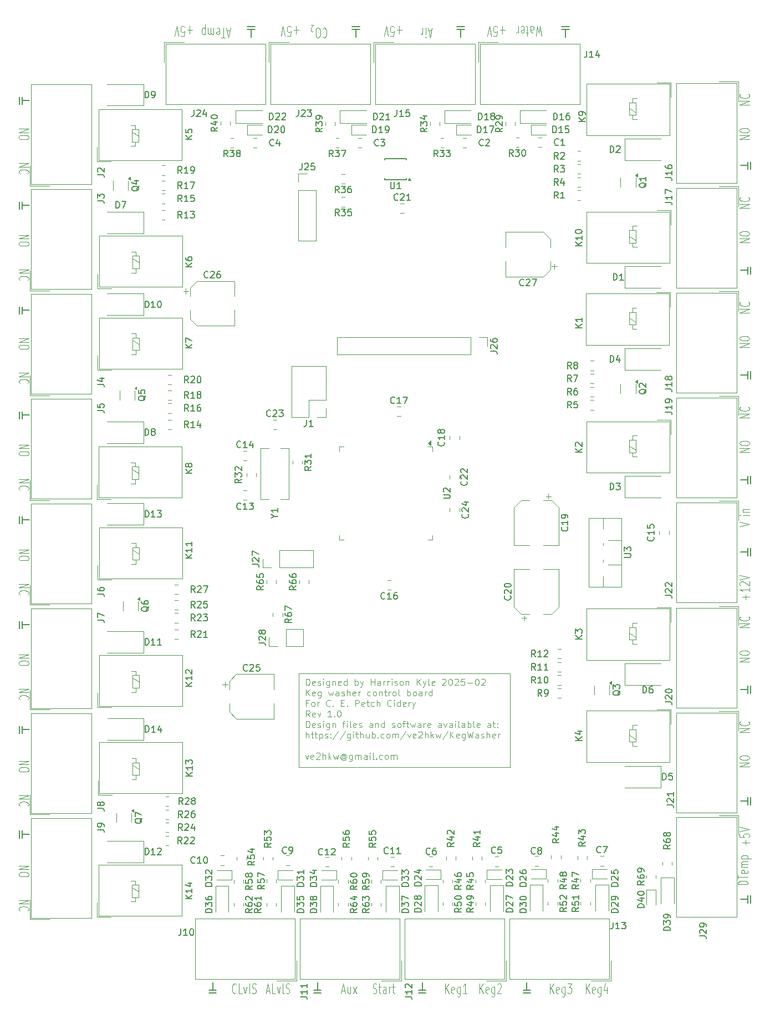
<source format=gbr>
%TF.GenerationSoftware,KiCad,Pcbnew,8.0.7-8.0.7-0~ubuntu22.04.1*%
%TF.CreationDate,2025-02-03T14:05:17-05:00*%
%TF.ProjectId,Keg Washer,4b656720-5761-4736-9865-722e6b696361,rev?*%
%TF.SameCoordinates,Original*%
%TF.FileFunction,Legend,Top*%
%TF.FilePolarity,Positive*%
%FSLAX46Y46*%
G04 Gerber Fmt 4.6, Leading zero omitted, Abs format (unit mm)*
G04 Created by KiCad (PCBNEW 8.0.7-8.0.7-0~ubuntu22.04.1) date 2025-02-03 14:05:17*
%MOMM*%
%LPD*%
G01*
G04 APERTURE LIST*
%ADD10C,0.100000*%
%ADD11C,0.125000*%
%ADD12C,0.187500*%
%ADD13C,0.150000*%
%ADD14C,0.120000*%
G04 APERTURE END LIST*
D10*
X192303884Y-162292419D02*
X192303884Y-161292419D01*
X192303884Y-161292419D02*
X192541979Y-161292419D01*
X192541979Y-161292419D02*
X192684836Y-161340038D01*
X192684836Y-161340038D02*
X192780074Y-161435276D01*
X192780074Y-161435276D02*
X192827693Y-161530514D01*
X192827693Y-161530514D02*
X192875312Y-161720990D01*
X192875312Y-161720990D02*
X192875312Y-161863847D01*
X192875312Y-161863847D02*
X192827693Y-162054323D01*
X192827693Y-162054323D02*
X192780074Y-162149561D01*
X192780074Y-162149561D02*
X192684836Y-162244800D01*
X192684836Y-162244800D02*
X192541979Y-162292419D01*
X192541979Y-162292419D02*
X192303884Y-162292419D01*
X193684836Y-162244800D02*
X193589598Y-162292419D01*
X193589598Y-162292419D02*
X193399122Y-162292419D01*
X193399122Y-162292419D02*
X193303884Y-162244800D01*
X193303884Y-162244800D02*
X193256265Y-162149561D01*
X193256265Y-162149561D02*
X193256265Y-161768609D01*
X193256265Y-161768609D02*
X193303884Y-161673371D01*
X193303884Y-161673371D02*
X193399122Y-161625752D01*
X193399122Y-161625752D02*
X193589598Y-161625752D01*
X193589598Y-161625752D02*
X193684836Y-161673371D01*
X193684836Y-161673371D02*
X193732455Y-161768609D01*
X193732455Y-161768609D02*
X193732455Y-161863847D01*
X193732455Y-161863847D02*
X193256265Y-161959085D01*
X194113408Y-162244800D02*
X194208646Y-162292419D01*
X194208646Y-162292419D02*
X194399122Y-162292419D01*
X194399122Y-162292419D02*
X194494360Y-162244800D01*
X194494360Y-162244800D02*
X194541979Y-162149561D01*
X194541979Y-162149561D02*
X194541979Y-162101942D01*
X194541979Y-162101942D02*
X194494360Y-162006704D01*
X194494360Y-162006704D02*
X194399122Y-161959085D01*
X194399122Y-161959085D02*
X194256265Y-161959085D01*
X194256265Y-161959085D02*
X194161027Y-161911466D01*
X194161027Y-161911466D02*
X194113408Y-161816228D01*
X194113408Y-161816228D02*
X194113408Y-161768609D01*
X194113408Y-161768609D02*
X194161027Y-161673371D01*
X194161027Y-161673371D02*
X194256265Y-161625752D01*
X194256265Y-161625752D02*
X194399122Y-161625752D01*
X194399122Y-161625752D02*
X194494360Y-161673371D01*
X194970551Y-162292419D02*
X194970551Y-161625752D01*
X194970551Y-161292419D02*
X194922932Y-161340038D01*
X194922932Y-161340038D02*
X194970551Y-161387657D01*
X194970551Y-161387657D02*
X195018170Y-161340038D01*
X195018170Y-161340038D02*
X194970551Y-161292419D01*
X194970551Y-161292419D02*
X194970551Y-161387657D01*
X195875312Y-161625752D02*
X195875312Y-162435276D01*
X195875312Y-162435276D02*
X195827693Y-162530514D01*
X195827693Y-162530514D02*
X195780074Y-162578133D01*
X195780074Y-162578133D02*
X195684836Y-162625752D01*
X195684836Y-162625752D02*
X195541979Y-162625752D01*
X195541979Y-162625752D02*
X195446741Y-162578133D01*
X195875312Y-162244800D02*
X195780074Y-162292419D01*
X195780074Y-162292419D02*
X195589598Y-162292419D01*
X195589598Y-162292419D02*
X195494360Y-162244800D01*
X195494360Y-162244800D02*
X195446741Y-162197180D01*
X195446741Y-162197180D02*
X195399122Y-162101942D01*
X195399122Y-162101942D02*
X195399122Y-161816228D01*
X195399122Y-161816228D02*
X195446741Y-161720990D01*
X195446741Y-161720990D02*
X195494360Y-161673371D01*
X195494360Y-161673371D02*
X195589598Y-161625752D01*
X195589598Y-161625752D02*
X195780074Y-161625752D01*
X195780074Y-161625752D02*
X195875312Y-161673371D01*
X196351503Y-161625752D02*
X196351503Y-162292419D01*
X196351503Y-161720990D02*
X196399122Y-161673371D01*
X196399122Y-161673371D02*
X196494360Y-161625752D01*
X196494360Y-161625752D02*
X196637217Y-161625752D01*
X196637217Y-161625752D02*
X196732455Y-161673371D01*
X196732455Y-161673371D02*
X196780074Y-161768609D01*
X196780074Y-161768609D02*
X196780074Y-162292419D01*
X197637217Y-162244800D02*
X197541979Y-162292419D01*
X197541979Y-162292419D02*
X197351503Y-162292419D01*
X197351503Y-162292419D02*
X197256265Y-162244800D01*
X197256265Y-162244800D02*
X197208646Y-162149561D01*
X197208646Y-162149561D02*
X197208646Y-161768609D01*
X197208646Y-161768609D02*
X197256265Y-161673371D01*
X197256265Y-161673371D02*
X197351503Y-161625752D01*
X197351503Y-161625752D02*
X197541979Y-161625752D01*
X197541979Y-161625752D02*
X197637217Y-161673371D01*
X197637217Y-161673371D02*
X197684836Y-161768609D01*
X197684836Y-161768609D02*
X197684836Y-161863847D01*
X197684836Y-161863847D02*
X197208646Y-161959085D01*
X198541979Y-162292419D02*
X198541979Y-161292419D01*
X198541979Y-162244800D02*
X198446741Y-162292419D01*
X198446741Y-162292419D02*
X198256265Y-162292419D01*
X198256265Y-162292419D02*
X198161027Y-162244800D01*
X198161027Y-162244800D02*
X198113408Y-162197180D01*
X198113408Y-162197180D02*
X198065789Y-162101942D01*
X198065789Y-162101942D02*
X198065789Y-161816228D01*
X198065789Y-161816228D02*
X198113408Y-161720990D01*
X198113408Y-161720990D02*
X198161027Y-161673371D01*
X198161027Y-161673371D02*
X198256265Y-161625752D01*
X198256265Y-161625752D02*
X198446741Y-161625752D01*
X198446741Y-161625752D02*
X198541979Y-161673371D01*
X199780075Y-162292419D02*
X199780075Y-161292419D01*
X199780075Y-161673371D02*
X199875313Y-161625752D01*
X199875313Y-161625752D02*
X200065789Y-161625752D01*
X200065789Y-161625752D02*
X200161027Y-161673371D01*
X200161027Y-161673371D02*
X200208646Y-161720990D01*
X200208646Y-161720990D02*
X200256265Y-161816228D01*
X200256265Y-161816228D02*
X200256265Y-162101942D01*
X200256265Y-162101942D02*
X200208646Y-162197180D01*
X200208646Y-162197180D02*
X200161027Y-162244800D01*
X200161027Y-162244800D02*
X200065789Y-162292419D01*
X200065789Y-162292419D02*
X199875313Y-162292419D01*
X199875313Y-162292419D02*
X199780075Y-162244800D01*
X200589599Y-161625752D02*
X200827694Y-162292419D01*
X201065789Y-161625752D02*
X200827694Y-162292419D01*
X200827694Y-162292419D02*
X200732456Y-162530514D01*
X200732456Y-162530514D02*
X200684837Y-162578133D01*
X200684837Y-162578133D02*
X200589599Y-162625752D01*
X202208647Y-162292419D02*
X202208647Y-161292419D01*
X202208647Y-161768609D02*
X202780075Y-161768609D01*
X202780075Y-162292419D02*
X202780075Y-161292419D01*
X203684837Y-162292419D02*
X203684837Y-161768609D01*
X203684837Y-161768609D02*
X203637218Y-161673371D01*
X203637218Y-161673371D02*
X203541980Y-161625752D01*
X203541980Y-161625752D02*
X203351504Y-161625752D01*
X203351504Y-161625752D02*
X203256266Y-161673371D01*
X203684837Y-162244800D02*
X203589599Y-162292419D01*
X203589599Y-162292419D02*
X203351504Y-162292419D01*
X203351504Y-162292419D02*
X203256266Y-162244800D01*
X203256266Y-162244800D02*
X203208647Y-162149561D01*
X203208647Y-162149561D02*
X203208647Y-162054323D01*
X203208647Y-162054323D02*
X203256266Y-161959085D01*
X203256266Y-161959085D02*
X203351504Y-161911466D01*
X203351504Y-161911466D02*
X203589599Y-161911466D01*
X203589599Y-161911466D02*
X203684837Y-161863847D01*
X204161028Y-162292419D02*
X204161028Y-161625752D01*
X204161028Y-161816228D02*
X204208647Y-161720990D01*
X204208647Y-161720990D02*
X204256266Y-161673371D01*
X204256266Y-161673371D02*
X204351504Y-161625752D01*
X204351504Y-161625752D02*
X204446742Y-161625752D01*
X204780076Y-162292419D02*
X204780076Y-161625752D01*
X204780076Y-161816228D02*
X204827695Y-161720990D01*
X204827695Y-161720990D02*
X204875314Y-161673371D01*
X204875314Y-161673371D02*
X204970552Y-161625752D01*
X204970552Y-161625752D02*
X205065790Y-161625752D01*
X205399124Y-162292419D02*
X205399124Y-161625752D01*
X205399124Y-161292419D02*
X205351505Y-161340038D01*
X205351505Y-161340038D02*
X205399124Y-161387657D01*
X205399124Y-161387657D02*
X205446743Y-161340038D01*
X205446743Y-161340038D02*
X205399124Y-161292419D01*
X205399124Y-161292419D02*
X205399124Y-161387657D01*
X205827695Y-162244800D02*
X205922933Y-162292419D01*
X205922933Y-162292419D02*
X206113409Y-162292419D01*
X206113409Y-162292419D02*
X206208647Y-162244800D01*
X206208647Y-162244800D02*
X206256266Y-162149561D01*
X206256266Y-162149561D02*
X206256266Y-162101942D01*
X206256266Y-162101942D02*
X206208647Y-162006704D01*
X206208647Y-162006704D02*
X206113409Y-161959085D01*
X206113409Y-161959085D02*
X205970552Y-161959085D01*
X205970552Y-161959085D02*
X205875314Y-161911466D01*
X205875314Y-161911466D02*
X205827695Y-161816228D01*
X205827695Y-161816228D02*
X205827695Y-161768609D01*
X205827695Y-161768609D02*
X205875314Y-161673371D01*
X205875314Y-161673371D02*
X205970552Y-161625752D01*
X205970552Y-161625752D02*
X206113409Y-161625752D01*
X206113409Y-161625752D02*
X206208647Y-161673371D01*
X206827695Y-162292419D02*
X206732457Y-162244800D01*
X206732457Y-162244800D02*
X206684838Y-162197180D01*
X206684838Y-162197180D02*
X206637219Y-162101942D01*
X206637219Y-162101942D02*
X206637219Y-161816228D01*
X206637219Y-161816228D02*
X206684838Y-161720990D01*
X206684838Y-161720990D02*
X206732457Y-161673371D01*
X206732457Y-161673371D02*
X206827695Y-161625752D01*
X206827695Y-161625752D02*
X206970552Y-161625752D01*
X206970552Y-161625752D02*
X207065790Y-161673371D01*
X207065790Y-161673371D02*
X207113409Y-161720990D01*
X207113409Y-161720990D02*
X207161028Y-161816228D01*
X207161028Y-161816228D02*
X207161028Y-162101942D01*
X207161028Y-162101942D02*
X207113409Y-162197180D01*
X207113409Y-162197180D02*
X207065790Y-162244800D01*
X207065790Y-162244800D02*
X206970552Y-162292419D01*
X206970552Y-162292419D02*
X206827695Y-162292419D01*
X207589600Y-161625752D02*
X207589600Y-162292419D01*
X207589600Y-161720990D02*
X207637219Y-161673371D01*
X207637219Y-161673371D02*
X207732457Y-161625752D01*
X207732457Y-161625752D02*
X207875314Y-161625752D01*
X207875314Y-161625752D02*
X207970552Y-161673371D01*
X207970552Y-161673371D02*
X208018171Y-161768609D01*
X208018171Y-161768609D02*
X208018171Y-162292419D01*
X209256267Y-162292419D02*
X209256267Y-161292419D01*
X209827695Y-162292419D02*
X209399124Y-161720990D01*
X209827695Y-161292419D02*
X209256267Y-161863847D01*
X210161029Y-161625752D02*
X210399124Y-162292419D01*
X210637219Y-161625752D02*
X210399124Y-162292419D01*
X210399124Y-162292419D02*
X210303886Y-162530514D01*
X210303886Y-162530514D02*
X210256267Y-162578133D01*
X210256267Y-162578133D02*
X210161029Y-162625752D01*
X211161029Y-162292419D02*
X211065791Y-162244800D01*
X211065791Y-162244800D02*
X211018172Y-162149561D01*
X211018172Y-162149561D02*
X211018172Y-161292419D01*
X211922934Y-162244800D02*
X211827696Y-162292419D01*
X211827696Y-162292419D02*
X211637220Y-162292419D01*
X211637220Y-162292419D02*
X211541982Y-162244800D01*
X211541982Y-162244800D02*
X211494363Y-162149561D01*
X211494363Y-162149561D02*
X211494363Y-161768609D01*
X211494363Y-161768609D02*
X211541982Y-161673371D01*
X211541982Y-161673371D02*
X211637220Y-161625752D01*
X211637220Y-161625752D02*
X211827696Y-161625752D01*
X211827696Y-161625752D02*
X211922934Y-161673371D01*
X211922934Y-161673371D02*
X211970553Y-161768609D01*
X211970553Y-161768609D02*
X211970553Y-161863847D01*
X211970553Y-161863847D02*
X211494363Y-161959085D01*
X213113411Y-161387657D02*
X213161030Y-161340038D01*
X213161030Y-161340038D02*
X213256268Y-161292419D01*
X213256268Y-161292419D02*
X213494363Y-161292419D01*
X213494363Y-161292419D02*
X213589601Y-161340038D01*
X213589601Y-161340038D02*
X213637220Y-161387657D01*
X213637220Y-161387657D02*
X213684839Y-161482895D01*
X213684839Y-161482895D02*
X213684839Y-161578133D01*
X213684839Y-161578133D02*
X213637220Y-161720990D01*
X213637220Y-161720990D02*
X213065792Y-162292419D01*
X213065792Y-162292419D02*
X213684839Y-162292419D01*
X214303887Y-161292419D02*
X214399125Y-161292419D01*
X214399125Y-161292419D02*
X214494363Y-161340038D01*
X214494363Y-161340038D02*
X214541982Y-161387657D01*
X214541982Y-161387657D02*
X214589601Y-161482895D01*
X214589601Y-161482895D02*
X214637220Y-161673371D01*
X214637220Y-161673371D02*
X214637220Y-161911466D01*
X214637220Y-161911466D02*
X214589601Y-162101942D01*
X214589601Y-162101942D02*
X214541982Y-162197180D01*
X214541982Y-162197180D02*
X214494363Y-162244800D01*
X214494363Y-162244800D02*
X214399125Y-162292419D01*
X214399125Y-162292419D02*
X214303887Y-162292419D01*
X214303887Y-162292419D02*
X214208649Y-162244800D01*
X214208649Y-162244800D02*
X214161030Y-162197180D01*
X214161030Y-162197180D02*
X214113411Y-162101942D01*
X214113411Y-162101942D02*
X214065792Y-161911466D01*
X214065792Y-161911466D02*
X214065792Y-161673371D01*
X214065792Y-161673371D02*
X214113411Y-161482895D01*
X214113411Y-161482895D02*
X214161030Y-161387657D01*
X214161030Y-161387657D02*
X214208649Y-161340038D01*
X214208649Y-161340038D02*
X214303887Y-161292419D01*
X215018173Y-161387657D02*
X215065792Y-161340038D01*
X215065792Y-161340038D02*
X215161030Y-161292419D01*
X215161030Y-161292419D02*
X215399125Y-161292419D01*
X215399125Y-161292419D02*
X215494363Y-161340038D01*
X215494363Y-161340038D02*
X215541982Y-161387657D01*
X215541982Y-161387657D02*
X215589601Y-161482895D01*
X215589601Y-161482895D02*
X215589601Y-161578133D01*
X215589601Y-161578133D02*
X215541982Y-161720990D01*
X215541982Y-161720990D02*
X214970554Y-162292419D01*
X214970554Y-162292419D02*
X215589601Y-162292419D01*
X216494363Y-161292419D02*
X216018173Y-161292419D01*
X216018173Y-161292419D02*
X215970554Y-161768609D01*
X215970554Y-161768609D02*
X216018173Y-161720990D01*
X216018173Y-161720990D02*
X216113411Y-161673371D01*
X216113411Y-161673371D02*
X216351506Y-161673371D01*
X216351506Y-161673371D02*
X216446744Y-161720990D01*
X216446744Y-161720990D02*
X216494363Y-161768609D01*
X216494363Y-161768609D02*
X216541982Y-161863847D01*
X216541982Y-161863847D02*
X216541982Y-162101942D01*
X216541982Y-162101942D02*
X216494363Y-162197180D01*
X216494363Y-162197180D02*
X216446744Y-162244800D01*
X216446744Y-162244800D02*
X216351506Y-162292419D01*
X216351506Y-162292419D02*
X216113411Y-162292419D01*
X216113411Y-162292419D02*
X216018173Y-162244800D01*
X216018173Y-162244800D02*
X215970554Y-162197180D01*
X216970554Y-161911466D02*
X217732459Y-161911466D01*
X218399125Y-161292419D02*
X218494363Y-161292419D01*
X218494363Y-161292419D02*
X218589601Y-161340038D01*
X218589601Y-161340038D02*
X218637220Y-161387657D01*
X218637220Y-161387657D02*
X218684839Y-161482895D01*
X218684839Y-161482895D02*
X218732458Y-161673371D01*
X218732458Y-161673371D02*
X218732458Y-161911466D01*
X218732458Y-161911466D02*
X218684839Y-162101942D01*
X218684839Y-162101942D02*
X218637220Y-162197180D01*
X218637220Y-162197180D02*
X218589601Y-162244800D01*
X218589601Y-162244800D02*
X218494363Y-162292419D01*
X218494363Y-162292419D02*
X218399125Y-162292419D01*
X218399125Y-162292419D02*
X218303887Y-162244800D01*
X218303887Y-162244800D02*
X218256268Y-162197180D01*
X218256268Y-162197180D02*
X218208649Y-162101942D01*
X218208649Y-162101942D02*
X218161030Y-161911466D01*
X218161030Y-161911466D02*
X218161030Y-161673371D01*
X218161030Y-161673371D02*
X218208649Y-161482895D01*
X218208649Y-161482895D02*
X218256268Y-161387657D01*
X218256268Y-161387657D02*
X218303887Y-161340038D01*
X218303887Y-161340038D02*
X218399125Y-161292419D01*
X219113411Y-161387657D02*
X219161030Y-161340038D01*
X219161030Y-161340038D02*
X219256268Y-161292419D01*
X219256268Y-161292419D02*
X219494363Y-161292419D01*
X219494363Y-161292419D02*
X219589601Y-161340038D01*
X219589601Y-161340038D02*
X219637220Y-161387657D01*
X219637220Y-161387657D02*
X219684839Y-161482895D01*
X219684839Y-161482895D02*
X219684839Y-161578133D01*
X219684839Y-161578133D02*
X219637220Y-161720990D01*
X219637220Y-161720990D02*
X219065792Y-162292419D01*
X219065792Y-162292419D02*
X219684839Y-162292419D01*
X192303884Y-163902363D02*
X192303884Y-162902363D01*
X192875312Y-163902363D02*
X192446741Y-163330934D01*
X192875312Y-162902363D02*
X192303884Y-163473791D01*
X193684836Y-163854744D02*
X193589598Y-163902363D01*
X193589598Y-163902363D02*
X193399122Y-163902363D01*
X193399122Y-163902363D02*
X193303884Y-163854744D01*
X193303884Y-163854744D02*
X193256265Y-163759505D01*
X193256265Y-163759505D02*
X193256265Y-163378553D01*
X193256265Y-163378553D02*
X193303884Y-163283315D01*
X193303884Y-163283315D02*
X193399122Y-163235696D01*
X193399122Y-163235696D02*
X193589598Y-163235696D01*
X193589598Y-163235696D02*
X193684836Y-163283315D01*
X193684836Y-163283315D02*
X193732455Y-163378553D01*
X193732455Y-163378553D02*
X193732455Y-163473791D01*
X193732455Y-163473791D02*
X193256265Y-163569029D01*
X194589598Y-163235696D02*
X194589598Y-164045220D01*
X194589598Y-164045220D02*
X194541979Y-164140458D01*
X194541979Y-164140458D02*
X194494360Y-164188077D01*
X194494360Y-164188077D02*
X194399122Y-164235696D01*
X194399122Y-164235696D02*
X194256265Y-164235696D01*
X194256265Y-164235696D02*
X194161027Y-164188077D01*
X194589598Y-163854744D02*
X194494360Y-163902363D01*
X194494360Y-163902363D02*
X194303884Y-163902363D01*
X194303884Y-163902363D02*
X194208646Y-163854744D01*
X194208646Y-163854744D02*
X194161027Y-163807124D01*
X194161027Y-163807124D02*
X194113408Y-163711886D01*
X194113408Y-163711886D02*
X194113408Y-163426172D01*
X194113408Y-163426172D02*
X194161027Y-163330934D01*
X194161027Y-163330934D02*
X194208646Y-163283315D01*
X194208646Y-163283315D02*
X194303884Y-163235696D01*
X194303884Y-163235696D02*
X194494360Y-163235696D01*
X194494360Y-163235696D02*
X194589598Y-163283315D01*
X195732456Y-163235696D02*
X195922932Y-163902363D01*
X195922932Y-163902363D02*
X196113408Y-163426172D01*
X196113408Y-163426172D02*
X196303884Y-163902363D01*
X196303884Y-163902363D02*
X196494360Y-163235696D01*
X197303884Y-163902363D02*
X197303884Y-163378553D01*
X197303884Y-163378553D02*
X197256265Y-163283315D01*
X197256265Y-163283315D02*
X197161027Y-163235696D01*
X197161027Y-163235696D02*
X196970551Y-163235696D01*
X196970551Y-163235696D02*
X196875313Y-163283315D01*
X197303884Y-163854744D02*
X197208646Y-163902363D01*
X197208646Y-163902363D02*
X196970551Y-163902363D01*
X196970551Y-163902363D02*
X196875313Y-163854744D01*
X196875313Y-163854744D02*
X196827694Y-163759505D01*
X196827694Y-163759505D02*
X196827694Y-163664267D01*
X196827694Y-163664267D02*
X196875313Y-163569029D01*
X196875313Y-163569029D02*
X196970551Y-163521410D01*
X196970551Y-163521410D02*
X197208646Y-163521410D01*
X197208646Y-163521410D02*
X197303884Y-163473791D01*
X197732456Y-163854744D02*
X197827694Y-163902363D01*
X197827694Y-163902363D02*
X198018170Y-163902363D01*
X198018170Y-163902363D02*
X198113408Y-163854744D01*
X198113408Y-163854744D02*
X198161027Y-163759505D01*
X198161027Y-163759505D02*
X198161027Y-163711886D01*
X198161027Y-163711886D02*
X198113408Y-163616648D01*
X198113408Y-163616648D02*
X198018170Y-163569029D01*
X198018170Y-163569029D02*
X197875313Y-163569029D01*
X197875313Y-163569029D02*
X197780075Y-163521410D01*
X197780075Y-163521410D02*
X197732456Y-163426172D01*
X197732456Y-163426172D02*
X197732456Y-163378553D01*
X197732456Y-163378553D02*
X197780075Y-163283315D01*
X197780075Y-163283315D02*
X197875313Y-163235696D01*
X197875313Y-163235696D02*
X198018170Y-163235696D01*
X198018170Y-163235696D02*
X198113408Y-163283315D01*
X198589599Y-163902363D02*
X198589599Y-162902363D01*
X199018170Y-163902363D02*
X199018170Y-163378553D01*
X199018170Y-163378553D02*
X198970551Y-163283315D01*
X198970551Y-163283315D02*
X198875313Y-163235696D01*
X198875313Y-163235696D02*
X198732456Y-163235696D01*
X198732456Y-163235696D02*
X198637218Y-163283315D01*
X198637218Y-163283315D02*
X198589599Y-163330934D01*
X199875313Y-163854744D02*
X199780075Y-163902363D01*
X199780075Y-163902363D02*
X199589599Y-163902363D01*
X199589599Y-163902363D02*
X199494361Y-163854744D01*
X199494361Y-163854744D02*
X199446742Y-163759505D01*
X199446742Y-163759505D02*
X199446742Y-163378553D01*
X199446742Y-163378553D02*
X199494361Y-163283315D01*
X199494361Y-163283315D02*
X199589599Y-163235696D01*
X199589599Y-163235696D02*
X199780075Y-163235696D01*
X199780075Y-163235696D02*
X199875313Y-163283315D01*
X199875313Y-163283315D02*
X199922932Y-163378553D01*
X199922932Y-163378553D02*
X199922932Y-163473791D01*
X199922932Y-163473791D02*
X199446742Y-163569029D01*
X200351504Y-163902363D02*
X200351504Y-163235696D01*
X200351504Y-163426172D02*
X200399123Y-163330934D01*
X200399123Y-163330934D02*
X200446742Y-163283315D01*
X200446742Y-163283315D02*
X200541980Y-163235696D01*
X200541980Y-163235696D02*
X200637218Y-163235696D01*
X202161028Y-163854744D02*
X202065790Y-163902363D01*
X202065790Y-163902363D02*
X201875314Y-163902363D01*
X201875314Y-163902363D02*
X201780076Y-163854744D01*
X201780076Y-163854744D02*
X201732457Y-163807124D01*
X201732457Y-163807124D02*
X201684838Y-163711886D01*
X201684838Y-163711886D02*
X201684838Y-163426172D01*
X201684838Y-163426172D02*
X201732457Y-163330934D01*
X201732457Y-163330934D02*
X201780076Y-163283315D01*
X201780076Y-163283315D02*
X201875314Y-163235696D01*
X201875314Y-163235696D02*
X202065790Y-163235696D01*
X202065790Y-163235696D02*
X202161028Y-163283315D01*
X202732457Y-163902363D02*
X202637219Y-163854744D01*
X202637219Y-163854744D02*
X202589600Y-163807124D01*
X202589600Y-163807124D02*
X202541981Y-163711886D01*
X202541981Y-163711886D02*
X202541981Y-163426172D01*
X202541981Y-163426172D02*
X202589600Y-163330934D01*
X202589600Y-163330934D02*
X202637219Y-163283315D01*
X202637219Y-163283315D02*
X202732457Y-163235696D01*
X202732457Y-163235696D02*
X202875314Y-163235696D01*
X202875314Y-163235696D02*
X202970552Y-163283315D01*
X202970552Y-163283315D02*
X203018171Y-163330934D01*
X203018171Y-163330934D02*
X203065790Y-163426172D01*
X203065790Y-163426172D02*
X203065790Y-163711886D01*
X203065790Y-163711886D02*
X203018171Y-163807124D01*
X203018171Y-163807124D02*
X202970552Y-163854744D01*
X202970552Y-163854744D02*
X202875314Y-163902363D01*
X202875314Y-163902363D02*
X202732457Y-163902363D01*
X203494362Y-163235696D02*
X203494362Y-163902363D01*
X203494362Y-163330934D02*
X203541981Y-163283315D01*
X203541981Y-163283315D02*
X203637219Y-163235696D01*
X203637219Y-163235696D02*
X203780076Y-163235696D01*
X203780076Y-163235696D02*
X203875314Y-163283315D01*
X203875314Y-163283315D02*
X203922933Y-163378553D01*
X203922933Y-163378553D02*
X203922933Y-163902363D01*
X204256267Y-163235696D02*
X204637219Y-163235696D01*
X204399124Y-162902363D02*
X204399124Y-163759505D01*
X204399124Y-163759505D02*
X204446743Y-163854744D01*
X204446743Y-163854744D02*
X204541981Y-163902363D01*
X204541981Y-163902363D02*
X204637219Y-163902363D01*
X204970553Y-163902363D02*
X204970553Y-163235696D01*
X204970553Y-163426172D02*
X205018172Y-163330934D01*
X205018172Y-163330934D02*
X205065791Y-163283315D01*
X205065791Y-163283315D02*
X205161029Y-163235696D01*
X205161029Y-163235696D02*
X205256267Y-163235696D01*
X205732458Y-163902363D02*
X205637220Y-163854744D01*
X205637220Y-163854744D02*
X205589601Y-163807124D01*
X205589601Y-163807124D02*
X205541982Y-163711886D01*
X205541982Y-163711886D02*
X205541982Y-163426172D01*
X205541982Y-163426172D02*
X205589601Y-163330934D01*
X205589601Y-163330934D02*
X205637220Y-163283315D01*
X205637220Y-163283315D02*
X205732458Y-163235696D01*
X205732458Y-163235696D02*
X205875315Y-163235696D01*
X205875315Y-163235696D02*
X205970553Y-163283315D01*
X205970553Y-163283315D02*
X206018172Y-163330934D01*
X206018172Y-163330934D02*
X206065791Y-163426172D01*
X206065791Y-163426172D02*
X206065791Y-163711886D01*
X206065791Y-163711886D02*
X206018172Y-163807124D01*
X206018172Y-163807124D02*
X205970553Y-163854744D01*
X205970553Y-163854744D02*
X205875315Y-163902363D01*
X205875315Y-163902363D02*
X205732458Y-163902363D01*
X206637220Y-163902363D02*
X206541982Y-163854744D01*
X206541982Y-163854744D02*
X206494363Y-163759505D01*
X206494363Y-163759505D02*
X206494363Y-162902363D01*
X207780078Y-163902363D02*
X207780078Y-162902363D01*
X207780078Y-163283315D02*
X207875316Y-163235696D01*
X207875316Y-163235696D02*
X208065792Y-163235696D01*
X208065792Y-163235696D02*
X208161030Y-163283315D01*
X208161030Y-163283315D02*
X208208649Y-163330934D01*
X208208649Y-163330934D02*
X208256268Y-163426172D01*
X208256268Y-163426172D02*
X208256268Y-163711886D01*
X208256268Y-163711886D02*
X208208649Y-163807124D01*
X208208649Y-163807124D02*
X208161030Y-163854744D01*
X208161030Y-163854744D02*
X208065792Y-163902363D01*
X208065792Y-163902363D02*
X207875316Y-163902363D01*
X207875316Y-163902363D02*
X207780078Y-163854744D01*
X208827697Y-163902363D02*
X208732459Y-163854744D01*
X208732459Y-163854744D02*
X208684840Y-163807124D01*
X208684840Y-163807124D02*
X208637221Y-163711886D01*
X208637221Y-163711886D02*
X208637221Y-163426172D01*
X208637221Y-163426172D02*
X208684840Y-163330934D01*
X208684840Y-163330934D02*
X208732459Y-163283315D01*
X208732459Y-163283315D02*
X208827697Y-163235696D01*
X208827697Y-163235696D02*
X208970554Y-163235696D01*
X208970554Y-163235696D02*
X209065792Y-163283315D01*
X209065792Y-163283315D02*
X209113411Y-163330934D01*
X209113411Y-163330934D02*
X209161030Y-163426172D01*
X209161030Y-163426172D02*
X209161030Y-163711886D01*
X209161030Y-163711886D02*
X209113411Y-163807124D01*
X209113411Y-163807124D02*
X209065792Y-163854744D01*
X209065792Y-163854744D02*
X208970554Y-163902363D01*
X208970554Y-163902363D02*
X208827697Y-163902363D01*
X210018173Y-163902363D02*
X210018173Y-163378553D01*
X210018173Y-163378553D02*
X209970554Y-163283315D01*
X209970554Y-163283315D02*
X209875316Y-163235696D01*
X209875316Y-163235696D02*
X209684840Y-163235696D01*
X209684840Y-163235696D02*
X209589602Y-163283315D01*
X210018173Y-163854744D02*
X209922935Y-163902363D01*
X209922935Y-163902363D02*
X209684840Y-163902363D01*
X209684840Y-163902363D02*
X209589602Y-163854744D01*
X209589602Y-163854744D02*
X209541983Y-163759505D01*
X209541983Y-163759505D02*
X209541983Y-163664267D01*
X209541983Y-163664267D02*
X209589602Y-163569029D01*
X209589602Y-163569029D02*
X209684840Y-163521410D01*
X209684840Y-163521410D02*
X209922935Y-163521410D01*
X209922935Y-163521410D02*
X210018173Y-163473791D01*
X210494364Y-163902363D02*
X210494364Y-163235696D01*
X210494364Y-163426172D02*
X210541983Y-163330934D01*
X210541983Y-163330934D02*
X210589602Y-163283315D01*
X210589602Y-163283315D02*
X210684840Y-163235696D01*
X210684840Y-163235696D02*
X210780078Y-163235696D01*
X211541983Y-163902363D02*
X211541983Y-162902363D01*
X211541983Y-163854744D02*
X211446745Y-163902363D01*
X211446745Y-163902363D02*
X211256269Y-163902363D01*
X211256269Y-163902363D02*
X211161031Y-163854744D01*
X211161031Y-163854744D02*
X211113412Y-163807124D01*
X211113412Y-163807124D02*
X211065793Y-163711886D01*
X211065793Y-163711886D02*
X211065793Y-163426172D01*
X211065793Y-163426172D02*
X211113412Y-163330934D01*
X211113412Y-163330934D02*
X211161031Y-163283315D01*
X211161031Y-163283315D02*
X211256269Y-163235696D01*
X211256269Y-163235696D02*
X211446745Y-163235696D01*
X211446745Y-163235696D02*
X211541983Y-163283315D01*
X192637217Y-164988497D02*
X192303884Y-164988497D01*
X192303884Y-165512307D02*
X192303884Y-164512307D01*
X192303884Y-164512307D02*
X192780074Y-164512307D01*
X193303884Y-165512307D02*
X193208646Y-165464688D01*
X193208646Y-165464688D02*
X193161027Y-165417068D01*
X193161027Y-165417068D02*
X193113408Y-165321830D01*
X193113408Y-165321830D02*
X193113408Y-165036116D01*
X193113408Y-165036116D02*
X193161027Y-164940878D01*
X193161027Y-164940878D02*
X193208646Y-164893259D01*
X193208646Y-164893259D02*
X193303884Y-164845640D01*
X193303884Y-164845640D02*
X193446741Y-164845640D01*
X193446741Y-164845640D02*
X193541979Y-164893259D01*
X193541979Y-164893259D02*
X193589598Y-164940878D01*
X193589598Y-164940878D02*
X193637217Y-165036116D01*
X193637217Y-165036116D02*
X193637217Y-165321830D01*
X193637217Y-165321830D02*
X193589598Y-165417068D01*
X193589598Y-165417068D02*
X193541979Y-165464688D01*
X193541979Y-165464688D02*
X193446741Y-165512307D01*
X193446741Y-165512307D02*
X193303884Y-165512307D01*
X194065789Y-165512307D02*
X194065789Y-164845640D01*
X194065789Y-165036116D02*
X194113408Y-164940878D01*
X194113408Y-164940878D02*
X194161027Y-164893259D01*
X194161027Y-164893259D02*
X194256265Y-164845640D01*
X194256265Y-164845640D02*
X194351503Y-164845640D01*
X196018170Y-165417068D02*
X195970551Y-165464688D01*
X195970551Y-165464688D02*
X195827694Y-165512307D01*
X195827694Y-165512307D02*
X195732456Y-165512307D01*
X195732456Y-165512307D02*
X195589599Y-165464688D01*
X195589599Y-165464688D02*
X195494361Y-165369449D01*
X195494361Y-165369449D02*
X195446742Y-165274211D01*
X195446742Y-165274211D02*
X195399123Y-165083735D01*
X195399123Y-165083735D02*
X195399123Y-164940878D01*
X195399123Y-164940878D02*
X195446742Y-164750402D01*
X195446742Y-164750402D02*
X195494361Y-164655164D01*
X195494361Y-164655164D02*
X195589599Y-164559926D01*
X195589599Y-164559926D02*
X195732456Y-164512307D01*
X195732456Y-164512307D02*
X195827694Y-164512307D01*
X195827694Y-164512307D02*
X195970551Y-164559926D01*
X195970551Y-164559926D02*
X196018170Y-164607545D01*
X196446742Y-165417068D02*
X196494361Y-165464688D01*
X196494361Y-165464688D02*
X196446742Y-165512307D01*
X196446742Y-165512307D02*
X196399123Y-165464688D01*
X196399123Y-165464688D02*
X196446742Y-165417068D01*
X196446742Y-165417068D02*
X196446742Y-165512307D01*
X197684837Y-164988497D02*
X198018170Y-164988497D01*
X198161027Y-165512307D02*
X197684837Y-165512307D01*
X197684837Y-165512307D02*
X197684837Y-164512307D01*
X197684837Y-164512307D02*
X198161027Y-164512307D01*
X198589599Y-165417068D02*
X198637218Y-165464688D01*
X198637218Y-165464688D02*
X198589599Y-165512307D01*
X198589599Y-165512307D02*
X198541980Y-165464688D01*
X198541980Y-165464688D02*
X198589599Y-165417068D01*
X198589599Y-165417068D02*
X198589599Y-165512307D01*
X199827694Y-165512307D02*
X199827694Y-164512307D01*
X199827694Y-164512307D02*
X200208646Y-164512307D01*
X200208646Y-164512307D02*
X200303884Y-164559926D01*
X200303884Y-164559926D02*
X200351503Y-164607545D01*
X200351503Y-164607545D02*
X200399122Y-164702783D01*
X200399122Y-164702783D02*
X200399122Y-164845640D01*
X200399122Y-164845640D02*
X200351503Y-164940878D01*
X200351503Y-164940878D02*
X200303884Y-164988497D01*
X200303884Y-164988497D02*
X200208646Y-165036116D01*
X200208646Y-165036116D02*
X199827694Y-165036116D01*
X201208646Y-165464688D02*
X201113408Y-165512307D01*
X201113408Y-165512307D02*
X200922932Y-165512307D01*
X200922932Y-165512307D02*
X200827694Y-165464688D01*
X200827694Y-165464688D02*
X200780075Y-165369449D01*
X200780075Y-165369449D02*
X200780075Y-164988497D01*
X200780075Y-164988497D02*
X200827694Y-164893259D01*
X200827694Y-164893259D02*
X200922932Y-164845640D01*
X200922932Y-164845640D02*
X201113408Y-164845640D01*
X201113408Y-164845640D02*
X201208646Y-164893259D01*
X201208646Y-164893259D02*
X201256265Y-164988497D01*
X201256265Y-164988497D02*
X201256265Y-165083735D01*
X201256265Y-165083735D02*
X200780075Y-165178973D01*
X201541980Y-164845640D02*
X201922932Y-164845640D01*
X201684837Y-164512307D02*
X201684837Y-165369449D01*
X201684837Y-165369449D02*
X201732456Y-165464688D01*
X201732456Y-165464688D02*
X201827694Y-165512307D01*
X201827694Y-165512307D02*
X201922932Y-165512307D01*
X202684837Y-165464688D02*
X202589599Y-165512307D01*
X202589599Y-165512307D02*
X202399123Y-165512307D01*
X202399123Y-165512307D02*
X202303885Y-165464688D01*
X202303885Y-165464688D02*
X202256266Y-165417068D01*
X202256266Y-165417068D02*
X202208647Y-165321830D01*
X202208647Y-165321830D02*
X202208647Y-165036116D01*
X202208647Y-165036116D02*
X202256266Y-164940878D01*
X202256266Y-164940878D02*
X202303885Y-164893259D01*
X202303885Y-164893259D02*
X202399123Y-164845640D01*
X202399123Y-164845640D02*
X202589599Y-164845640D01*
X202589599Y-164845640D02*
X202684837Y-164893259D01*
X203113409Y-165512307D02*
X203113409Y-164512307D01*
X203541980Y-165512307D02*
X203541980Y-164988497D01*
X203541980Y-164988497D02*
X203494361Y-164893259D01*
X203494361Y-164893259D02*
X203399123Y-164845640D01*
X203399123Y-164845640D02*
X203256266Y-164845640D01*
X203256266Y-164845640D02*
X203161028Y-164893259D01*
X203161028Y-164893259D02*
X203113409Y-164940878D01*
X205351504Y-165417068D02*
X205303885Y-165464688D01*
X205303885Y-165464688D02*
X205161028Y-165512307D01*
X205161028Y-165512307D02*
X205065790Y-165512307D01*
X205065790Y-165512307D02*
X204922933Y-165464688D01*
X204922933Y-165464688D02*
X204827695Y-165369449D01*
X204827695Y-165369449D02*
X204780076Y-165274211D01*
X204780076Y-165274211D02*
X204732457Y-165083735D01*
X204732457Y-165083735D02*
X204732457Y-164940878D01*
X204732457Y-164940878D02*
X204780076Y-164750402D01*
X204780076Y-164750402D02*
X204827695Y-164655164D01*
X204827695Y-164655164D02*
X204922933Y-164559926D01*
X204922933Y-164559926D02*
X205065790Y-164512307D01*
X205065790Y-164512307D02*
X205161028Y-164512307D01*
X205161028Y-164512307D02*
X205303885Y-164559926D01*
X205303885Y-164559926D02*
X205351504Y-164607545D01*
X205780076Y-165512307D02*
X205780076Y-164845640D01*
X205780076Y-164512307D02*
X205732457Y-164559926D01*
X205732457Y-164559926D02*
X205780076Y-164607545D01*
X205780076Y-164607545D02*
X205827695Y-164559926D01*
X205827695Y-164559926D02*
X205780076Y-164512307D01*
X205780076Y-164512307D02*
X205780076Y-164607545D01*
X206684837Y-165512307D02*
X206684837Y-164512307D01*
X206684837Y-165464688D02*
X206589599Y-165512307D01*
X206589599Y-165512307D02*
X206399123Y-165512307D01*
X206399123Y-165512307D02*
X206303885Y-165464688D01*
X206303885Y-165464688D02*
X206256266Y-165417068D01*
X206256266Y-165417068D02*
X206208647Y-165321830D01*
X206208647Y-165321830D02*
X206208647Y-165036116D01*
X206208647Y-165036116D02*
X206256266Y-164940878D01*
X206256266Y-164940878D02*
X206303885Y-164893259D01*
X206303885Y-164893259D02*
X206399123Y-164845640D01*
X206399123Y-164845640D02*
X206589599Y-164845640D01*
X206589599Y-164845640D02*
X206684837Y-164893259D01*
X207541980Y-165464688D02*
X207446742Y-165512307D01*
X207446742Y-165512307D02*
X207256266Y-165512307D01*
X207256266Y-165512307D02*
X207161028Y-165464688D01*
X207161028Y-165464688D02*
X207113409Y-165369449D01*
X207113409Y-165369449D02*
X207113409Y-164988497D01*
X207113409Y-164988497D02*
X207161028Y-164893259D01*
X207161028Y-164893259D02*
X207256266Y-164845640D01*
X207256266Y-164845640D02*
X207446742Y-164845640D01*
X207446742Y-164845640D02*
X207541980Y-164893259D01*
X207541980Y-164893259D02*
X207589599Y-164988497D01*
X207589599Y-164988497D02*
X207589599Y-165083735D01*
X207589599Y-165083735D02*
X207113409Y-165178973D01*
X208018171Y-165512307D02*
X208018171Y-164845640D01*
X208018171Y-165036116D02*
X208065790Y-164940878D01*
X208065790Y-164940878D02*
X208113409Y-164893259D01*
X208113409Y-164893259D02*
X208208647Y-164845640D01*
X208208647Y-164845640D02*
X208303885Y-164845640D01*
X208541981Y-164845640D02*
X208780076Y-165512307D01*
X209018171Y-164845640D02*
X208780076Y-165512307D01*
X208780076Y-165512307D02*
X208684838Y-165750402D01*
X208684838Y-165750402D02*
X208637219Y-165798021D01*
X208637219Y-165798021D02*
X208541981Y-165845640D01*
X192875312Y-167122251D02*
X192541979Y-166646060D01*
X192303884Y-167122251D02*
X192303884Y-166122251D01*
X192303884Y-166122251D02*
X192684836Y-166122251D01*
X192684836Y-166122251D02*
X192780074Y-166169870D01*
X192780074Y-166169870D02*
X192827693Y-166217489D01*
X192827693Y-166217489D02*
X192875312Y-166312727D01*
X192875312Y-166312727D02*
X192875312Y-166455584D01*
X192875312Y-166455584D02*
X192827693Y-166550822D01*
X192827693Y-166550822D02*
X192780074Y-166598441D01*
X192780074Y-166598441D02*
X192684836Y-166646060D01*
X192684836Y-166646060D02*
X192303884Y-166646060D01*
X193684836Y-167074632D02*
X193589598Y-167122251D01*
X193589598Y-167122251D02*
X193399122Y-167122251D01*
X193399122Y-167122251D02*
X193303884Y-167074632D01*
X193303884Y-167074632D02*
X193256265Y-166979393D01*
X193256265Y-166979393D02*
X193256265Y-166598441D01*
X193256265Y-166598441D02*
X193303884Y-166503203D01*
X193303884Y-166503203D02*
X193399122Y-166455584D01*
X193399122Y-166455584D02*
X193589598Y-166455584D01*
X193589598Y-166455584D02*
X193684836Y-166503203D01*
X193684836Y-166503203D02*
X193732455Y-166598441D01*
X193732455Y-166598441D02*
X193732455Y-166693679D01*
X193732455Y-166693679D02*
X193256265Y-166788917D01*
X194065789Y-166455584D02*
X194303884Y-167122251D01*
X194303884Y-167122251D02*
X194541979Y-166455584D01*
X196208646Y-167122251D02*
X195637218Y-167122251D01*
X195922932Y-167122251D02*
X195922932Y-166122251D01*
X195922932Y-166122251D02*
X195827694Y-166265108D01*
X195827694Y-166265108D02*
X195732456Y-166360346D01*
X195732456Y-166360346D02*
X195637218Y-166407965D01*
X196637218Y-167027012D02*
X196684837Y-167074632D01*
X196684837Y-167074632D02*
X196637218Y-167122251D01*
X196637218Y-167122251D02*
X196589599Y-167074632D01*
X196589599Y-167074632D02*
X196637218Y-167027012D01*
X196637218Y-167027012D02*
X196637218Y-167122251D01*
X197303884Y-166122251D02*
X197399122Y-166122251D01*
X197399122Y-166122251D02*
X197494360Y-166169870D01*
X197494360Y-166169870D02*
X197541979Y-166217489D01*
X197541979Y-166217489D02*
X197589598Y-166312727D01*
X197589598Y-166312727D02*
X197637217Y-166503203D01*
X197637217Y-166503203D02*
X197637217Y-166741298D01*
X197637217Y-166741298D02*
X197589598Y-166931774D01*
X197589598Y-166931774D02*
X197541979Y-167027012D01*
X197541979Y-167027012D02*
X197494360Y-167074632D01*
X197494360Y-167074632D02*
X197399122Y-167122251D01*
X197399122Y-167122251D02*
X197303884Y-167122251D01*
X197303884Y-167122251D02*
X197208646Y-167074632D01*
X197208646Y-167074632D02*
X197161027Y-167027012D01*
X197161027Y-167027012D02*
X197113408Y-166931774D01*
X197113408Y-166931774D02*
X197065789Y-166741298D01*
X197065789Y-166741298D02*
X197065789Y-166503203D01*
X197065789Y-166503203D02*
X197113408Y-166312727D01*
X197113408Y-166312727D02*
X197161027Y-166217489D01*
X197161027Y-166217489D02*
X197208646Y-166169870D01*
X197208646Y-166169870D02*
X197303884Y-166122251D01*
X192303884Y-168732195D02*
X192303884Y-167732195D01*
X192303884Y-167732195D02*
X192541979Y-167732195D01*
X192541979Y-167732195D02*
X192684836Y-167779814D01*
X192684836Y-167779814D02*
X192780074Y-167875052D01*
X192780074Y-167875052D02*
X192827693Y-167970290D01*
X192827693Y-167970290D02*
X192875312Y-168160766D01*
X192875312Y-168160766D02*
X192875312Y-168303623D01*
X192875312Y-168303623D02*
X192827693Y-168494099D01*
X192827693Y-168494099D02*
X192780074Y-168589337D01*
X192780074Y-168589337D02*
X192684836Y-168684576D01*
X192684836Y-168684576D02*
X192541979Y-168732195D01*
X192541979Y-168732195D02*
X192303884Y-168732195D01*
X193684836Y-168684576D02*
X193589598Y-168732195D01*
X193589598Y-168732195D02*
X193399122Y-168732195D01*
X193399122Y-168732195D02*
X193303884Y-168684576D01*
X193303884Y-168684576D02*
X193256265Y-168589337D01*
X193256265Y-168589337D02*
X193256265Y-168208385D01*
X193256265Y-168208385D02*
X193303884Y-168113147D01*
X193303884Y-168113147D02*
X193399122Y-168065528D01*
X193399122Y-168065528D02*
X193589598Y-168065528D01*
X193589598Y-168065528D02*
X193684836Y-168113147D01*
X193684836Y-168113147D02*
X193732455Y-168208385D01*
X193732455Y-168208385D02*
X193732455Y-168303623D01*
X193732455Y-168303623D02*
X193256265Y-168398861D01*
X194113408Y-168684576D02*
X194208646Y-168732195D01*
X194208646Y-168732195D02*
X194399122Y-168732195D01*
X194399122Y-168732195D02*
X194494360Y-168684576D01*
X194494360Y-168684576D02*
X194541979Y-168589337D01*
X194541979Y-168589337D02*
X194541979Y-168541718D01*
X194541979Y-168541718D02*
X194494360Y-168446480D01*
X194494360Y-168446480D02*
X194399122Y-168398861D01*
X194399122Y-168398861D02*
X194256265Y-168398861D01*
X194256265Y-168398861D02*
X194161027Y-168351242D01*
X194161027Y-168351242D02*
X194113408Y-168256004D01*
X194113408Y-168256004D02*
X194113408Y-168208385D01*
X194113408Y-168208385D02*
X194161027Y-168113147D01*
X194161027Y-168113147D02*
X194256265Y-168065528D01*
X194256265Y-168065528D02*
X194399122Y-168065528D01*
X194399122Y-168065528D02*
X194494360Y-168113147D01*
X194970551Y-168732195D02*
X194970551Y-168065528D01*
X194970551Y-167732195D02*
X194922932Y-167779814D01*
X194922932Y-167779814D02*
X194970551Y-167827433D01*
X194970551Y-167827433D02*
X195018170Y-167779814D01*
X195018170Y-167779814D02*
X194970551Y-167732195D01*
X194970551Y-167732195D02*
X194970551Y-167827433D01*
X195875312Y-168065528D02*
X195875312Y-168875052D01*
X195875312Y-168875052D02*
X195827693Y-168970290D01*
X195827693Y-168970290D02*
X195780074Y-169017909D01*
X195780074Y-169017909D02*
X195684836Y-169065528D01*
X195684836Y-169065528D02*
X195541979Y-169065528D01*
X195541979Y-169065528D02*
X195446741Y-169017909D01*
X195875312Y-168684576D02*
X195780074Y-168732195D01*
X195780074Y-168732195D02*
X195589598Y-168732195D01*
X195589598Y-168732195D02*
X195494360Y-168684576D01*
X195494360Y-168684576D02*
X195446741Y-168636956D01*
X195446741Y-168636956D02*
X195399122Y-168541718D01*
X195399122Y-168541718D02*
X195399122Y-168256004D01*
X195399122Y-168256004D02*
X195446741Y-168160766D01*
X195446741Y-168160766D02*
X195494360Y-168113147D01*
X195494360Y-168113147D02*
X195589598Y-168065528D01*
X195589598Y-168065528D02*
X195780074Y-168065528D01*
X195780074Y-168065528D02*
X195875312Y-168113147D01*
X196351503Y-168065528D02*
X196351503Y-168732195D01*
X196351503Y-168160766D02*
X196399122Y-168113147D01*
X196399122Y-168113147D02*
X196494360Y-168065528D01*
X196494360Y-168065528D02*
X196637217Y-168065528D01*
X196637217Y-168065528D02*
X196732455Y-168113147D01*
X196732455Y-168113147D02*
X196780074Y-168208385D01*
X196780074Y-168208385D02*
X196780074Y-168732195D01*
X197875313Y-168065528D02*
X198256265Y-168065528D01*
X198018170Y-168732195D02*
X198018170Y-167875052D01*
X198018170Y-167875052D02*
X198065789Y-167779814D01*
X198065789Y-167779814D02*
X198161027Y-167732195D01*
X198161027Y-167732195D02*
X198256265Y-167732195D01*
X198589599Y-168732195D02*
X198589599Y-168065528D01*
X198589599Y-167732195D02*
X198541980Y-167779814D01*
X198541980Y-167779814D02*
X198589599Y-167827433D01*
X198589599Y-167827433D02*
X198637218Y-167779814D01*
X198637218Y-167779814D02*
X198589599Y-167732195D01*
X198589599Y-167732195D02*
X198589599Y-167827433D01*
X199208646Y-168732195D02*
X199113408Y-168684576D01*
X199113408Y-168684576D02*
X199065789Y-168589337D01*
X199065789Y-168589337D02*
X199065789Y-167732195D01*
X199970551Y-168684576D02*
X199875313Y-168732195D01*
X199875313Y-168732195D02*
X199684837Y-168732195D01*
X199684837Y-168732195D02*
X199589599Y-168684576D01*
X199589599Y-168684576D02*
X199541980Y-168589337D01*
X199541980Y-168589337D02*
X199541980Y-168208385D01*
X199541980Y-168208385D02*
X199589599Y-168113147D01*
X199589599Y-168113147D02*
X199684837Y-168065528D01*
X199684837Y-168065528D02*
X199875313Y-168065528D01*
X199875313Y-168065528D02*
X199970551Y-168113147D01*
X199970551Y-168113147D02*
X200018170Y-168208385D01*
X200018170Y-168208385D02*
X200018170Y-168303623D01*
X200018170Y-168303623D02*
X199541980Y-168398861D01*
X200399123Y-168684576D02*
X200494361Y-168732195D01*
X200494361Y-168732195D02*
X200684837Y-168732195D01*
X200684837Y-168732195D02*
X200780075Y-168684576D01*
X200780075Y-168684576D02*
X200827694Y-168589337D01*
X200827694Y-168589337D02*
X200827694Y-168541718D01*
X200827694Y-168541718D02*
X200780075Y-168446480D01*
X200780075Y-168446480D02*
X200684837Y-168398861D01*
X200684837Y-168398861D02*
X200541980Y-168398861D01*
X200541980Y-168398861D02*
X200446742Y-168351242D01*
X200446742Y-168351242D02*
X200399123Y-168256004D01*
X200399123Y-168256004D02*
X200399123Y-168208385D01*
X200399123Y-168208385D02*
X200446742Y-168113147D01*
X200446742Y-168113147D02*
X200541980Y-168065528D01*
X200541980Y-168065528D02*
X200684837Y-168065528D01*
X200684837Y-168065528D02*
X200780075Y-168113147D01*
X202446742Y-168732195D02*
X202446742Y-168208385D01*
X202446742Y-168208385D02*
X202399123Y-168113147D01*
X202399123Y-168113147D02*
X202303885Y-168065528D01*
X202303885Y-168065528D02*
X202113409Y-168065528D01*
X202113409Y-168065528D02*
X202018171Y-168113147D01*
X202446742Y-168684576D02*
X202351504Y-168732195D01*
X202351504Y-168732195D02*
X202113409Y-168732195D01*
X202113409Y-168732195D02*
X202018171Y-168684576D01*
X202018171Y-168684576D02*
X201970552Y-168589337D01*
X201970552Y-168589337D02*
X201970552Y-168494099D01*
X201970552Y-168494099D02*
X202018171Y-168398861D01*
X202018171Y-168398861D02*
X202113409Y-168351242D01*
X202113409Y-168351242D02*
X202351504Y-168351242D01*
X202351504Y-168351242D02*
X202446742Y-168303623D01*
X202922933Y-168065528D02*
X202922933Y-168732195D01*
X202922933Y-168160766D02*
X202970552Y-168113147D01*
X202970552Y-168113147D02*
X203065790Y-168065528D01*
X203065790Y-168065528D02*
X203208647Y-168065528D01*
X203208647Y-168065528D02*
X203303885Y-168113147D01*
X203303885Y-168113147D02*
X203351504Y-168208385D01*
X203351504Y-168208385D02*
X203351504Y-168732195D01*
X204256266Y-168732195D02*
X204256266Y-167732195D01*
X204256266Y-168684576D02*
X204161028Y-168732195D01*
X204161028Y-168732195D02*
X203970552Y-168732195D01*
X203970552Y-168732195D02*
X203875314Y-168684576D01*
X203875314Y-168684576D02*
X203827695Y-168636956D01*
X203827695Y-168636956D02*
X203780076Y-168541718D01*
X203780076Y-168541718D02*
X203780076Y-168256004D01*
X203780076Y-168256004D02*
X203827695Y-168160766D01*
X203827695Y-168160766D02*
X203875314Y-168113147D01*
X203875314Y-168113147D02*
X203970552Y-168065528D01*
X203970552Y-168065528D02*
X204161028Y-168065528D01*
X204161028Y-168065528D02*
X204256266Y-168113147D01*
X205446743Y-168684576D02*
X205541981Y-168732195D01*
X205541981Y-168732195D02*
X205732457Y-168732195D01*
X205732457Y-168732195D02*
X205827695Y-168684576D01*
X205827695Y-168684576D02*
X205875314Y-168589337D01*
X205875314Y-168589337D02*
X205875314Y-168541718D01*
X205875314Y-168541718D02*
X205827695Y-168446480D01*
X205827695Y-168446480D02*
X205732457Y-168398861D01*
X205732457Y-168398861D02*
X205589600Y-168398861D01*
X205589600Y-168398861D02*
X205494362Y-168351242D01*
X205494362Y-168351242D02*
X205446743Y-168256004D01*
X205446743Y-168256004D02*
X205446743Y-168208385D01*
X205446743Y-168208385D02*
X205494362Y-168113147D01*
X205494362Y-168113147D02*
X205589600Y-168065528D01*
X205589600Y-168065528D02*
X205732457Y-168065528D01*
X205732457Y-168065528D02*
X205827695Y-168113147D01*
X206446743Y-168732195D02*
X206351505Y-168684576D01*
X206351505Y-168684576D02*
X206303886Y-168636956D01*
X206303886Y-168636956D02*
X206256267Y-168541718D01*
X206256267Y-168541718D02*
X206256267Y-168256004D01*
X206256267Y-168256004D02*
X206303886Y-168160766D01*
X206303886Y-168160766D02*
X206351505Y-168113147D01*
X206351505Y-168113147D02*
X206446743Y-168065528D01*
X206446743Y-168065528D02*
X206589600Y-168065528D01*
X206589600Y-168065528D02*
X206684838Y-168113147D01*
X206684838Y-168113147D02*
X206732457Y-168160766D01*
X206732457Y-168160766D02*
X206780076Y-168256004D01*
X206780076Y-168256004D02*
X206780076Y-168541718D01*
X206780076Y-168541718D02*
X206732457Y-168636956D01*
X206732457Y-168636956D02*
X206684838Y-168684576D01*
X206684838Y-168684576D02*
X206589600Y-168732195D01*
X206589600Y-168732195D02*
X206446743Y-168732195D01*
X207065791Y-168065528D02*
X207446743Y-168065528D01*
X207208648Y-168732195D02*
X207208648Y-167875052D01*
X207208648Y-167875052D02*
X207256267Y-167779814D01*
X207256267Y-167779814D02*
X207351505Y-167732195D01*
X207351505Y-167732195D02*
X207446743Y-167732195D01*
X207637220Y-168065528D02*
X208018172Y-168065528D01*
X207780077Y-167732195D02*
X207780077Y-168589337D01*
X207780077Y-168589337D02*
X207827696Y-168684576D01*
X207827696Y-168684576D02*
X207922934Y-168732195D01*
X207922934Y-168732195D02*
X208018172Y-168732195D01*
X208256268Y-168065528D02*
X208446744Y-168732195D01*
X208446744Y-168732195D02*
X208637220Y-168256004D01*
X208637220Y-168256004D02*
X208827696Y-168732195D01*
X208827696Y-168732195D02*
X209018172Y-168065528D01*
X209827696Y-168732195D02*
X209827696Y-168208385D01*
X209827696Y-168208385D02*
X209780077Y-168113147D01*
X209780077Y-168113147D02*
X209684839Y-168065528D01*
X209684839Y-168065528D02*
X209494363Y-168065528D01*
X209494363Y-168065528D02*
X209399125Y-168113147D01*
X209827696Y-168684576D02*
X209732458Y-168732195D01*
X209732458Y-168732195D02*
X209494363Y-168732195D01*
X209494363Y-168732195D02*
X209399125Y-168684576D01*
X209399125Y-168684576D02*
X209351506Y-168589337D01*
X209351506Y-168589337D02*
X209351506Y-168494099D01*
X209351506Y-168494099D02*
X209399125Y-168398861D01*
X209399125Y-168398861D02*
X209494363Y-168351242D01*
X209494363Y-168351242D02*
X209732458Y-168351242D01*
X209732458Y-168351242D02*
X209827696Y-168303623D01*
X210303887Y-168732195D02*
X210303887Y-168065528D01*
X210303887Y-168256004D02*
X210351506Y-168160766D01*
X210351506Y-168160766D02*
X210399125Y-168113147D01*
X210399125Y-168113147D02*
X210494363Y-168065528D01*
X210494363Y-168065528D02*
X210589601Y-168065528D01*
X211303887Y-168684576D02*
X211208649Y-168732195D01*
X211208649Y-168732195D02*
X211018173Y-168732195D01*
X211018173Y-168732195D02*
X210922935Y-168684576D01*
X210922935Y-168684576D02*
X210875316Y-168589337D01*
X210875316Y-168589337D02*
X210875316Y-168208385D01*
X210875316Y-168208385D02*
X210922935Y-168113147D01*
X210922935Y-168113147D02*
X211018173Y-168065528D01*
X211018173Y-168065528D02*
X211208649Y-168065528D01*
X211208649Y-168065528D02*
X211303887Y-168113147D01*
X211303887Y-168113147D02*
X211351506Y-168208385D01*
X211351506Y-168208385D02*
X211351506Y-168303623D01*
X211351506Y-168303623D02*
X210875316Y-168398861D01*
X212970554Y-168732195D02*
X212970554Y-168208385D01*
X212970554Y-168208385D02*
X212922935Y-168113147D01*
X212922935Y-168113147D02*
X212827697Y-168065528D01*
X212827697Y-168065528D02*
X212637221Y-168065528D01*
X212637221Y-168065528D02*
X212541983Y-168113147D01*
X212970554Y-168684576D02*
X212875316Y-168732195D01*
X212875316Y-168732195D02*
X212637221Y-168732195D01*
X212637221Y-168732195D02*
X212541983Y-168684576D01*
X212541983Y-168684576D02*
X212494364Y-168589337D01*
X212494364Y-168589337D02*
X212494364Y-168494099D01*
X212494364Y-168494099D02*
X212541983Y-168398861D01*
X212541983Y-168398861D02*
X212637221Y-168351242D01*
X212637221Y-168351242D02*
X212875316Y-168351242D01*
X212875316Y-168351242D02*
X212970554Y-168303623D01*
X213351507Y-168065528D02*
X213589602Y-168732195D01*
X213589602Y-168732195D02*
X213827697Y-168065528D01*
X214637221Y-168732195D02*
X214637221Y-168208385D01*
X214637221Y-168208385D02*
X214589602Y-168113147D01*
X214589602Y-168113147D02*
X214494364Y-168065528D01*
X214494364Y-168065528D02*
X214303888Y-168065528D01*
X214303888Y-168065528D02*
X214208650Y-168113147D01*
X214637221Y-168684576D02*
X214541983Y-168732195D01*
X214541983Y-168732195D02*
X214303888Y-168732195D01*
X214303888Y-168732195D02*
X214208650Y-168684576D01*
X214208650Y-168684576D02*
X214161031Y-168589337D01*
X214161031Y-168589337D02*
X214161031Y-168494099D01*
X214161031Y-168494099D02*
X214208650Y-168398861D01*
X214208650Y-168398861D02*
X214303888Y-168351242D01*
X214303888Y-168351242D02*
X214541983Y-168351242D01*
X214541983Y-168351242D02*
X214637221Y-168303623D01*
X215113412Y-168732195D02*
X215113412Y-168065528D01*
X215113412Y-167732195D02*
X215065793Y-167779814D01*
X215065793Y-167779814D02*
X215113412Y-167827433D01*
X215113412Y-167827433D02*
X215161031Y-167779814D01*
X215161031Y-167779814D02*
X215113412Y-167732195D01*
X215113412Y-167732195D02*
X215113412Y-167827433D01*
X215732459Y-168732195D02*
X215637221Y-168684576D01*
X215637221Y-168684576D02*
X215589602Y-168589337D01*
X215589602Y-168589337D02*
X215589602Y-167732195D01*
X216541983Y-168732195D02*
X216541983Y-168208385D01*
X216541983Y-168208385D02*
X216494364Y-168113147D01*
X216494364Y-168113147D02*
X216399126Y-168065528D01*
X216399126Y-168065528D02*
X216208650Y-168065528D01*
X216208650Y-168065528D02*
X216113412Y-168113147D01*
X216541983Y-168684576D02*
X216446745Y-168732195D01*
X216446745Y-168732195D02*
X216208650Y-168732195D01*
X216208650Y-168732195D02*
X216113412Y-168684576D01*
X216113412Y-168684576D02*
X216065793Y-168589337D01*
X216065793Y-168589337D02*
X216065793Y-168494099D01*
X216065793Y-168494099D02*
X216113412Y-168398861D01*
X216113412Y-168398861D02*
X216208650Y-168351242D01*
X216208650Y-168351242D02*
X216446745Y-168351242D01*
X216446745Y-168351242D02*
X216541983Y-168303623D01*
X217018174Y-168732195D02*
X217018174Y-167732195D01*
X217018174Y-168113147D02*
X217113412Y-168065528D01*
X217113412Y-168065528D02*
X217303888Y-168065528D01*
X217303888Y-168065528D02*
X217399126Y-168113147D01*
X217399126Y-168113147D02*
X217446745Y-168160766D01*
X217446745Y-168160766D02*
X217494364Y-168256004D01*
X217494364Y-168256004D02*
X217494364Y-168541718D01*
X217494364Y-168541718D02*
X217446745Y-168636956D01*
X217446745Y-168636956D02*
X217399126Y-168684576D01*
X217399126Y-168684576D02*
X217303888Y-168732195D01*
X217303888Y-168732195D02*
X217113412Y-168732195D01*
X217113412Y-168732195D02*
X217018174Y-168684576D01*
X218065793Y-168732195D02*
X217970555Y-168684576D01*
X217970555Y-168684576D02*
X217922936Y-168589337D01*
X217922936Y-168589337D02*
X217922936Y-167732195D01*
X218827698Y-168684576D02*
X218732460Y-168732195D01*
X218732460Y-168732195D02*
X218541984Y-168732195D01*
X218541984Y-168732195D02*
X218446746Y-168684576D01*
X218446746Y-168684576D02*
X218399127Y-168589337D01*
X218399127Y-168589337D02*
X218399127Y-168208385D01*
X218399127Y-168208385D02*
X218446746Y-168113147D01*
X218446746Y-168113147D02*
X218541984Y-168065528D01*
X218541984Y-168065528D02*
X218732460Y-168065528D01*
X218732460Y-168065528D02*
X218827698Y-168113147D01*
X218827698Y-168113147D02*
X218875317Y-168208385D01*
X218875317Y-168208385D02*
X218875317Y-168303623D01*
X218875317Y-168303623D02*
X218399127Y-168398861D01*
X220494365Y-168732195D02*
X220494365Y-168208385D01*
X220494365Y-168208385D02*
X220446746Y-168113147D01*
X220446746Y-168113147D02*
X220351508Y-168065528D01*
X220351508Y-168065528D02*
X220161032Y-168065528D01*
X220161032Y-168065528D02*
X220065794Y-168113147D01*
X220494365Y-168684576D02*
X220399127Y-168732195D01*
X220399127Y-168732195D02*
X220161032Y-168732195D01*
X220161032Y-168732195D02*
X220065794Y-168684576D01*
X220065794Y-168684576D02*
X220018175Y-168589337D01*
X220018175Y-168589337D02*
X220018175Y-168494099D01*
X220018175Y-168494099D02*
X220065794Y-168398861D01*
X220065794Y-168398861D02*
X220161032Y-168351242D01*
X220161032Y-168351242D02*
X220399127Y-168351242D01*
X220399127Y-168351242D02*
X220494365Y-168303623D01*
X220827699Y-168065528D02*
X221208651Y-168065528D01*
X220970556Y-167732195D02*
X220970556Y-168589337D01*
X220970556Y-168589337D02*
X221018175Y-168684576D01*
X221018175Y-168684576D02*
X221113413Y-168732195D01*
X221113413Y-168732195D02*
X221208651Y-168732195D01*
X221541985Y-168636956D02*
X221589604Y-168684576D01*
X221589604Y-168684576D02*
X221541985Y-168732195D01*
X221541985Y-168732195D02*
X221494366Y-168684576D01*
X221494366Y-168684576D02*
X221541985Y-168636956D01*
X221541985Y-168636956D02*
X221541985Y-168732195D01*
X221541985Y-168113147D02*
X221589604Y-168160766D01*
X221589604Y-168160766D02*
X221541985Y-168208385D01*
X221541985Y-168208385D02*
X221494366Y-168160766D01*
X221494366Y-168160766D02*
X221541985Y-168113147D01*
X221541985Y-168113147D02*
X221541985Y-168208385D01*
X192303884Y-170342139D02*
X192303884Y-169342139D01*
X192732455Y-170342139D02*
X192732455Y-169818329D01*
X192732455Y-169818329D02*
X192684836Y-169723091D01*
X192684836Y-169723091D02*
X192589598Y-169675472D01*
X192589598Y-169675472D02*
X192446741Y-169675472D01*
X192446741Y-169675472D02*
X192351503Y-169723091D01*
X192351503Y-169723091D02*
X192303884Y-169770710D01*
X193065789Y-169675472D02*
X193446741Y-169675472D01*
X193208646Y-169342139D02*
X193208646Y-170199281D01*
X193208646Y-170199281D02*
X193256265Y-170294520D01*
X193256265Y-170294520D02*
X193351503Y-170342139D01*
X193351503Y-170342139D02*
X193446741Y-170342139D01*
X193637218Y-169675472D02*
X194018170Y-169675472D01*
X193780075Y-169342139D02*
X193780075Y-170199281D01*
X193780075Y-170199281D02*
X193827694Y-170294520D01*
X193827694Y-170294520D02*
X193922932Y-170342139D01*
X193922932Y-170342139D02*
X194018170Y-170342139D01*
X194351504Y-169675472D02*
X194351504Y-170675472D01*
X194351504Y-169723091D02*
X194446742Y-169675472D01*
X194446742Y-169675472D02*
X194637218Y-169675472D01*
X194637218Y-169675472D02*
X194732456Y-169723091D01*
X194732456Y-169723091D02*
X194780075Y-169770710D01*
X194780075Y-169770710D02*
X194827694Y-169865948D01*
X194827694Y-169865948D02*
X194827694Y-170151662D01*
X194827694Y-170151662D02*
X194780075Y-170246900D01*
X194780075Y-170246900D02*
X194732456Y-170294520D01*
X194732456Y-170294520D02*
X194637218Y-170342139D01*
X194637218Y-170342139D02*
X194446742Y-170342139D01*
X194446742Y-170342139D02*
X194351504Y-170294520D01*
X195208647Y-170294520D02*
X195303885Y-170342139D01*
X195303885Y-170342139D02*
X195494361Y-170342139D01*
X195494361Y-170342139D02*
X195589599Y-170294520D01*
X195589599Y-170294520D02*
X195637218Y-170199281D01*
X195637218Y-170199281D02*
X195637218Y-170151662D01*
X195637218Y-170151662D02*
X195589599Y-170056424D01*
X195589599Y-170056424D02*
X195494361Y-170008805D01*
X195494361Y-170008805D02*
X195351504Y-170008805D01*
X195351504Y-170008805D02*
X195256266Y-169961186D01*
X195256266Y-169961186D02*
X195208647Y-169865948D01*
X195208647Y-169865948D02*
X195208647Y-169818329D01*
X195208647Y-169818329D02*
X195256266Y-169723091D01*
X195256266Y-169723091D02*
X195351504Y-169675472D01*
X195351504Y-169675472D02*
X195494361Y-169675472D01*
X195494361Y-169675472D02*
X195589599Y-169723091D01*
X196065790Y-170246900D02*
X196113409Y-170294520D01*
X196113409Y-170294520D02*
X196065790Y-170342139D01*
X196065790Y-170342139D02*
X196018171Y-170294520D01*
X196018171Y-170294520D02*
X196065790Y-170246900D01*
X196065790Y-170246900D02*
X196065790Y-170342139D01*
X196065790Y-169723091D02*
X196113409Y-169770710D01*
X196113409Y-169770710D02*
X196065790Y-169818329D01*
X196065790Y-169818329D02*
X196018171Y-169770710D01*
X196018171Y-169770710D02*
X196065790Y-169723091D01*
X196065790Y-169723091D02*
X196065790Y-169818329D01*
X197256265Y-169294520D02*
X196399123Y-170580234D01*
X198303884Y-169294520D02*
X197446742Y-170580234D01*
X199065789Y-169675472D02*
X199065789Y-170484996D01*
X199065789Y-170484996D02*
X199018170Y-170580234D01*
X199018170Y-170580234D02*
X198970551Y-170627853D01*
X198970551Y-170627853D02*
X198875313Y-170675472D01*
X198875313Y-170675472D02*
X198732456Y-170675472D01*
X198732456Y-170675472D02*
X198637218Y-170627853D01*
X199065789Y-170294520D02*
X198970551Y-170342139D01*
X198970551Y-170342139D02*
X198780075Y-170342139D01*
X198780075Y-170342139D02*
X198684837Y-170294520D01*
X198684837Y-170294520D02*
X198637218Y-170246900D01*
X198637218Y-170246900D02*
X198589599Y-170151662D01*
X198589599Y-170151662D02*
X198589599Y-169865948D01*
X198589599Y-169865948D02*
X198637218Y-169770710D01*
X198637218Y-169770710D02*
X198684837Y-169723091D01*
X198684837Y-169723091D02*
X198780075Y-169675472D01*
X198780075Y-169675472D02*
X198970551Y-169675472D01*
X198970551Y-169675472D02*
X199065789Y-169723091D01*
X199541980Y-170342139D02*
X199541980Y-169675472D01*
X199541980Y-169342139D02*
X199494361Y-169389758D01*
X199494361Y-169389758D02*
X199541980Y-169437377D01*
X199541980Y-169437377D02*
X199589599Y-169389758D01*
X199589599Y-169389758D02*
X199541980Y-169342139D01*
X199541980Y-169342139D02*
X199541980Y-169437377D01*
X199875313Y-169675472D02*
X200256265Y-169675472D01*
X200018170Y-169342139D02*
X200018170Y-170199281D01*
X200018170Y-170199281D02*
X200065789Y-170294520D01*
X200065789Y-170294520D02*
X200161027Y-170342139D01*
X200161027Y-170342139D02*
X200256265Y-170342139D01*
X200589599Y-170342139D02*
X200589599Y-169342139D01*
X201018170Y-170342139D02*
X201018170Y-169818329D01*
X201018170Y-169818329D02*
X200970551Y-169723091D01*
X200970551Y-169723091D02*
X200875313Y-169675472D01*
X200875313Y-169675472D02*
X200732456Y-169675472D01*
X200732456Y-169675472D02*
X200637218Y-169723091D01*
X200637218Y-169723091D02*
X200589599Y-169770710D01*
X201922932Y-169675472D02*
X201922932Y-170342139D01*
X201494361Y-169675472D02*
X201494361Y-170199281D01*
X201494361Y-170199281D02*
X201541980Y-170294520D01*
X201541980Y-170294520D02*
X201637218Y-170342139D01*
X201637218Y-170342139D02*
X201780075Y-170342139D01*
X201780075Y-170342139D02*
X201875313Y-170294520D01*
X201875313Y-170294520D02*
X201922932Y-170246900D01*
X202399123Y-170342139D02*
X202399123Y-169342139D01*
X202399123Y-169723091D02*
X202494361Y-169675472D01*
X202494361Y-169675472D02*
X202684837Y-169675472D01*
X202684837Y-169675472D02*
X202780075Y-169723091D01*
X202780075Y-169723091D02*
X202827694Y-169770710D01*
X202827694Y-169770710D02*
X202875313Y-169865948D01*
X202875313Y-169865948D02*
X202875313Y-170151662D01*
X202875313Y-170151662D02*
X202827694Y-170246900D01*
X202827694Y-170246900D02*
X202780075Y-170294520D01*
X202780075Y-170294520D02*
X202684837Y-170342139D01*
X202684837Y-170342139D02*
X202494361Y-170342139D01*
X202494361Y-170342139D02*
X202399123Y-170294520D01*
X203303885Y-170246900D02*
X203351504Y-170294520D01*
X203351504Y-170294520D02*
X203303885Y-170342139D01*
X203303885Y-170342139D02*
X203256266Y-170294520D01*
X203256266Y-170294520D02*
X203303885Y-170246900D01*
X203303885Y-170246900D02*
X203303885Y-170342139D01*
X204208646Y-170294520D02*
X204113408Y-170342139D01*
X204113408Y-170342139D02*
X203922932Y-170342139D01*
X203922932Y-170342139D02*
X203827694Y-170294520D01*
X203827694Y-170294520D02*
X203780075Y-170246900D01*
X203780075Y-170246900D02*
X203732456Y-170151662D01*
X203732456Y-170151662D02*
X203732456Y-169865948D01*
X203732456Y-169865948D02*
X203780075Y-169770710D01*
X203780075Y-169770710D02*
X203827694Y-169723091D01*
X203827694Y-169723091D02*
X203922932Y-169675472D01*
X203922932Y-169675472D02*
X204113408Y-169675472D01*
X204113408Y-169675472D02*
X204208646Y-169723091D01*
X204780075Y-170342139D02*
X204684837Y-170294520D01*
X204684837Y-170294520D02*
X204637218Y-170246900D01*
X204637218Y-170246900D02*
X204589599Y-170151662D01*
X204589599Y-170151662D02*
X204589599Y-169865948D01*
X204589599Y-169865948D02*
X204637218Y-169770710D01*
X204637218Y-169770710D02*
X204684837Y-169723091D01*
X204684837Y-169723091D02*
X204780075Y-169675472D01*
X204780075Y-169675472D02*
X204922932Y-169675472D01*
X204922932Y-169675472D02*
X205018170Y-169723091D01*
X205018170Y-169723091D02*
X205065789Y-169770710D01*
X205065789Y-169770710D02*
X205113408Y-169865948D01*
X205113408Y-169865948D02*
X205113408Y-170151662D01*
X205113408Y-170151662D02*
X205065789Y-170246900D01*
X205065789Y-170246900D02*
X205018170Y-170294520D01*
X205018170Y-170294520D02*
X204922932Y-170342139D01*
X204922932Y-170342139D02*
X204780075Y-170342139D01*
X205541980Y-170342139D02*
X205541980Y-169675472D01*
X205541980Y-169770710D02*
X205589599Y-169723091D01*
X205589599Y-169723091D02*
X205684837Y-169675472D01*
X205684837Y-169675472D02*
X205827694Y-169675472D01*
X205827694Y-169675472D02*
X205922932Y-169723091D01*
X205922932Y-169723091D02*
X205970551Y-169818329D01*
X205970551Y-169818329D02*
X205970551Y-170342139D01*
X205970551Y-169818329D02*
X206018170Y-169723091D01*
X206018170Y-169723091D02*
X206113408Y-169675472D01*
X206113408Y-169675472D02*
X206256265Y-169675472D01*
X206256265Y-169675472D02*
X206351504Y-169723091D01*
X206351504Y-169723091D02*
X206399123Y-169818329D01*
X206399123Y-169818329D02*
X206399123Y-170342139D01*
X207589598Y-169294520D02*
X206732456Y-170580234D01*
X207827694Y-169675472D02*
X208065789Y-170342139D01*
X208065789Y-170342139D02*
X208303884Y-169675472D01*
X209065789Y-170294520D02*
X208970551Y-170342139D01*
X208970551Y-170342139D02*
X208780075Y-170342139D01*
X208780075Y-170342139D02*
X208684837Y-170294520D01*
X208684837Y-170294520D02*
X208637218Y-170199281D01*
X208637218Y-170199281D02*
X208637218Y-169818329D01*
X208637218Y-169818329D02*
X208684837Y-169723091D01*
X208684837Y-169723091D02*
X208780075Y-169675472D01*
X208780075Y-169675472D02*
X208970551Y-169675472D01*
X208970551Y-169675472D02*
X209065789Y-169723091D01*
X209065789Y-169723091D02*
X209113408Y-169818329D01*
X209113408Y-169818329D02*
X209113408Y-169913567D01*
X209113408Y-169913567D02*
X208637218Y-170008805D01*
X209494361Y-169437377D02*
X209541980Y-169389758D01*
X209541980Y-169389758D02*
X209637218Y-169342139D01*
X209637218Y-169342139D02*
X209875313Y-169342139D01*
X209875313Y-169342139D02*
X209970551Y-169389758D01*
X209970551Y-169389758D02*
X210018170Y-169437377D01*
X210018170Y-169437377D02*
X210065789Y-169532615D01*
X210065789Y-169532615D02*
X210065789Y-169627853D01*
X210065789Y-169627853D02*
X210018170Y-169770710D01*
X210018170Y-169770710D02*
X209446742Y-170342139D01*
X209446742Y-170342139D02*
X210065789Y-170342139D01*
X210494361Y-170342139D02*
X210494361Y-169342139D01*
X210922932Y-170342139D02*
X210922932Y-169818329D01*
X210922932Y-169818329D02*
X210875313Y-169723091D01*
X210875313Y-169723091D02*
X210780075Y-169675472D01*
X210780075Y-169675472D02*
X210637218Y-169675472D01*
X210637218Y-169675472D02*
X210541980Y-169723091D01*
X210541980Y-169723091D02*
X210494361Y-169770710D01*
X211399123Y-170342139D02*
X211399123Y-169342139D01*
X211494361Y-169961186D02*
X211780075Y-170342139D01*
X211780075Y-169675472D02*
X211399123Y-170056424D01*
X212113409Y-169675472D02*
X212303885Y-170342139D01*
X212303885Y-170342139D02*
X212494361Y-169865948D01*
X212494361Y-169865948D02*
X212684837Y-170342139D01*
X212684837Y-170342139D02*
X212875313Y-169675472D01*
X213970551Y-169294520D02*
X213113409Y-170580234D01*
X214303885Y-170342139D02*
X214303885Y-169342139D01*
X214875313Y-170342139D02*
X214446742Y-169770710D01*
X214875313Y-169342139D02*
X214303885Y-169913567D01*
X215684837Y-170294520D02*
X215589599Y-170342139D01*
X215589599Y-170342139D02*
X215399123Y-170342139D01*
X215399123Y-170342139D02*
X215303885Y-170294520D01*
X215303885Y-170294520D02*
X215256266Y-170199281D01*
X215256266Y-170199281D02*
X215256266Y-169818329D01*
X215256266Y-169818329D02*
X215303885Y-169723091D01*
X215303885Y-169723091D02*
X215399123Y-169675472D01*
X215399123Y-169675472D02*
X215589599Y-169675472D01*
X215589599Y-169675472D02*
X215684837Y-169723091D01*
X215684837Y-169723091D02*
X215732456Y-169818329D01*
X215732456Y-169818329D02*
X215732456Y-169913567D01*
X215732456Y-169913567D02*
X215256266Y-170008805D01*
X216589599Y-169675472D02*
X216589599Y-170484996D01*
X216589599Y-170484996D02*
X216541980Y-170580234D01*
X216541980Y-170580234D02*
X216494361Y-170627853D01*
X216494361Y-170627853D02*
X216399123Y-170675472D01*
X216399123Y-170675472D02*
X216256266Y-170675472D01*
X216256266Y-170675472D02*
X216161028Y-170627853D01*
X216589599Y-170294520D02*
X216494361Y-170342139D01*
X216494361Y-170342139D02*
X216303885Y-170342139D01*
X216303885Y-170342139D02*
X216208647Y-170294520D01*
X216208647Y-170294520D02*
X216161028Y-170246900D01*
X216161028Y-170246900D02*
X216113409Y-170151662D01*
X216113409Y-170151662D02*
X216113409Y-169865948D01*
X216113409Y-169865948D02*
X216161028Y-169770710D01*
X216161028Y-169770710D02*
X216208647Y-169723091D01*
X216208647Y-169723091D02*
X216303885Y-169675472D01*
X216303885Y-169675472D02*
X216494361Y-169675472D01*
X216494361Y-169675472D02*
X216589599Y-169723091D01*
X216970552Y-169342139D02*
X217208647Y-170342139D01*
X217208647Y-170342139D02*
X217399123Y-169627853D01*
X217399123Y-169627853D02*
X217589599Y-170342139D01*
X217589599Y-170342139D02*
X217827695Y-169342139D01*
X218637218Y-170342139D02*
X218637218Y-169818329D01*
X218637218Y-169818329D02*
X218589599Y-169723091D01*
X218589599Y-169723091D02*
X218494361Y-169675472D01*
X218494361Y-169675472D02*
X218303885Y-169675472D01*
X218303885Y-169675472D02*
X218208647Y-169723091D01*
X218637218Y-170294520D02*
X218541980Y-170342139D01*
X218541980Y-170342139D02*
X218303885Y-170342139D01*
X218303885Y-170342139D02*
X218208647Y-170294520D01*
X218208647Y-170294520D02*
X218161028Y-170199281D01*
X218161028Y-170199281D02*
X218161028Y-170104043D01*
X218161028Y-170104043D02*
X218208647Y-170008805D01*
X218208647Y-170008805D02*
X218303885Y-169961186D01*
X218303885Y-169961186D02*
X218541980Y-169961186D01*
X218541980Y-169961186D02*
X218637218Y-169913567D01*
X219065790Y-170294520D02*
X219161028Y-170342139D01*
X219161028Y-170342139D02*
X219351504Y-170342139D01*
X219351504Y-170342139D02*
X219446742Y-170294520D01*
X219446742Y-170294520D02*
X219494361Y-170199281D01*
X219494361Y-170199281D02*
X219494361Y-170151662D01*
X219494361Y-170151662D02*
X219446742Y-170056424D01*
X219446742Y-170056424D02*
X219351504Y-170008805D01*
X219351504Y-170008805D02*
X219208647Y-170008805D01*
X219208647Y-170008805D02*
X219113409Y-169961186D01*
X219113409Y-169961186D02*
X219065790Y-169865948D01*
X219065790Y-169865948D02*
X219065790Y-169818329D01*
X219065790Y-169818329D02*
X219113409Y-169723091D01*
X219113409Y-169723091D02*
X219208647Y-169675472D01*
X219208647Y-169675472D02*
X219351504Y-169675472D01*
X219351504Y-169675472D02*
X219446742Y-169723091D01*
X219922933Y-170342139D02*
X219922933Y-169342139D01*
X220351504Y-170342139D02*
X220351504Y-169818329D01*
X220351504Y-169818329D02*
X220303885Y-169723091D01*
X220303885Y-169723091D02*
X220208647Y-169675472D01*
X220208647Y-169675472D02*
X220065790Y-169675472D01*
X220065790Y-169675472D02*
X219970552Y-169723091D01*
X219970552Y-169723091D02*
X219922933Y-169770710D01*
X221208647Y-170294520D02*
X221113409Y-170342139D01*
X221113409Y-170342139D02*
X220922933Y-170342139D01*
X220922933Y-170342139D02*
X220827695Y-170294520D01*
X220827695Y-170294520D02*
X220780076Y-170199281D01*
X220780076Y-170199281D02*
X220780076Y-169818329D01*
X220780076Y-169818329D02*
X220827695Y-169723091D01*
X220827695Y-169723091D02*
X220922933Y-169675472D01*
X220922933Y-169675472D02*
X221113409Y-169675472D01*
X221113409Y-169675472D02*
X221208647Y-169723091D01*
X221208647Y-169723091D02*
X221256266Y-169818329D01*
X221256266Y-169818329D02*
X221256266Y-169913567D01*
X221256266Y-169913567D02*
X220780076Y-170008805D01*
X221684838Y-170342139D02*
X221684838Y-169675472D01*
X221684838Y-169865948D02*
X221732457Y-169770710D01*
X221732457Y-169770710D02*
X221780076Y-169723091D01*
X221780076Y-169723091D02*
X221875314Y-169675472D01*
X221875314Y-169675472D02*
X221970552Y-169675472D01*
X192208646Y-172895360D02*
X192446741Y-173562027D01*
X192446741Y-173562027D02*
X192684836Y-172895360D01*
X193446741Y-173514408D02*
X193351503Y-173562027D01*
X193351503Y-173562027D02*
X193161027Y-173562027D01*
X193161027Y-173562027D02*
X193065789Y-173514408D01*
X193065789Y-173514408D02*
X193018170Y-173419169D01*
X193018170Y-173419169D02*
X193018170Y-173038217D01*
X193018170Y-173038217D02*
X193065789Y-172942979D01*
X193065789Y-172942979D02*
X193161027Y-172895360D01*
X193161027Y-172895360D02*
X193351503Y-172895360D01*
X193351503Y-172895360D02*
X193446741Y-172942979D01*
X193446741Y-172942979D02*
X193494360Y-173038217D01*
X193494360Y-173038217D02*
X193494360Y-173133455D01*
X193494360Y-173133455D02*
X193018170Y-173228693D01*
X193875313Y-172657265D02*
X193922932Y-172609646D01*
X193922932Y-172609646D02*
X194018170Y-172562027D01*
X194018170Y-172562027D02*
X194256265Y-172562027D01*
X194256265Y-172562027D02*
X194351503Y-172609646D01*
X194351503Y-172609646D02*
X194399122Y-172657265D01*
X194399122Y-172657265D02*
X194446741Y-172752503D01*
X194446741Y-172752503D02*
X194446741Y-172847741D01*
X194446741Y-172847741D02*
X194399122Y-172990598D01*
X194399122Y-172990598D02*
X193827694Y-173562027D01*
X193827694Y-173562027D02*
X194446741Y-173562027D01*
X194875313Y-173562027D02*
X194875313Y-172562027D01*
X195303884Y-173562027D02*
X195303884Y-173038217D01*
X195303884Y-173038217D02*
X195256265Y-172942979D01*
X195256265Y-172942979D02*
X195161027Y-172895360D01*
X195161027Y-172895360D02*
X195018170Y-172895360D01*
X195018170Y-172895360D02*
X194922932Y-172942979D01*
X194922932Y-172942979D02*
X194875313Y-172990598D01*
X195780075Y-173562027D02*
X195780075Y-172562027D01*
X195875313Y-173181074D02*
X196161027Y-173562027D01*
X196161027Y-172895360D02*
X195780075Y-173276312D01*
X196494361Y-172895360D02*
X196684837Y-173562027D01*
X196684837Y-173562027D02*
X196875313Y-173085836D01*
X196875313Y-173085836D02*
X197065789Y-173562027D01*
X197065789Y-173562027D02*
X197256265Y-172895360D01*
X198256265Y-173085836D02*
X198208646Y-173038217D01*
X198208646Y-173038217D02*
X198113408Y-172990598D01*
X198113408Y-172990598D02*
X198018170Y-172990598D01*
X198018170Y-172990598D02*
X197922932Y-173038217D01*
X197922932Y-173038217D02*
X197875313Y-173085836D01*
X197875313Y-173085836D02*
X197827694Y-173181074D01*
X197827694Y-173181074D02*
X197827694Y-173276312D01*
X197827694Y-173276312D02*
X197875313Y-173371550D01*
X197875313Y-173371550D02*
X197922932Y-173419169D01*
X197922932Y-173419169D02*
X198018170Y-173466788D01*
X198018170Y-173466788D02*
X198113408Y-173466788D01*
X198113408Y-173466788D02*
X198208646Y-173419169D01*
X198208646Y-173419169D02*
X198256265Y-173371550D01*
X198256265Y-172990598D02*
X198256265Y-173371550D01*
X198256265Y-173371550D02*
X198303884Y-173419169D01*
X198303884Y-173419169D02*
X198351503Y-173419169D01*
X198351503Y-173419169D02*
X198446742Y-173371550D01*
X198446742Y-173371550D02*
X198494361Y-173276312D01*
X198494361Y-173276312D02*
X198494361Y-173038217D01*
X198494361Y-173038217D02*
X198399123Y-172895360D01*
X198399123Y-172895360D02*
X198256265Y-172800122D01*
X198256265Y-172800122D02*
X198065789Y-172752503D01*
X198065789Y-172752503D02*
X197875313Y-172800122D01*
X197875313Y-172800122D02*
X197732456Y-172895360D01*
X197732456Y-172895360D02*
X197637218Y-173038217D01*
X197637218Y-173038217D02*
X197589599Y-173228693D01*
X197589599Y-173228693D02*
X197637218Y-173419169D01*
X197637218Y-173419169D02*
X197732456Y-173562027D01*
X197732456Y-173562027D02*
X197875313Y-173657265D01*
X197875313Y-173657265D02*
X198065789Y-173704884D01*
X198065789Y-173704884D02*
X198256265Y-173657265D01*
X198256265Y-173657265D02*
X198399123Y-173562027D01*
X199351503Y-172895360D02*
X199351503Y-173704884D01*
X199351503Y-173704884D02*
X199303884Y-173800122D01*
X199303884Y-173800122D02*
X199256265Y-173847741D01*
X199256265Y-173847741D02*
X199161027Y-173895360D01*
X199161027Y-173895360D02*
X199018170Y-173895360D01*
X199018170Y-173895360D02*
X198922932Y-173847741D01*
X199351503Y-173514408D02*
X199256265Y-173562027D01*
X199256265Y-173562027D02*
X199065789Y-173562027D01*
X199065789Y-173562027D02*
X198970551Y-173514408D01*
X198970551Y-173514408D02*
X198922932Y-173466788D01*
X198922932Y-173466788D02*
X198875313Y-173371550D01*
X198875313Y-173371550D02*
X198875313Y-173085836D01*
X198875313Y-173085836D02*
X198922932Y-172990598D01*
X198922932Y-172990598D02*
X198970551Y-172942979D01*
X198970551Y-172942979D02*
X199065789Y-172895360D01*
X199065789Y-172895360D02*
X199256265Y-172895360D01*
X199256265Y-172895360D02*
X199351503Y-172942979D01*
X199827694Y-173562027D02*
X199827694Y-172895360D01*
X199827694Y-172990598D02*
X199875313Y-172942979D01*
X199875313Y-172942979D02*
X199970551Y-172895360D01*
X199970551Y-172895360D02*
X200113408Y-172895360D01*
X200113408Y-172895360D02*
X200208646Y-172942979D01*
X200208646Y-172942979D02*
X200256265Y-173038217D01*
X200256265Y-173038217D02*
X200256265Y-173562027D01*
X200256265Y-173038217D02*
X200303884Y-172942979D01*
X200303884Y-172942979D02*
X200399122Y-172895360D01*
X200399122Y-172895360D02*
X200541979Y-172895360D01*
X200541979Y-172895360D02*
X200637218Y-172942979D01*
X200637218Y-172942979D02*
X200684837Y-173038217D01*
X200684837Y-173038217D02*
X200684837Y-173562027D01*
X201589598Y-173562027D02*
X201589598Y-173038217D01*
X201589598Y-173038217D02*
X201541979Y-172942979D01*
X201541979Y-172942979D02*
X201446741Y-172895360D01*
X201446741Y-172895360D02*
X201256265Y-172895360D01*
X201256265Y-172895360D02*
X201161027Y-172942979D01*
X201589598Y-173514408D02*
X201494360Y-173562027D01*
X201494360Y-173562027D02*
X201256265Y-173562027D01*
X201256265Y-173562027D02*
X201161027Y-173514408D01*
X201161027Y-173514408D02*
X201113408Y-173419169D01*
X201113408Y-173419169D02*
X201113408Y-173323931D01*
X201113408Y-173323931D02*
X201161027Y-173228693D01*
X201161027Y-173228693D02*
X201256265Y-173181074D01*
X201256265Y-173181074D02*
X201494360Y-173181074D01*
X201494360Y-173181074D02*
X201589598Y-173133455D01*
X202065789Y-173562027D02*
X202065789Y-172895360D01*
X202065789Y-172562027D02*
X202018170Y-172609646D01*
X202018170Y-172609646D02*
X202065789Y-172657265D01*
X202065789Y-172657265D02*
X202113408Y-172609646D01*
X202113408Y-172609646D02*
X202065789Y-172562027D01*
X202065789Y-172562027D02*
X202065789Y-172657265D01*
X202684836Y-173562027D02*
X202589598Y-173514408D01*
X202589598Y-173514408D02*
X202541979Y-173419169D01*
X202541979Y-173419169D02*
X202541979Y-172562027D01*
X203065789Y-173466788D02*
X203113408Y-173514408D01*
X203113408Y-173514408D02*
X203065789Y-173562027D01*
X203065789Y-173562027D02*
X203018170Y-173514408D01*
X203018170Y-173514408D02*
X203065789Y-173466788D01*
X203065789Y-173466788D02*
X203065789Y-173562027D01*
X203970550Y-173514408D02*
X203875312Y-173562027D01*
X203875312Y-173562027D02*
X203684836Y-173562027D01*
X203684836Y-173562027D02*
X203589598Y-173514408D01*
X203589598Y-173514408D02*
X203541979Y-173466788D01*
X203541979Y-173466788D02*
X203494360Y-173371550D01*
X203494360Y-173371550D02*
X203494360Y-173085836D01*
X203494360Y-173085836D02*
X203541979Y-172990598D01*
X203541979Y-172990598D02*
X203589598Y-172942979D01*
X203589598Y-172942979D02*
X203684836Y-172895360D01*
X203684836Y-172895360D02*
X203875312Y-172895360D01*
X203875312Y-172895360D02*
X203970550Y-172942979D01*
X204541979Y-173562027D02*
X204446741Y-173514408D01*
X204446741Y-173514408D02*
X204399122Y-173466788D01*
X204399122Y-173466788D02*
X204351503Y-173371550D01*
X204351503Y-173371550D02*
X204351503Y-173085836D01*
X204351503Y-173085836D02*
X204399122Y-172990598D01*
X204399122Y-172990598D02*
X204446741Y-172942979D01*
X204446741Y-172942979D02*
X204541979Y-172895360D01*
X204541979Y-172895360D02*
X204684836Y-172895360D01*
X204684836Y-172895360D02*
X204780074Y-172942979D01*
X204780074Y-172942979D02*
X204827693Y-172990598D01*
X204827693Y-172990598D02*
X204875312Y-173085836D01*
X204875312Y-173085836D02*
X204875312Y-173371550D01*
X204875312Y-173371550D02*
X204827693Y-173466788D01*
X204827693Y-173466788D02*
X204780074Y-173514408D01*
X204780074Y-173514408D02*
X204684836Y-173562027D01*
X204684836Y-173562027D02*
X204541979Y-173562027D01*
X205303884Y-173562027D02*
X205303884Y-172895360D01*
X205303884Y-172990598D02*
X205351503Y-172942979D01*
X205351503Y-172942979D02*
X205446741Y-172895360D01*
X205446741Y-172895360D02*
X205589598Y-172895360D01*
X205589598Y-172895360D02*
X205684836Y-172942979D01*
X205684836Y-172942979D02*
X205732455Y-173038217D01*
X205732455Y-173038217D02*
X205732455Y-173562027D01*
X205732455Y-173038217D02*
X205780074Y-172942979D01*
X205780074Y-172942979D02*
X205875312Y-172895360D01*
X205875312Y-172895360D02*
X206018169Y-172895360D01*
X206018169Y-172895360D02*
X206113408Y-172942979D01*
X206113408Y-172942979D02*
X206161027Y-173038217D01*
X206161027Y-173038217D02*
X206161027Y-173562027D01*
X191250000Y-160500000D02*
X223500000Y-160500000D01*
X223500000Y-174750000D01*
X191250000Y-174750000D01*
X191250000Y-160500000D01*
D11*
X228274906Y-63190071D02*
X228036811Y-61690071D01*
X228036811Y-61690071D02*
X227846335Y-62761500D01*
X227846335Y-62761500D02*
X227655859Y-61690071D01*
X227655859Y-61690071D02*
X227417764Y-63190071D01*
X226608240Y-61690071D02*
X226608240Y-62475785D01*
X226608240Y-62475785D02*
X226655859Y-62618642D01*
X226655859Y-62618642D02*
X226751097Y-62690071D01*
X226751097Y-62690071D02*
X226941573Y-62690071D01*
X226941573Y-62690071D02*
X227036811Y-62618642D01*
X226608240Y-61761500D02*
X226703478Y-61690071D01*
X226703478Y-61690071D02*
X226941573Y-61690071D01*
X226941573Y-61690071D02*
X227036811Y-61761500D01*
X227036811Y-61761500D02*
X227084430Y-61904357D01*
X227084430Y-61904357D02*
X227084430Y-62047214D01*
X227084430Y-62047214D02*
X227036811Y-62190071D01*
X227036811Y-62190071D02*
X226941573Y-62261500D01*
X226941573Y-62261500D02*
X226703478Y-62261500D01*
X226703478Y-62261500D02*
X226608240Y-62332928D01*
X226274906Y-62690071D02*
X225893954Y-62690071D01*
X226132049Y-63190071D02*
X226132049Y-61904357D01*
X226132049Y-61904357D02*
X226084430Y-61761500D01*
X226084430Y-61761500D02*
X225989192Y-61690071D01*
X225989192Y-61690071D02*
X225893954Y-61690071D01*
X225179668Y-61761500D02*
X225274906Y-61690071D01*
X225274906Y-61690071D02*
X225465382Y-61690071D01*
X225465382Y-61690071D02*
X225560620Y-61761500D01*
X225560620Y-61761500D02*
X225608239Y-61904357D01*
X225608239Y-61904357D02*
X225608239Y-62475785D01*
X225608239Y-62475785D02*
X225560620Y-62618642D01*
X225560620Y-62618642D02*
X225465382Y-62690071D01*
X225465382Y-62690071D02*
X225274906Y-62690071D01*
X225274906Y-62690071D02*
X225179668Y-62618642D01*
X225179668Y-62618642D02*
X225132049Y-62475785D01*
X225132049Y-62475785D02*
X225132049Y-62332928D01*
X225132049Y-62332928D02*
X225608239Y-62190071D01*
X224703477Y-61690071D02*
X224703477Y-62690071D01*
X224703477Y-62404357D02*
X224655858Y-62547214D01*
X224655858Y-62547214D02*
X224608239Y-62618642D01*
X224608239Y-62618642D02*
X224513001Y-62690071D01*
X224513001Y-62690071D02*
X224417763Y-62690071D01*
X211477287Y-62368642D02*
X211001097Y-62368642D01*
X211572525Y-61940071D02*
X211239192Y-63440071D01*
X211239192Y-63440071D02*
X210905859Y-61940071D01*
X210572525Y-61940071D02*
X210572525Y-62940071D01*
X210572525Y-63440071D02*
X210620144Y-63368642D01*
X210620144Y-63368642D02*
X210572525Y-63297214D01*
X210572525Y-63297214D02*
X210524906Y-63368642D01*
X210524906Y-63368642D02*
X210572525Y-63440071D01*
X210572525Y-63440071D02*
X210572525Y-63297214D01*
X210096335Y-61940071D02*
X210096335Y-62940071D01*
X210096335Y-62654357D02*
X210048716Y-62797214D01*
X210048716Y-62797214D02*
X210001097Y-62868642D01*
X210001097Y-62868642D02*
X209905859Y-62940071D01*
X209905859Y-62940071D02*
X209810621Y-62940071D01*
X194858240Y-62082928D02*
X194905859Y-62011500D01*
X194905859Y-62011500D02*
X195048716Y-61940071D01*
X195048716Y-61940071D02*
X195143954Y-61940071D01*
X195143954Y-61940071D02*
X195286811Y-62011500D01*
X195286811Y-62011500D02*
X195382049Y-62154357D01*
X195382049Y-62154357D02*
X195429668Y-62297214D01*
X195429668Y-62297214D02*
X195477287Y-62582928D01*
X195477287Y-62582928D02*
X195477287Y-62797214D01*
X195477287Y-62797214D02*
X195429668Y-63082928D01*
X195429668Y-63082928D02*
X195382049Y-63225785D01*
X195382049Y-63225785D02*
X195286811Y-63368642D01*
X195286811Y-63368642D02*
X195143954Y-63440071D01*
X195143954Y-63440071D02*
X195048716Y-63440071D01*
X195048716Y-63440071D02*
X194905859Y-63368642D01*
X194905859Y-63368642D02*
X194858240Y-63297214D01*
X194239192Y-63440071D02*
X194048716Y-63440071D01*
X194048716Y-63440071D02*
X193953478Y-63368642D01*
X193953478Y-63368642D02*
X193858240Y-63225785D01*
X193858240Y-63225785D02*
X193810621Y-62940071D01*
X193810621Y-62940071D02*
X193810621Y-62440071D01*
X193810621Y-62440071D02*
X193858240Y-62154357D01*
X193858240Y-62154357D02*
X193953478Y-62011500D01*
X193953478Y-62011500D02*
X194048716Y-61940071D01*
X194048716Y-61940071D02*
X194239192Y-61940071D01*
X194239192Y-61940071D02*
X194334430Y-62011500D01*
X194334430Y-62011500D02*
X194429668Y-62154357D01*
X194429668Y-62154357D02*
X194477287Y-62440071D01*
X194477287Y-62440071D02*
X194477287Y-62940071D01*
X194477287Y-62940071D02*
X194429668Y-63225785D01*
X194429668Y-63225785D02*
X194334430Y-63368642D01*
X194334430Y-63368642D02*
X194239192Y-63440071D01*
X193429668Y-62440071D02*
X193334430Y-62511500D01*
X193334430Y-62511500D02*
X193191573Y-62511500D01*
X193191573Y-62511500D02*
X193096335Y-62440071D01*
X193096335Y-62440071D02*
X193048716Y-62297214D01*
X193048716Y-62297214D02*
X193048716Y-62154357D01*
X193048716Y-62154357D02*
X193096335Y-62011500D01*
X193096335Y-62011500D02*
X193429668Y-61511500D01*
X193429668Y-61511500D02*
X193048716Y-61511500D01*
X180727287Y-62368642D02*
X180251097Y-62368642D01*
X180822525Y-61940071D02*
X180489192Y-63440071D01*
X180489192Y-63440071D02*
X180155859Y-61940071D01*
X179965382Y-63440071D02*
X179393954Y-63440071D01*
X179679668Y-61940071D02*
X179679668Y-63440071D01*
X178679668Y-62011500D02*
X178774906Y-61940071D01*
X178774906Y-61940071D02*
X178965382Y-61940071D01*
X178965382Y-61940071D02*
X179060620Y-62011500D01*
X179060620Y-62011500D02*
X179108239Y-62154357D01*
X179108239Y-62154357D02*
X179108239Y-62725785D01*
X179108239Y-62725785D02*
X179060620Y-62868642D01*
X179060620Y-62868642D02*
X178965382Y-62940071D01*
X178965382Y-62940071D02*
X178774906Y-62940071D01*
X178774906Y-62940071D02*
X178679668Y-62868642D01*
X178679668Y-62868642D02*
X178632049Y-62725785D01*
X178632049Y-62725785D02*
X178632049Y-62582928D01*
X178632049Y-62582928D02*
X179108239Y-62440071D01*
X178203477Y-61940071D02*
X178203477Y-62940071D01*
X178203477Y-62797214D02*
X178155858Y-62868642D01*
X178155858Y-62868642D02*
X178060620Y-62940071D01*
X178060620Y-62940071D02*
X177917763Y-62940071D01*
X177917763Y-62940071D02*
X177822525Y-62868642D01*
X177822525Y-62868642D02*
X177774906Y-62725785D01*
X177774906Y-62725785D02*
X177774906Y-61940071D01*
X177774906Y-62725785D02*
X177727287Y-62868642D01*
X177727287Y-62868642D02*
X177632049Y-62940071D01*
X177632049Y-62940071D02*
X177489192Y-62940071D01*
X177489192Y-62940071D02*
X177393953Y-62868642D01*
X177393953Y-62868642D02*
X177346334Y-62725785D01*
X177346334Y-62725785D02*
X177346334Y-61940071D01*
X176870144Y-62940071D02*
X176870144Y-61440071D01*
X176870144Y-62868642D02*
X176774906Y-62940071D01*
X176774906Y-62940071D02*
X176584430Y-62940071D01*
X176584430Y-62940071D02*
X176489192Y-62868642D01*
X176489192Y-62868642D02*
X176441573Y-62797214D01*
X176441573Y-62797214D02*
X176393954Y-62654357D01*
X176393954Y-62654357D02*
X176393954Y-62225785D01*
X176393954Y-62225785D02*
X176441573Y-62082928D01*
X176441573Y-62082928D02*
X176489192Y-62011500D01*
X176489192Y-62011500D02*
X176584430Y-61940071D01*
X176584430Y-61940071D02*
X176774906Y-61940071D01*
X176774906Y-61940071D02*
X176870144Y-62011500D01*
X258559928Y-138072525D02*
X260059928Y-137739192D01*
X260059928Y-137739192D02*
X258559928Y-137405859D01*
X260059928Y-136310620D02*
X259059928Y-136310620D01*
X258559928Y-136310620D02*
X258631357Y-136358239D01*
X258631357Y-136358239D02*
X258702785Y-136310620D01*
X258702785Y-136310620D02*
X258631357Y-136263001D01*
X258631357Y-136263001D02*
X258559928Y-136310620D01*
X258559928Y-136310620D02*
X258702785Y-136310620D01*
X259059928Y-135834430D02*
X260059928Y-135834430D01*
X259202785Y-135834430D02*
X259131357Y-135786811D01*
X259131357Y-135786811D02*
X259059928Y-135691573D01*
X259059928Y-135691573D02*
X259059928Y-135548716D01*
X259059928Y-135548716D02*
X259131357Y-135453478D01*
X259131357Y-135453478D02*
X259274214Y-135405859D01*
X259274214Y-135405859D02*
X260059928Y-135405859D01*
X259488500Y-149179668D02*
X259488500Y-148417764D01*
X260059928Y-148798716D02*
X258917071Y-148798716D01*
X260059928Y-147417764D02*
X260059928Y-147989192D01*
X260059928Y-147703478D02*
X258559928Y-147703478D01*
X258559928Y-147703478D02*
X258774214Y-147798716D01*
X258774214Y-147798716D02*
X258917071Y-147893954D01*
X258917071Y-147893954D02*
X258988500Y-147989192D01*
X258702785Y-147036811D02*
X258631357Y-146989192D01*
X258631357Y-146989192D02*
X258559928Y-146893954D01*
X258559928Y-146893954D02*
X258559928Y-146655859D01*
X258559928Y-146655859D02*
X258631357Y-146560621D01*
X258631357Y-146560621D02*
X258702785Y-146513002D01*
X258702785Y-146513002D02*
X258845642Y-146465383D01*
X258845642Y-146465383D02*
X258988500Y-146465383D01*
X258988500Y-146465383D02*
X259202785Y-146513002D01*
X259202785Y-146513002D02*
X260059928Y-147084430D01*
X260059928Y-147084430D02*
X260059928Y-146465383D01*
X258559928Y-146179668D02*
X260059928Y-145846335D01*
X260059928Y-145846335D02*
X258559928Y-145513002D01*
X259809928Y-192679668D02*
X258309928Y-192679668D01*
X258309928Y-192679668D02*
X258309928Y-192441573D01*
X258309928Y-192441573D02*
X258381357Y-192298716D01*
X258381357Y-192298716D02*
X258524214Y-192203478D01*
X258524214Y-192203478D02*
X258667071Y-192155859D01*
X258667071Y-192155859D02*
X258952785Y-192108240D01*
X258952785Y-192108240D02*
X259167071Y-192108240D01*
X259167071Y-192108240D02*
X259452785Y-192155859D01*
X259452785Y-192155859D02*
X259595642Y-192203478D01*
X259595642Y-192203478D02*
X259738500Y-192298716D01*
X259738500Y-192298716D02*
X259809928Y-192441573D01*
X259809928Y-192441573D02*
X259809928Y-192679668D01*
X258309928Y-191822525D02*
X258309928Y-191251097D01*
X259809928Y-191536811D02*
X258309928Y-191536811D01*
X259738500Y-190536811D02*
X259809928Y-190632049D01*
X259809928Y-190632049D02*
X259809928Y-190822525D01*
X259809928Y-190822525D02*
X259738500Y-190917763D01*
X259738500Y-190917763D02*
X259595642Y-190965382D01*
X259595642Y-190965382D02*
X259024214Y-190965382D01*
X259024214Y-190965382D02*
X258881357Y-190917763D01*
X258881357Y-190917763D02*
X258809928Y-190822525D01*
X258809928Y-190822525D02*
X258809928Y-190632049D01*
X258809928Y-190632049D02*
X258881357Y-190536811D01*
X258881357Y-190536811D02*
X259024214Y-190489192D01*
X259024214Y-190489192D02*
X259167071Y-190489192D01*
X259167071Y-190489192D02*
X259309928Y-190965382D01*
X259809928Y-190060620D02*
X258809928Y-190060620D01*
X258952785Y-190060620D02*
X258881357Y-190013001D01*
X258881357Y-190013001D02*
X258809928Y-189917763D01*
X258809928Y-189917763D02*
X258809928Y-189774906D01*
X258809928Y-189774906D02*
X258881357Y-189679668D01*
X258881357Y-189679668D02*
X259024214Y-189632049D01*
X259024214Y-189632049D02*
X259809928Y-189632049D01*
X259024214Y-189632049D02*
X258881357Y-189584430D01*
X258881357Y-189584430D02*
X258809928Y-189489192D01*
X258809928Y-189489192D02*
X258809928Y-189346335D01*
X258809928Y-189346335D02*
X258881357Y-189251096D01*
X258881357Y-189251096D02*
X259024214Y-189203477D01*
X259024214Y-189203477D02*
X259809928Y-189203477D01*
X258809928Y-188727287D02*
X260309928Y-188727287D01*
X258881357Y-188727287D02*
X258809928Y-188632049D01*
X258809928Y-188632049D02*
X258809928Y-188441573D01*
X258809928Y-188441573D02*
X258881357Y-188346335D01*
X258881357Y-188346335D02*
X258952785Y-188298716D01*
X258952785Y-188298716D02*
X259095642Y-188251097D01*
X259095642Y-188251097D02*
X259524214Y-188251097D01*
X259524214Y-188251097D02*
X259667071Y-188298716D01*
X259667071Y-188298716D02*
X259738500Y-188346335D01*
X259738500Y-188346335D02*
X259809928Y-188441573D01*
X259809928Y-188441573D02*
X259809928Y-188632049D01*
X259809928Y-188632049D02*
X259738500Y-188727287D01*
X259488500Y-186679668D02*
X259488500Y-185917764D01*
X260059928Y-186298716D02*
X258917071Y-186298716D01*
X258559928Y-184965383D02*
X258559928Y-185441573D01*
X258559928Y-185441573D02*
X259274214Y-185489192D01*
X259274214Y-185489192D02*
X259202785Y-185441573D01*
X259202785Y-185441573D02*
X259131357Y-185346335D01*
X259131357Y-185346335D02*
X259131357Y-185108240D01*
X259131357Y-185108240D02*
X259202785Y-185013002D01*
X259202785Y-185013002D02*
X259274214Y-184965383D01*
X259274214Y-184965383D02*
X259417071Y-184917764D01*
X259417071Y-184917764D02*
X259774214Y-184917764D01*
X259774214Y-184917764D02*
X259917071Y-184965383D01*
X259917071Y-184965383D02*
X259988500Y-185013002D01*
X259988500Y-185013002D02*
X260059928Y-185108240D01*
X260059928Y-185108240D02*
X260059928Y-185346335D01*
X260059928Y-185346335D02*
X259988500Y-185441573D01*
X259988500Y-185441573D02*
X259917071Y-185489192D01*
X258559928Y-184632049D02*
X260059928Y-184298716D01*
X260059928Y-184298716D02*
X258559928Y-183965383D01*
X174929668Y-62261500D02*
X174167764Y-62261500D01*
X174548716Y-61690071D02*
X174548716Y-62832928D01*
X173215383Y-63190071D02*
X173691573Y-63190071D01*
X173691573Y-63190071D02*
X173739192Y-62475785D01*
X173739192Y-62475785D02*
X173691573Y-62547214D01*
X173691573Y-62547214D02*
X173596335Y-62618642D01*
X173596335Y-62618642D02*
X173358240Y-62618642D01*
X173358240Y-62618642D02*
X173263002Y-62547214D01*
X173263002Y-62547214D02*
X173215383Y-62475785D01*
X173215383Y-62475785D02*
X173167764Y-62332928D01*
X173167764Y-62332928D02*
X173167764Y-61975785D01*
X173167764Y-61975785D02*
X173215383Y-61832928D01*
X173215383Y-61832928D02*
X173263002Y-61761500D01*
X173263002Y-61761500D02*
X173358240Y-61690071D01*
X173358240Y-61690071D02*
X173596335Y-61690071D01*
X173596335Y-61690071D02*
X173691573Y-61761500D01*
X173691573Y-61761500D02*
X173739192Y-61832928D01*
X172882049Y-63190071D02*
X172548716Y-61690071D01*
X172548716Y-61690071D02*
X172215383Y-63190071D01*
X191179668Y-62261500D02*
X190417764Y-62261500D01*
X190798716Y-61690071D02*
X190798716Y-62832928D01*
X189465383Y-63190071D02*
X189941573Y-63190071D01*
X189941573Y-63190071D02*
X189989192Y-62475785D01*
X189989192Y-62475785D02*
X189941573Y-62547214D01*
X189941573Y-62547214D02*
X189846335Y-62618642D01*
X189846335Y-62618642D02*
X189608240Y-62618642D01*
X189608240Y-62618642D02*
X189513002Y-62547214D01*
X189513002Y-62547214D02*
X189465383Y-62475785D01*
X189465383Y-62475785D02*
X189417764Y-62332928D01*
X189417764Y-62332928D02*
X189417764Y-61975785D01*
X189417764Y-61975785D02*
X189465383Y-61832928D01*
X189465383Y-61832928D02*
X189513002Y-61761500D01*
X189513002Y-61761500D02*
X189608240Y-61690071D01*
X189608240Y-61690071D02*
X189846335Y-61690071D01*
X189846335Y-61690071D02*
X189941573Y-61761500D01*
X189941573Y-61761500D02*
X189989192Y-61832928D01*
X189132049Y-63190071D02*
X188798716Y-61690071D01*
X188798716Y-61690071D02*
X188465383Y-63190071D01*
X206929668Y-62261500D02*
X206167764Y-62261500D01*
X206548716Y-61690071D02*
X206548716Y-62832928D01*
X205215383Y-63190071D02*
X205691573Y-63190071D01*
X205691573Y-63190071D02*
X205739192Y-62475785D01*
X205739192Y-62475785D02*
X205691573Y-62547214D01*
X205691573Y-62547214D02*
X205596335Y-62618642D01*
X205596335Y-62618642D02*
X205358240Y-62618642D01*
X205358240Y-62618642D02*
X205263002Y-62547214D01*
X205263002Y-62547214D02*
X205215383Y-62475785D01*
X205215383Y-62475785D02*
X205167764Y-62332928D01*
X205167764Y-62332928D02*
X205167764Y-61975785D01*
X205167764Y-61975785D02*
X205215383Y-61832928D01*
X205215383Y-61832928D02*
X205263002Y-61761500D01*
X205263002Y-61761500D02*
X205358240Y-61690071D01*
X205358240Y-61690071D02*
X205596335Y-61690071D01*
X205596335Y-61690071D02*
X205691573Y-61761500D01*
X205691573Y-61761500D02*
X205739192Y-61832928D01*
X204882049Y-63190071D02*
X204548716Y-61690071D01*
X204548716Y-61690071D02*
X204215383Y-63190071D01*
X222679668Y-62261500D02*
X221917764Y-62261500D01*
X222298716Y-61690071D02*
X222298716Y-62832928D01*
X220965383Y-63190071D02*
X221441573Y-63190071D01*
X221441573Y-63190071D02*
X221489192Y-62475785D01*
X221489192Y-62475785D02*
X221441573Y-62547214D01*
X221441573Y-62547214D02*
X221346335Y-62618642D01*
X221346335Y-62618642D02*
X221108240Y-62618642D01*
X221108240Y-62618642D02*
X221013002Y-62547214D01*
X221013002Y-62547214D02*
X220965383Y-62475785D01*
X220965383Y-62475785D02*
X220917764Y-62332928D01*
X220917764Y-62332928D02*
X220917764Y-61975785D01*
X220917764Y-61975785D02*
X220965383Y-61832928D01*
X220965383Y-61832928D02*
X221013002Y-61761500D01*
X221013002Y-61761500D02*
X221108240Y-61690071D01*
X221108240Y-61690071D02*
X221346335Y-61690071D01*
X221346335Y-61690071D02*
X221441573Y-61761500D01*
X221441573Y-61761500D02*
X221489192Y-61832928D01*
X220632049Y-63190071D02*
X220298716Y-61690071D01*
X220298716Y-61690071D02*
X219965383Y-63190071D01*
X260059928Y-73679668D02*
X258559928Y-73679668D01*
X258559928Y-73679668D02*
X260059928Y-73108240D01*
X260059928Y-73108240D02*
X258559928Y-73108240D01*
X259917071Y-72060621D02*
X259988500Y-72108240D01*
X259988500Y-72108240D02*
X260059928Y-72251097D01*
X260059928Y-72251097D02*
X260059928Y-72346335D01*
X260059928Y-72346335D02*
X259988500Y-72489192D01*
X259988500Y-72489192D02*
X259845642Y-72584430D01*
X259845642Y-72584430D02*
X259702785Y-72632049D01*
X259702785Y-72632049D02*
X259417071Y-72679668D01*
X259417071Y-72679668D02*
X259202785Y-72679668D01*
X259202785Y-72679668D02*
X258917071Y-72632049D01*
X258917071Y-72632049D02*
X258774214Y-72584430D01*
X258774214Y-72584430D02*
X258631357Y-72489192D01*
X258631357Y-72489192D02*
X258559928Y-72346335D01*
X258559928Y-72346335D02*
X258559928Y-72251097D01*
X258559928Y-72251097D02*
X258631357Y-72108240D01*
X258631357Y-72108240D02*
X258702785Y-72060621D01*
X260059928Y-78929668D02*
X258559928Y-78929668D01*
X258559928Y-78929668D02*
X260059928Y-78358240D01*
X260059928Y-78358240D02*
X258559928Y-78358240D01*
X258559928Y-77691573D02*
X258559928Y-77501097D01*
X258559928Y-77501097D02*
X258631357Y-77405859D01*
X258631357Y-77405859D02*
X258774214Y-77310621D01*
X258774214Y-77310621D02*
X259059928Y-77263002D01*
X259059928Y-77263002D02*
X259559928Y-77263002D01*
X259559928Y-77263002D02*
X259845642Y-77310621D01*
X259845642Y-77310621D02*
X259988500Y-77405859D01*
X259988500Y-77405859D02*
X260059928Y-77501097D01*
X260059928Y-77501097D02*
X260059928Y-77691573D01*
X260059928Y-77691573D02*
X259988500Y-77786811D01*
X259988500Y-77786811D02*
X259845642Y-77882049D01*
X259845642Y-77882049D02*
X259559928Y-77929668D01*
X259559928Y-77929668D02*
X259059928Y-77929668D01*
X259059928Y-77929668D02*
X258774214Y-77882049D01*
X258774214Y-77882049D02*
X258631357Y-77786811D01*
X258631357Y-77786811D02*
X258559928Y-77691573D01*
X260059928Y-89429668D02*
X258559928Y-89429668D01*
X258559928Y-89429668D02*
X260059928Y-88858240D01*
X260059928Y-88858240D02*
X258559928Y-88858240D01*
X259917071Y-87810621D02*
X259988500Y-87858240D01*
X259988500Y-87858240D02*
X260059928Y-88001097D01*
X260059928Y-88001097D02*
X260059928Y-88096335D01*
X260059928Y-88096335D02*
X259988500Y-88239192D01*
X259988500Y-88239192D02*
X259845642Y-88334430D01*
X259845642Y-88334430D02*
X259702785Y-88382049D01*
X259702785Y-88382049D02*
X259417071Y-88429668D01*
X259417071Y-88429668D02*
X259202785Y-88429668D01*
X259202785Y-88429668D02*
X258917071Y-88382049D01*
X258917071Y-88382049D02*
X258774214Y-88334430D01*
X258774214Y-88334430D02*
X258631357Y-88239192D01*
X258631357Y-88239192D02*
X258559928Y-88096335D01*
X258559928Y-88096335D02*
X258559928Y-88001097D01*
X258559928Y-88001097D02*
X258631357Y-87858240D01*
X258631357Y-87858240D02*
X258702785Y-87810621D01*
X260059928Y-94679668D02*
X258559928Y-94679668D01*
X258559928Y-94679668D02*
X260059928Y-94108240D01*
X260059928Y-94108240D02*
X258559928Y-94108240D01*
X258559928Y-93441573D02*
X258559928Y-93251097D01*
X258559928Y-93251097D02*
X258631357Y-93155859D01*
X258631357Y-93155859D02*
X258774214Y-93060621D01*
X258774214Y-93060621D02*
X259059928Y-93013002D01*
X259059928Y-93013002D02*
X259559928Y-93013002D01*
X259559928Y-93013002D02*
X259845642Y-93060621D01*
X259845642Y-93060621D02*
X259988500Y-93155859D01*
X259988500Y-93155859D02*
X260059928Y-93251097D01*
X260059928Y-93251097D02*
X260059928Y-93441573D01*
X260059928Y-93441573D02*
X259988500Y-93536811D01*
X259988500Y-93536811D02*
X259845642Y-93632049D01*
X259845642Y-93632049D02*
X259559928Y-93679668D01*
X259559928Y-93679668D02*
X259059928Y-93679668D01*
X259059928Y-93679668D02*
X258774214Y-93632049D01*
X258774214Y-93632049D02*
X258631357Y-93536811D01*
X258631357Y-93536811D02*
X258559928Y-93441573D01*
X260059928Y-105429668D02*
X258559928Y-105429668D01*
X258559928Y-105429668D02*
X260059928Y-104858240D01*
X260059928Y-104858240D02*
X258559928Y-104858240D01*
X259917071Y-103810621D02*
X259988500Y-103858240D01*
X259988500Y-103858240D02*
X260059928Y-104001097D01*
X260059928Y-104001097D02*
X260059928Y-104096335D01*
X260059928Y-104096335D02*
X259988500Y-104239192D01*
X259988500Y-104239192D02*
X259845642Y-104334430D01*
X259845642Y-104334430D02*
X259702785Y-104382049D01*
X259702785Y-104382049D02*
X259417071Y-104429668D01*
X259417071Y-104429668D02*
X259202785Y-104429668D01*
X259202785Y-104429668D02*
X258917071Y-104382049D01*
X258917071Y-104382049D02*
X258774214Y-104334430D01*
X258774214Y-104334430D02*
X258631357Y-104239192D01*
X258631357Y-104239192D02*
X258559928Y-104096335D01*
X258559928Y-104096335D02*
X258559928Y-104001097D01*
X258559928Y-104001097D02*
X258631357Y-103858240D01*
X258631357Y-103858240D02*
X258702785Y-103810621D01*
X260059928Y-110679668D02*
X258559928Y-110679668D01*
X258559928Y-110679668D02*
X260059928Y-110108240D01*
X260059928Y-110108240D02*
X258559928Y-110108240D01*
X258559928Y-109441573D02*
X258559928Y-109251097D01*
X258559928Y-109251097D02*
X258631357Y-109155859D01*
X258631357Y-109155859D02*
X258774214Y-109060621D01*
X258774214Y-109060621D02*
X259059928Y-109013002D01*
X259059928Y-109013002D02*
X259559928Y-109013002D01*
X259559928Y-109013002D02*
X259845642Y-109060621D01*
X259845642Y-109060621D02*
X259988500Y-109155859D01*
X259988500Y-109155859D02*
X260059928Y-109251097D01*
X260059928Y-109251097D02*
X260059928Y-109441573D01*
X260059928Y-109441573D02*
X259988500Y-109536811D01*
X259988500Y-109536811D02*
X259845642Y-109632049D01*
X259845642Y-109632049D02*
X259559928Y-109679668D01*
X259559928Y-109679668D02*
X259059928Y-109679668D01*
X259059928Y-109679668D02*
X258774214Y-109632049D01*
X258774214Y-109632049D02*
X258631357Y-109536811D01*
X258631357Y-109536811D02*
X258559928Y-109441573D01*
X260059928Y-121429668D02*
X258559928Y-121429668D01*
X258559928Y-121429668D02*
X260059928Y-120858240D01*
X260059928Y-120858240D02*
X258559928Y-120858240D01*
X259917071Y-119810621D02*
X259988500Y-119858240D01*
X259988500Y-119858240D02*
X260059928Y-120001097D01*
X260059928Y-120001097D02*
X260059928Y-120096335D01*
X260059928Y-120096335D02*
X259988500Y-120239192D01*
X259988500Y-120239192D02*
X259845642Y-120334430D01*
X259845642Y-120334430D02*
X259702785Y-120382049D01*
X259702785Y-120382049D02*
X259417071Y-120429668D01*
X259417071Y-120429668D02*
X259202785Y-120429668D01*
X259202785Y-120429668D02*
X258917071Y-120382049D01*
X258917071Y-120382049D02*
X258774214Y-120334430D01*
X258774214Y-120334430D02*
X258631357Y-120239192D01*
X258631357Y-120239192D02*
X258559928Y-120096335D01*
X258559928Y-120096335D02*
X258559928Y-120001097D01*
X258559928Y-120001097D02*
X258631357Y-119858240D01*
X258631357Y-119858240D02*
X258702785Y-119810621D01*
X260059928Y-126679668D02*
X258559928Y-126679668D01*
X258559928Y-126679668D02*
X260059928Y-126108240D01*
X260059928Y-126108240D02*
X258559928Y-126108240D01*
X258559928Y-125441573D02*
X258559928Y-125251097D01*
X258559928Y-125251097D02*
X258631357Y-125155859D01*
X258631357Y-125155859D02*
X258774214Y-125060621D01*
X258774214Y-125060621D02*
X259059928Y-125013002D01*
X259059928Y-125013002D02*
X259559928Y-125013002D01*
X259559928Y-125013002D02*
X259845642Y-125060621D01*
X259845642Y-125060621D02*
X259988500Y-125155859D01*
X259988500Y-125155859D02*
X260059928Y-125251097D01*
X260059928Y-125251097D02*
X260059928Y-125441573D01*
X260059928Y-125441573D02*
X259988500Y-125536811D01*
X259988500Y-125536811D02*
X259845642Y-125632049D01*
X259845642Y-125632049D02*
X259559928Y-125679668D01*
X259559928Y-125679668D02*
X259059928Y-125679668D01*
X259059928Y-125679668D02*
X258774214Y-125632049D01*
X258774214Y-125632049D02*
X258631357Y-125536811D01*
X258631357Y-125536811D02*
X258559928Y-125441573D01*
X260059928Y-153429668D02*
X258559928Y-153429668D01*
X258559928Y-153429668D02*
X260059928Y-152858240D01*
X260059928Y-152858240D02*
X258559928Y-152858240D01*
X259917071Y-151810621D02*
X259988500Y-151858240D01*
X259988500Y-151858240D02*
X260059928Y-152001097D01*
X260059928Y-152001097D02*
X260059928Y-152096335D01*
X260059928Y-152096335D02*
X259988500Y-152239192D01*
X259988500Y-152239192D02*
X259845642Y-152334430D01*
X259845642Y-152334430D02*
X259702785Y-152382049D01*
X259702785Y-152382049D02*
X259417071Y-152429668D01*
X259417071Y-152429668D02*
X259202785Y-152429668D01*
X259202785Y-152429668D02*
X258917071Y-152382049D01*
X258917071Y-152382049D02*
X258774214Y-152334430D01*
X258774214Y-152334430D02*
X258631357Y-152239192D01*
X258631357Y-152239192D02*
X258559928Y-152096335D01*
X258559928Y-152096335D02*
X258559928Y-152001097D01*
X258559928Y-152001097D02*
X258631357Y-151858240D01*
X258631357Y-151858240D02*
X258702785Y-151810621D01*
X260059928Y-158679668D02*
X258559928Y-158679668D01*
X258559928Y-158679668D02*
X260059928Y-158108240D01*
X260059928Y-158108240D02*
X258559928Y-158108240D01*
X258559928Y-157441573D02*
X258559928Y-157251097D01*
X258559928Y-157251097D02*
X258631357Y-157155859D01*
X258631357Y-157155859D02*
X258774214Y-157060621D01*
X258774214Y-157060621D02*
X259059928Y-157013002D01*
X259059928Y-157013002D02*
X259559928Y-157013002D01*
X259559928Y-157013002D02*
X259845642Y-157060621D01*
X259845642Y-157060621D02*
X259988500Y-157155859D01*
X259988500Y-157155859D02*
X260059928Y-157251097D01*
X260059928Y-157251097D02*
X260059928Y-157441573D01*
X260059928Y-157441573D02*
X259988500Y-157536811D01*
X259988500Y-157536811D02*
X259845642Y-157632049D01*
X259845642Y-157632049D02*
X259559928Y-157679668D01*
X259559928Y-157679668D02*
X259059928Y-157679668D01*
X259059928Y-157679668D02*
X258774214Y-157632049D01*
X258774214Y-157632049D02*
X258631357Y-157536811D01*
X258631357Y-157536811D02*
X258559928Y-157441573D01*
X260059928Y-169429668D02*
X258559928Y-169429668D01*
X258559928Y-169429668D02*
X260059928Y-168858240D01*
X260059928Y-168858240D02*
X258559928Y-168858240D01*
X259917071Y-167810621D02*
X259988500Y-167858240D01*
X259988500Y-167858240D02*
X260059928Y-168001097D01*
X260059928Y-168001097D02*
X260059928Y-168096335D01*
X260059928Y-168096335D02*
X259988500Y-168239192D01*
X259988500Y-168239192D02*
X259845642Y-168334430D01*
X259845642Y-168334430D02*
X259702785Y-168382049D01*
X259702785Y-168382049D02*
X259417071Y-168429668D01*
X259417071Y-168429668D02*
X259202785Y-168429668D01*
X259202785Y-168429668D02*
X258917071Y-168382049D01*
X258917071Y-168382049D02*
X258774214Y-168334430D01*
X258774214Y-168334430D02*
X258631357Y-168239192D01*
X258631357Y-168239192D02*
X258559928Y-168096335D01*
X258559928Y-168096335D02*
X258559928Y-168001097D01*
X258559928Y-168001097D02*
X258631357Y-167858240D01*
X258631357Y-167858240D02*
X258702785Y-167810621D01*
X260059928Y-174679668D02*
X258559928Y-174679668D01*
X258559928Y-174679668D02*
X260059928Y-174108240D01*
X260059928Y-174108240D02*
X258559928Y-174108240D01*
X258559928Y-173441573D02*
X258559928Y-173251097D01*
X258559928Y-173251097D02*
X258631357Y-173155859D01*
X258631357Y-173155859D02*
X258774214Y-173060621D01*
X258774214Y-173060621D02*
X259059928Y-173013002D01*
X259059928Y-173013002D02*
X259559928Y-173013002D01*
X259559928Y-173013002D02*
X259845642Y-173060621D01*
X259845642Y-173060621D02*
X259988500Y-173155859D01*
X259988500Y-173155859D02*
X260059928Y-173251097D01*
X260059928Y-173251097D02*
X260059928Y-173441573D01*
X260059928Y-173441573D02*
X259988500Y-173536811D01*
X259988500Y-173536811D02*
X259845642Y-173632049D01*
X259845642Y-173632049D02*
X259559928Y-173679668D01*
X259559928Y-173679668D02*
X259059928Y-173679668D01*
X259059928Y-173679668D02*
X258774214Y-173632049D01*
X258774214Y-173632049D02*
X258631357Y-173536811D01*
X258631357Y-173536811D02*
X258559928Y-173441573D01*
X148440071Y-195070331D02*
X149940071Y-195070331D01*
X149940071Y-195070331D02*
X148440071Y-195641759D01*
X148440071Y-195641759D02*
X149940071Y-195641759D01*
X148582928Y-196689378D02*
X148511500Y-196641759D01*
X148511500Y-196641759D02*
X148440071Y-196498902D01*
X148440071Y-196498902D02*
X148440071Y-196403664D01*
X148440071Y-196403664D02*
X148511500Y-196260807D01*
X148511500Y-196260807D02*
X148654357Y-196165569D01*
X148654357Y-196165569D02*
X148797214Y-196117950D01*
X148797214Y-196117950D02*
X149082928Y-196070331D01*
X149082928Y-196070331D02*
X149297214Y-196070331D01*
X149297214Y-196070331D02*
X149582928Y-196117950D01*
X149582928Y-196117950D02*
X149725785Y-196165569D01*
X149725785Y-196165569D02*
X149868642Y-196260807D01*
X149868642Y-196260807D02*
X149940071Y-196403664D01*
X149940071Y-196403664D02*
X149940071Y-196498902D01*
X149940071Y-196498902D02*
X149868642Y-196641759D01*
X149868642Y-196641759D02*
X149797214Y-196689378D01*
X148440071Y-189820331D02*
X149940071Y-189820331D01*
X149940071Y-189820331D02*
X148440071Y-190391759D01*
X148440071Y-190391759D02*
X149940071Y-190391759D01*
X149940071Y-191058426D02*
X149940071Y-191248902D01*
X149940071Y-191248902D02*
X149868642Y-191344140D01*
X149868642Y-191344140D02*
X149725785Y-191439378D01*
X149725785Y-191439378D02*
X149440071Y-191486997D01*
X149440071Y-191486997D02*
X148940071Y-191486997D01*
X148940071Y-191486997D02*
X148654357Y-191439378D01*
X148654357Y-191439378D02*
X148511500Y-191344140D01*
X148511500Y-191344140D02*
X148440071Y-191248902D01*
X148440071Y-191248902D02*
X148440071Y-191058426D01*
X148440071Y-191058426D02*
X148511500Y-190963188D01*
X148511500Y-190963188D02*
X148654357Y-190867950D01*
X148654357Y-190867950D02*
X148940071Y-190820331D01*
X148940071Y-190820331D02*
X149440071Y-190820331D01*
X149440071Y-190820331D02*
X149725785Y-190867950D01*
X149725785Y-190867950D02*
X149868642Y-190963188D01*
X149868642Y-190963188D02*
X149940071Y-191058426D01*
X148440071Y-179070331D02*
X149940071Y-179070331D01*
X149940071Y-179070331D02*
X148440071Y-179641759D01*
X148440071Y-179641759D02*
X149940071Y-179641759D01*
X148582928Y-180689378D02*
X148511500Y-180641759D01*
X148511500Y-180641759D02*
X148440071Y-180498902D01*
X148440071Y-180498902D02*
X148440071Y-180403664D01*
X148440071Y-180403664D02*
X148511500Y-180260807D01*
X148511500Y-180260807D02*
X148654357Y-180165569D01*
X148654357Y-180165569D02*
X148797214Y-180117950D01*
X148797214Y-180117950D02*
X149082928Y-180070331D01*
X149082928Y-180070331D02*
X149297214Y-180070331D01*
X149297214Y-180070331D02*
X149582928Y-180117950D01*
X149582928Y-180117950D02*
X149725785Y-180165569D01*
X149725785Y-180165569D02*
X149868642Y-180260807D01*
X149868642Y-180260807D02*
X149940071Y-180403664D01*
X149940071Y-180403664D02*
X149940071Y-180498902D01*
X149940071Y-180498902D02*
X149868642Y-180641759D01*
X149868642Y-180641759D02*
X149797214Y-180689378D01*
X148440071Y-173820331D02*
X149940071Y-173820331D01*
X149940071Y-173820331D02*
X148440071Y-174391759D01*
X148440071Y-174391759D02*
X149940071Y-174391759D01*
X149940071Y-175058426D02*
X149940071Y-175248902D01*
X149940071Y-175248902D02*
X149868642Y-175344140D01*
X149868642Y-175344140D02*
X149725785Y-175439378D01*
X149725785Y-175439378D02*
X149440071Y-175486997D01*
X149440071Y-175486997D02*
X148940071Y-175486997D01*
X148940071Y-175486997D02*
X148654357Y-175439378D01*
X148654357Y-175439378D02*
X148511500Y-175344140D01*
X148511500Y-175344140D02*
X148440071Y-175248902D01*
X148440071Y-175248902D02*
X148440071Y-175058426D01*
X148440071Y-175058426D02*
X148511500Y-174963188D01*
X148511500Y-174963188D02*
X148654357Y-174867950D01*
X148654357Y-174867950D02*
X148940071Y-174820331D01*
X148940071Y-174820331D02*
X149440071Y-174820331D01*
X149440071Y-174820331D02*
X149725785Y-174867950D01*
X149725785Y-174867950D02*
X149868642Y-174963188D01*
X149868642Y-174963188D02*
X149940071Y-175058426D01*
X148440071Y-162820331D02*
X149940071Y-162820331D01*
X149940071Y-162820331D02*
X148440071Y-163391759D01*
X148440071Y-163391759D02*
X149940071Y-163391759D01*
X148582928Y-164439378D02*
X148511500Y-164391759D01*
X148511500Y-164391759D02*
X148440071Y-164248902D01*
X148440071Y-164248902D02*
X148440071Y-164153664D01*
X148440071Y-164153664D02*
X148511500Y-164010807D01*
X148511500Y-164010807D02*
X148654357Y-163915569D01*
X148654357Y-163915569D02*
X148797214Y-163867950D01*
X148797214Y-163867950D02*
X149082928Y-163820331D01*
X149082928Y-163820331D02*
X149297214Y-163820331D01*
X149297214Y-163820331D02*
X149582928Y-163867950D01*
X149582928Y-163867950D02*
X149725785Y-163915569D01*
X149725785Y-163915569D02*
X149868642Y-164010807D01*
X149868642Y-164010807D02*
X149940071Y-164153664D01*
X149940071Y-164153664D02*
X149940071Y-164248902D01*
X149940071Y-164248902D02*
X149868642Y-164391759D01*
X149868642Y-164391759D02*
X149797214Y-164439378D01*
X148440071Y-157570331D02*
X149940071Y-157570331D01*
X149940071Y-157570331D02*
X148440071Y-158141759D01*
X148440071Y-158141759D02*
X149940071Y-158141759D01*
X149940071Y-158808426D02*
X149940071Y-158998902D01*
X149940071Y-158998902D02*
X149868642Y-159094140D01*
X149868642Y-159094140D02*
X149725785Y-159189378D01*
X149725785Y-159189378D02*
X149440071Y-159236997D01*
X149440071Y-159236997D02*
X148940071Y-159236997D01*
X148940071Y-159236997D02*
X148654357Y-159189378D01*
X148654357Y-159189378D02*
X148511500Y-159094140D01*
X148511500Y-159094140D02*
X148440071Y-158998902D01*
X148440071Y-158998902D02*
X148440071Y-158808426D01*
X148440071Y-158808426D02*
X148511500Y-158713188D01*
X148511500Y-158713188D02*
X148654357Y-158617950D01*
X148654357Y-158617950D02*
X148940071Y-158570331D01*
X148940071Y-158570331D02*
X149440071Y-158570331D01*
X149440071Y-158570331D02*
X149725785Y-158617950D01*
X149725785Y-158617950D02*
X149868642Y-158713188D01*
X149868642Y-158713188D02*
X149940071Y-158808426D01*
X148440071Y-146820331D02*
X149940071Y-146820331D01*
X149940071Y-146820331D02*
X148440071Y-147391759D01*
X148440071Y-147391759D02*
X149940071Y-147391759D01*
X148582928Y-148439378D02*
X148511500Y-148391759D01*
X148511500Y-148391759D02*
X148440071Y-148248902D01*
X148440071Y-148248902D02*
X148440071Y-148153664D01*
X148440071Y-148153664D02*
X148511500Y-148010807D01*
X148511500Y-148010807D02*
X148654357Y-147915569D01*
X148654357Y-147915569D02*
X148797214Y-147867950D01*
X148797214Y-147867950D02*
X149082928Y-147820331D01*
X149082928Y-147820331D02*
X149297214Y-147820331D01*
X149297214Y-147820331D02*
X149582928Y-147867950D01*
X149582928Y-147867950D02*
X149725785Y-147915569D01*
X149725785Y-147915569D02*
X149868642Y-148010807D01*
X149868642Y-148010807D02*
X149940071Y-148153664D01*
X149940071Y-148153664D02*
X149940071Y-148248902D01*
X149940071Y-148248902D02*
X149868642Y-148391759D01*
X149868642Y-148391759D02*
X149797214Y-148439378D01*
X148440071Y-141570331D02*
X149940071Y-141570331D01*
X149940071Y-141570331D02*
X148440071Y-142141759D01*
X148440071Y-142141759D02*
X149940071Y-142141759D01*
X149940071Y-142808426D02*
X149940071Y-142998902D01*
X149940071Y-142998902D02*
X149868642Y-143094140D01*
X149868642Y-143094140D02*
X149725785Y-143189378D01*
X149725785Y-143189378D02*
X149440071Y-143236997D01*
X149440071Y-143236997D02*
X148940071Y-143236997D01*
X148940071Y-143236997D02*
X148654357Y-143189378D01*
X148654357Y-143189378D02*
X148511500Y-143094140D01*
X148511500Y-143094140D02*
X148440071Y-142998902D01*
X148440071Y-142998902D02*
X148440071Y-142808426D01*
X148440071Y-142808426D02*
X148511500Y-142713188D01*
X148511500Y-142713188D02*
X148654357Y-142617950D01*
X148654357Y-142617950D02*
X148940071Y-142570331D01*
X148940071Y-142570331D02*
X149440071Y-142570331D01*
X149440071Y-142570331D02*
X149725785Y-142617950D01*
X149725785Y-142617950D02*
X149868642Y-142713188D01*
X149868642Y-142713188D02*
X149940071Y-142808426D01*
X148440071Y-130820331D02*
X149940071Y-130820331D01*
X149940071Y-130820331D02*
X148440071Y-131391759D01*
X148440071Y-131391759D02*
X149940071Y-131391759D01*
X148582928Y-132439378D02*
X148511500Y-132391759D01*
X148511500Y-132391759D02*
X148440071Y-132248902D01*
X148440071Y-132248902D02*
X148440071Y-132153664D01*
X148440071Y-132153664D02*
X148511500Y-132010807D01*
X148511500Y-132010807D02*
X148654357Y-131915569D01*
X148654357Y-131915569D02*
X148797214Y-131867950D01*
X148797214Y-131867950D02*
X149082928Y-131820331D01*
X149082928Y-131820331D02*
X149297214Y-131820331D01*
X149297214Y-131820331D02*
X149582928Y-131867950D01*
X149582928Y-131867950D02*
X149725785Y-131915569D01*
X149725785Y-131915569D02*
X149868642Y-132010807D01*
X149868642Y-132010807D02*
X149940071Y-132153664D01*
X149940071Y-132153664D02*
X149940071Y-132248902D01*
X149940071Y-132248902D02*
X149868642Y-132391759D01*
X149868642Y-132391759D02*
X149797214Y-132439378D01*
X148440071Y-125570331D02*
X149940071Y-125570331D01*
X149940071Y-125570331D02*
X148440071Y-126141759D01*
X148440071Y-126141759D02*
X149940071Y-126141759D01*
X149940071Y-126808426D02*
X149940071Y-126998902D01*
X149940071Y-126998902D02*
X149868642Y-127094140D01*
X149868642Y-127094140D02*
X149725785Y-127189378D01*
X149725785Y-127189378D02*
X149440071Y-127236997D01*
X149440071Y-127236997D02*
X148940071Y-127236997D01*
X148940071Y-127236997D02*
X148654357Y-127189378D01*
X148654357Y-127189378D02*
X148511500Y-127094140D01*
X148511500Y-127094140D02*
X148440071Y-126998902D01*
X148440071Y-126998902D02*
X148440071Y-126808426D01*
X148440071Y-126808426D02*
X148511500Y-126713188D01*
X148511500Y-126713188D02*
X148654357Y-126617950D01*
X148654357Y-126617950D02*
X148940071Y-126570331D01*
X148940071Y-126570331D02*
X149440071Y-126570331D01*
X149440071Y-126570331D02*
X149725785Y-126617950D01*
X149725785Y-126617950D02*
X149868642Y-126713188D01*
X149868642Y-126713188D02*
X149940071Y-126808426D01*
X148440071Y-114570331D02*
X149940071Y-114570331D01*
X149940071Y-114570331D02*
X148440071Y-115141759D01*
X148440071Y-115141759D02*
X149940071Y-115141759D01*
X148582928Y-116189378D02*
X148511500Y-116141759D01*
X148511500Y-116141759D02*
X148440071Y-115998902D01*
X148440071Y-115998902D02*
X148440071Y-115903664D01*
X148440071Y-115903664D02*
X148511500Y-115760807D01*
X148511500Y-115760807D02*
X148654357Y-115665569D01*
X148654357Y-115665569D02*
X148797214Y-115617950D01*
X148797214Y-115617950D02*
X149082928Y-115570331D01*
X149082928Y-115570331D02*
X149297214Y-115570331D01*
X149297214Y-115570331D02*
X149582928Y-115617950D01*
X149582928Y-115617950D02*
X149725785Y-115665569D01*
X149725785Y-115665569D02*
X149868642Y-115760807D01*
X149868642Y-115760807D02*
X149940071Y-115903664D01*
X149940071Y-115903664D02*
X149940071Y-115998902D01*
X149940071Y-115998902D02*
X149868642Y-116141759D01*
X149868642Y-116141759D02*
X149797214Y-116189378D01*
X148440071Y-109320331D02*
X149940071Y-109320331D01*
X149940071Y-109320331D02*
X148440071Y-109891759D01*
X148440071Y-109891759D02*
X149940071Y-109891759D01*
X149940071Y-110558426D02*
X149940071Y-110748902D01*
X149940071Y-110748902D02*
X149868642Y-110844140D01*
X149868642Y-110844140D02*
X149725785Y-110939378D01*
X149725785Y-110939378D02*
X149440071Y-110986997D01*
X149440071Y-110986997D02*
X148940071Y-110986997D01*
X148940071Y-110986997D02*
X148654357Y-110939378D01*
X148654357Y-110939378D02*
X148511500Y-110844140D01*
X148511500Y-110844140D02*
X148440071Y-110748902D01*
X148440071Y-110748902D02*
X148440071Y-110558426D01*
X148440071Y-110558426D02*
X148511500Y-110463188D01*
X148511500Y-110463188D02*
X148654357Y-110367950D01*
X148654357Y-110367950D02*
X148940071Y-110320331D01*
X148940071Y-110320331D02*
X149440071Y-110320331D01*
X149440071Y-110320331D02*
X149725785Y-110367950D01*
X149725785Y-110367950D02*
X149868642Y-110463188D01*
X149868642Y-110463188D02*
X149940071Y-110558426D01*
X148440071Y-98820331D02*
X149940071Y-98820331D01*
X149940071Y-98820331D02*
X148440071Y-99391759D01*
X148440071Y-99391759D02*
X149940071Y-99391759D01*
X148582928Y-100439378D02*
X148511500Y-100391759D01*
X148511500Y-100391759D02*
X148440071Y-100248902D01*
X148440071Y-100248902D02*
X148440071Y-100153664D01*
X148440071Y-100153664D02*
X148511500Y-100010807D01*
X148511500Y-100010807D02*
X148654357Y-99915569D01*
X148654357Y-99915569D02*
X148797214Y-99867950D01*
X148797214Y-99867950D02*
X149082928Y-99820331D01*
X149082928Y-99820331D02*
X149297214Y-99820331D01*
X149297214Y-99820331D02*
X149582928Y-99867950D01*
X149582928Y-99867950D02*
X149725785Y-99915569D01*
X149725785Y-99915569D02*
X149868642Y-100010807D01*
X149868642Y-100010807D02*
X149940071Y-100153664D01*
X149940071Y-100153664D02*
X149940071Y-100248902D01*
X149940071Y-100248902D02*
X149868642Y-100391759D01*
X149868642Y-100391759D02*
X149797214Y-100439378D01*
X148440071Y-93570331D02*
X149940071Y-93570331D01*
X149940071Y-93570331D02*
X148440071Y-94141759D01*
X148440071Y-94141759D02*
X149940071Y-94141759D01*
X149940071Y-94808426D02*
X149940071Y-94998902D01*
X149940071Y-94998902D02*
X149868642Y-95094140D01*
X149868642Y-95094140D02*
X149725785Y-95189378D01*
X149725785Y-95189378D02*
X149440071Y-95236997D01*
X149440071Y-95236997D02*
X148940071Y-95236997D01*
X148940071Y-95236997D02*
X148654357Y-95189378D01*
X148654357Y-95189378D02*
X148511500Y-95094140D01*
X148511500Y-95094140D02*
X148440071Y-94998902D01*
X148440071Y-94998902D02*
X148440071Y-94808426D01*
X148440071Y-94808426D02*
X148511500Y-94713188D01*
X148511500Y-94713188D02*
X148654357Y-94617950D01*
X148654357Y-94617950D02*
X148940071Y-94570331D01*
X148940071Y-94570331D02*
X149440071Y-94570331D01*
X149440071Y-94570331D02*
X149725785Y-94617950D01*
X149725785Y-94617950D02*
X149868642Y-94713188D01*
X149868642Y-94713188D02*
X149940071Y-94808426D01*
X148440071Y-82570331D02*
X149940071Y-82570331D01*
X149940071Y-82570331D02*
X148440071Y-83141759D01*
X148440071Y-83141759D02*
X149940071Y-83141759D01*
X148582928Y-84189378D02*
X148511500Y-84141759D01*
X148511500Y-84141759D02*
X148440071Y-83998902D01*
X148440071Y-83998902D02*
X148440071Y-83903664D01*
X148440071Y-83903664D02*
X148511500Y-83760807D01*
X148511500Y-83760807D02*
X148654357Y-83665569D01*
X148654357Y-83665569D02*
X148797214Y-83617950D01*
X148797214Y-83617950D02*
X149082928Y-83570331D01*
X149082928Y-83570331D02*
X149297214Y-83570331D01*
X149297214Y-83570331D02*
X149582928Y-83617950D01*
X149582928Y-83617950D02*
X149725785Y-83665569D01*
X149725785Y-83665569D02*
X149868642Y-83760807D01*
X149868642Y-83760807D02*
X149940071Y-83903664D01*
X149940071Y-83903664D02*
X149940071Y-83998902D01*
X149940071Y-83998902D02*
X149868642Y-84141759D01*
X149868642Y-84141759D02*
X149797214Y-84189378D01*
X148440071Y-77320331D02*
X149940071Y-77320331D01*
X149940071Y-77320331D02*
X148440071Y-77891759D01*
X148440071Y-77891759D02*
X149940071Y-77891759D01*
X149940071Y-78558426D02*
X149940071Y-78748902D01*
X149940071Y-78748902D02*
X149868642Y-78844140D01*
X149868642Y-78844140D02*
X149725785Y-78939378D01*
X149725785Y-78939378D02*
X149440071Y-78986997D01*
X149440071Y-78986997D02*
X148940071Y-78986997D01*
X148940071Y-78986997D02*
X148654357Y-78939378D01*
X148654357Y-78939378D02*
X148511500Y-78844140D01*
X148511500Y-78844140D02*
X148440071Y-78748902D01*
X148440071Y-78748902D02*
X148440071Y-78558426D01*
X148440071Y-78558426D02*
X148511500Y-78463188D01*
X148511500Y-78463188D02*
X148654357Y-78367950D01*
X148654357Y-78367950D02*
X148940071Y-78320331D01*
X148940071Y-78320331D02*
X149440071Y-78320331D01*
X149440071Y-78320331D02*
X149725785Y-78367950D01*
X149725785Y-78367950D02*
X149868642Y-78463188D01*
X149868642Y-78463188D02*
X149940071Y-78558426D01*
X235070331Y-209309928D02*
X235070331Y-207809928D01*
X235641759Y-209309928D02*
X235213188Y-208452785D01*
X235641759Y-207809928D02*
X235070331Y-208667071D01*
X236451283Y-209238500D02*
X236356045Y-209309928D01*
X236356045Y-209309928D02*
X236165569Y-209309928D01*
X236165569Y-209309928D02*
X236070331Y-209238500D01*
X236070331Y-209238500D02*
X236022712Y-209095642D01*
X236022712Y-209095642D02*
X236022712Y-208524214D01*
X236022712Y-208524214D02*
X236070331Y-208381357D01*
X236070331Y-208381357D02*
X236165569Y-208309928D01*
X236165569Y-208309928D02*
X236356045Y-208309928D01*
X236356045Y-208309928D02*
X236451283Y-208381357D01*
X236451283Y-208381357D02*
X236498902Y-208524214D01*
X236498902Y-208524214D02*
X236498902Y-208667071D01*
X236498902Y-208667071D02*
X236022712Y-208809928D01*
X237356045Y-208309928D02*
X237356045Y-209524214D01*
X237356045Y-209524214D02*
X237308426Y-209667071D01*
X237308426Y-209667071D02*
X237260807Y-209738500D01*
X237260807Y-209738500D02*
X237165569Y-209809928D01*
X237165569Y-209809928D02*
X237022712Y-209809928D01*
X237022712Y-209809928D02*
X236927474Y-209738500D01*
X237356045Y-209238500D02*
X237260807Y-209309928D01*
X237260807Y-209309928D02*
X237070331Y-209309928D01*
X237070331Y-209309928D02*
X236975093Y-209238500D01*
X236975093Y-209238500D02*
X236927474Y-209167071D01*
X236927474Y-209167071D02*
X236879855Y-209024214D01*
X236879855Y-209024214D02*
X236879855Y-208595642D01*
X236879855Y-208595642D02*
X236927474Y-208452785D01*
X236927474Y-208452785D02*
X236975093Y-208381357D01*
X236975093Y-208381357D02*
X237070331Y-208309928D01*
X237070331Y-208309928D02*
X237260807Y-208309928D01*
X237260807Y-208309928D02*
X237356045Y-208381357D01*
X238260807Y-208309928D02*
X238260807Y-209309928D01*
X238022712Y-207738500D02*
X237784617Y-208809928D01*
X237784617Y-208809928D02*
X238403664Y-208809928D01*
X229570331Y-209309928D02*
X229570331Y-207809928D01*
X230141759Y-209309928D02*
X229713188Y-208452785D01*
X230141759Y-207809928D02*
X229570331Y-208667071D01*
X230951283Y-209238500D02*
X230856045Y-209309928D01*
X230856045Y-209309928D02*
X230665569Y-209309928D01*
X230665569Y-209309928D02*
X230570331Y-209238500D01*
X230570331Y-209238500D02*
X230522712Y-209095642D01*
X230522712Y-209095642D02*
X230522712Y-208524214D01*
X230522712Y-208524214D02*
X230570331Y-208381357D01*
X230570331Y-208381357D02*
X230665569Y-208309928D01*
X230665569Y-208309928D02*
X230856045Y-208309928D01*
X230856045Y-208309928D02*
X230951283Y-208381357D01*
X230951283Y-208381357D02*
X230998902Y-208524214D01*
X230998902Y-208524214D02*
X230998902Y-208667071D01*
X230998902Y-208667071D02*
X230522712Y-208809928D01*
X231856045Y-208309928D02*
X231856045Y-209524214D01*
X231856045Y-209524214D02*
X231808426Y-209667071D01*
X231808426Y-209667071D02*
X231760807Y-209738500D01*
X231760807Y-209738500D02*
X231665569Y-209809928D01*
X231665569Y-209809928D02*
X231522712Y-209809928D01*
X231522712Y-209809928D02*
X231427474Y-209738500D01*
X231856045Y-209238500D02*
X231760807Y-209309928D01*
X231760807Y-209309928D02*
X231570331Y-209309928D01*
X231570331Y-209309928D02*
X231475093Y-209238500D01*
X231475093Y-209238500D02*
X231427474Y-209167071D01*
X231427474Y-209167071D02*
X231379855Y-209024214D01*
X231379855Y-209024214D02*
X231379855Y-208595642D01*
X231379855Y-208595642D02*
X231427474Y-208452785D01*
X231427474Y-208452785D02*
X231475093Y-208381357D01*
X231475093Y-208381357D02*
X231570331Y-208309928D01*
X231570331Y-208309928D02*
X231760807Y-208309928D01*
X231760807Y-208309928D02*
X231856045Y-208381357D01*
X232236998Y-207809928D02*
X232856045Y-207809928D01*
X232856045Y-207809928D02*
X232522712Y-208381357D01*
X232522712Y-208381357D02*
X232665569Y-208381357D01*
X232665569Y-208381357D02*
X232760807Y-208452785D01*
X232760807Y-208452785D02*
X232808426Y-208524214D01*
X232808426Y-208524214D02*
X232856045Y-208667071D01*
X232856045Y-208667071D02*
X232856045Y-209024214D01*
X232856045Y-209024214D02*
X232808426Y-209167071D01*
X232808426Y-209167071D02*
X232760807Y-209238500D01*
X232760807Y-209238500D02*
X232665569Y-209309928D01*
X232665569Y-209309928D02*
X232379855Y-209309928D01*
X232379855Y-209309928D02*
X232284617Y-209238500D01*
X232284617Y-209238500D02*
X232236998Y-209167071D01*
X218820331Y-209309928D02*
X218820331Y-207809928D01*
X219391759Y-209309928D02*
X218963188Y-208452785D01*
X219391759Y-207809928D02*
X218820331Y-208667071D01*
X220201283Y-209238500D02*
X220106045Y-209309928D01*
X220106045Y-209309928D02*
X219915569Y-209309928D01*
X219915569Y-209309928D02*
X219820331Y-209238500D01*
X219820331Y-209238500D02*
X219772712Y-209095642D01*
X219772712Y-209095642D02*
X219772712Y-208524214D01*
X219772712Y-208524214D02*
X219820331Y-208381357D01*
X219820331Y-208381357D02*
X219915569Y-208309928D01*
X219915569Y-208309928D02*
X220106045Y-208309928D01*
X220106045Y-208309928D02*
X220201283Y-208381357D01*
X220201283Y-208381357D02*
X220248902Y-208524214D01*
X220248902Y-208524214D02*
X220248902Y-208667071D01*
X220248902Y-208667071D02*
X219772712Y-208809928D01*
X221106045Y-208309928D02*
X221106045Y-209524214D01*
X221106045Y-209524214D02*
X221058426Y-209667071D01*
X221058426Y-209667071D02*
X221010807Y-209738500D01*
X221010807Y-209738500D02*
X220915569Y-209809928D01*
X220915569Y-209809928D02*
X220772712Y-209809928D01*
X220772712Y-209809928D02*
X220677474Y-209738500D01*
X221106045Y-209238500D02*
X221010807Y-209309928D01*
X221010807Y-209309928D02*
X220820331Y-209309928D01*
X220820331Y-209309928D02*
X220725093Y-209238500D01*
X220725093Y-209238500D02*
X220677474Y-209167071D01*
X220677474Y-209167071D02*
X220629855Y-209024214D01*
X220629855Y-209024214D02*
X220629855Y-208595642D01*
X220629855Y-208595642D02*
X220677474Y-208452785D01*
X220677474Y-208452785D02*
X220725093Y-208381357D01*
X220725093Y-208381357D02*
X220820331Y-208309928D01*
X220820331Y-208309928D02*
X221010807Y-208309928D01*
X221010807Y-208309928D02*
X221106045Y-208381357D01*
X221534617Y-207952785D02*
X221582236Y-207881357D01*
X221582236Y-207881357D02*
X221677474Y-207809928D01*
X221677474Y-207809928D02*
X221915569Y-207809928D01*
X221915569Y-207809928D02*
X222010807Y-207881357D01*
X222010807Y-207881357D02*
X222058426Y-207952785D01*
X222058426Y-207952785D02*
X222106045Y-208095642D01*
X222106045Y-208095642D02*
X222106045Y-208238500D01*
X222106045Y-208238500D02*
X222058426Y-208452785D01*
X222058426Y-208452785D02*
X221486998Y-209309928D01*
X221486998Y-209309928D02*
X222106045Y-209309928D01*
X213570331Y-209309928D02*
X213570331Y-207809928D01*
X214141759Y-209309928D02*
X213713188Y-208452785D01*
X214141759Y-207809928D02*
X213570331Y-208667071D01*
X214951283Y-209238500D02*
X214856045Y-209309928D01*
X214856045Y-209309928D02*
X214665569Y-209309928D01*
X214665569Y-209309928D02*
X214570331Y-209238500D01*
X214570331Y-209238500D02*
X214522712Y-209095642D01*
X214522712Y-209095642D02*
X214522712Y-208524214D01*
X214522712Y-208524214D02*
X214570331Y-208381357D01*
X214570331Y-208381357D02*
X214665569Y-208309928D01*
X214665569Y-208309928D02*
X214856045Y-208309928D01*
X214856045Y-208309928D02*
X214951283Y-208381357D01*
X214951283Y-208381357D02*
X214998902Y-208524214D01*
X214998902Y-208524214D02*
X214998902Y-208667071D01*
X214998902Y-208667071D02*
X214522712Y-208809928D01*
X215856045Y-208309928D02*
X215856045Y-209524214D01*
X215856045Y-209524214D02*
X215808426Y-209667071D01*
X215808426Y-209667071D02*
X215760807Y-209738500D01*
X215760807Y-209738500D02*
X215665569Y-209809928D01*
X215665569Y-209809928D02*
X215522712Y-209809928D01*
X215522712Y-209809928D02*
X215427474Y-209738500D01*
X215856045Y-209238500D02*
X215760807Y-209309928D01*
X215760807Y-209309928D02*
X215570331Y-209309928D01*
X215570331Y-209309928D02*
X215475093Y-209238500D01*
X215475093Y-209238500D02*
X215427474Y-209167071D01*
X215427474Y-209167071D02*
X215379855Y-209024214D01*
X215379855Y-209024214D02*
X215379855Y-208595642D01*
X215379855Y-208595642D02*
X215427474Y-208452785D01*
X215427474Y-208452785D02*
X215475093Y-208381357D01*
X215475093Y-208381357D02*
X215570331Y-208309928D01*
X215570331Y-208309928D02*
X215760807Y-208309928D01*
X215760807Y-208309928D02*
X215856045Y-208381357D01*
X216856045Y-209309928D02*
X216284617Y-209309928D01*
X216570331Y-209309928D02*
X216570331Y-207809928D01*
X216570331Y-207809928D02*
X216475093Y-208024214D01*
X216475093Y-208024214D02*
X216379855Y-208167071D01*
X216379855Y-208167071D02*
X216284617Y-208238500D01*
X197772712Y-208881357D02*
X198248902Y-208881357D01*
X197677474Y-209309928D02*
X198010807Y-207809928D01*
X198010807Y-207809928D02*
X198344140Y-209309928D01*
X199106045Y-208309928D02*
X199106045Y-209309928D01*
X198677474Y-208309928D02*
X198677474Y-209095642D01*
X198677474Y-209095642D02*
X198725093Y-209238500D01*
X198725093Y-209238500D02*
X198820331Y-209309928D01*
X198820331Y-209309928D02*
X198963188Y-209309928D01*
X198963188Y-209309928D02*
X199058426Y-209238500D01*
X199058426Y-209238500D02*
X199106045Y-209167071D01*
X199486998Y-209309928D02*
X200010807Y-208309928D01*
X199486998Y-208309928D02*
X200010807Y-209309928D01*
X202522712Y-209238500D02*
X202665569Y-209309928D01*
X202665569Y-209309928D02*
X202903664Y-209309928D01*
X202903664Y-209309928D02*
X202998902Y-209238500D01*
X202998902Y-209238500D02*
X203046521Y-209167071D01*
X203046521Y-209167071D02*
X203094140Y-209024214D01*
X203094140Y-209024214D02*
X203094140Y-208881357D01*
X203094140Y-208881357D02*
X203046521Y-208738500D01*
X203046521Y-208738500D02*
X202998902Y-208667071D01*
X202998902Y-208667071D02*
X202903664Y-208595642D01*
X202903664Y-208595642D02*
X202713188Y-208524214D01*
X202713188Y-208524214D02*
X202617950Y-208452785D01*
X202617950Y-208452785D02*
X202570331Y-208381357D01*
X202570331Y-208381357D02*
X202522712Y-208238500D01*
X202522712Y-208238500D02*
X202522712Y-208095642D01*
X202522712Y-208095642D02*
X202570331Y-207952785D01*
X202570331Y-207952785D02*
X202617950Y-207881357D01*
X202617950Y-207881357D02*
X202713188Y-207809928D01*
X202713188Y-207809928D02*
X202951283Y-207809928D01*
X202951283Y-207809928D02*
X203094140Y-207881357D01*
X203379855Y-208309928D02*
X203760807Y-208309928D01*
X203522712Y-207809928D02*
X203522712Y-209095642D01*
X203522712Y-209095642D02*
X203570331Y-209238500D01*
X203570331Y-209238500D02*
X203665569Y-209309928D01*
X203665569Y-209309928D02*
X203760807Y-209309928D01*
X204522712Y-209309928D02*
X204522712Y-208524214D01*
X204522712Y-208524214D02*
X204475093Y-208381357D01*
X204475093Y-208381357D02*
X204379855Y-208309928D01*
X204379855Y-208309928D02*
X204189379Y-208309928D01*
X204189379Y-208309928D02*
X204094141Y-208381357D01*
X204522712Y-209238500D02*
X204427474Y-209309928D01*
X204427474Y-209309928D02*
X204189379Y-209309928D01*
X204189379Y-209309928D02*
X204094141Y-209238500D01*
X204094141Y-209238500D02*
X204046522Y-209095642D01*
X204046522Y-209095642D02*
X204046522Y-208952785D01*
X204046522Y-208952785D02*
X204094141Y-208809928D01*
X204094141Y-208809928D02*
X204189379Y-208738500D01*
X204189379Y-208738500D02*
X204427474Y-208738500D01*
X204427474Y-208738500D02*
X204522712Y-208667071D01*
X204998903Y-209309928D02*
X204998903Y-208309928D01*
X204998903Y-208595642D02*
X205046522Y-208452785D01*
X205046522Y-208452785D02*
X205094141Y-208381357D01*
X205094141Y-208381357D02*
X205189379Y-208309928D01*
X205189379Y-208309928D02*
X205284617Y-208309928D01*
X205475094Y-208309928D02*
X205856046Y-208309928D01*
X205617951Y-207809928D02*
X205617951Y-209095642D01*
X205617951Y-209095642D02*
X205665570Y-209238500D01*
X205665570Y-209238500D02*
X205760808Y-209309928D01*
X205760808Y-209309928D02*
X205856046Y-209309928D01*
X186272712Y-208881357D02*
X186748902Y-208881357D01*
X186177474Y-209309928D02*
X186510807Y-207809928D01*
X186510807Y-207809928D02*
X186844140Y-209309928D01*
X187653664Y-209309928D02*
X187177474Y-209309928D01*
X187177474Y-209309928D02*
X187177474Y-207809928D01*
X187891760Y-208309928D02*
X188129855Y-209309928D01*
X188129855Y-209309928D02*
X188367950Y-208309928D01*
X188891760Y-209309928D02*
X188796522Y-209238500D01*
X188796522Y-209238500D02*
X188748903Y-209095642D01*
X188748903Y-209095642D02*
X188748903Y-207809928D01*
X189225094Y-209238500D02*
X189367951Y-209309928D01*
X189367951Y-209309928D02*
X189606046Y-209309928D01*
X189606046Y-209309928D02*
X189701284Y-209238500D01*
X189701284Y-209238500D02*
X189748903Y-209167071D01*
X189748903Y-209167071D02*
X189796522Y-209024214D01*
X189796522Y-209024214D02*
X189796522Y-208881357D01*
X189796522Y-208881357D02*
X189748903Y-208738500D01*
X189748903Y-208738500D02*
X189701284Y-208667071D01*
X189701284Y-208667071D02*
X189606046Y-208595642D01*
X189606046Y-208595642D02*
X189415570Y-208524214D01*
X189415570Y-208524214D02*
X189320332Y-208452785D01*
X189320332Y-208452785D02*
X189272713Y-208381357D01*
X189272713Y-208381357D02*
X189225094Y-208238500D01*
X189225094Y-208238500D02*
X189225094Y-208095642D01*
X189225094Y-208095642D02*
X189272713Y-207952785D01*
X189272713Y-207952785D02*
X189320332Y-207881357D01*
X189320332Y-207881357D02*
X189415570Y-207809928D01*
X189415570Y-207809928D02*
X189653665Y-207809928D01*
X189653665Y-207809928D02*
X189796522Y-207881357D01*
D12*
X148943321Y-184480497D02*
X148943321Y-185623355D01*
X148943321Y-185051926D02*
X150086178Y-185051926D01*
X148514750Y-185623355D02*
X148514750Y-184480497D01*
X148943321Y-168480497D02*
X148943321Y-169623355D01*
X148943321Y-169051926D02*
X150086178Y-169051926D01*
X148514750Y-169623355D02*
X148514750Y-168480497D01*
X148943321Y-152480497D02*
X148943321Y-153623355D01*
X148943321Y-153051926D02*
X150086178Y-153051926D01*
X148514750Y-153623355D02*
X148514750Y-152480497D01*
X148943321Y-136480497D02*
X148943321Y-137623355D01*
X148943321Y-137051926D02*
X150086178Y-137051926D01*
X148514750Y-137623355D02*
X148514750Y-136480497D01*
X148943321Y-120480497D02*
X148943321Y-121623355D01*
X148943321Y-121051926D02*
X150086178Y-121051926D01*
X148514750Y-121623355D02*
X148514750Y-120480497D01*
X148943321Y-104480497D02*
X148943321Y-105623355D01*
X148943321Y-105051926D02*
X150086178Y-105051926D01*
X148514750Y-105623355D02*
X148514750Y-104480497D01*
X148943321Y-88480497D02*
X148943321Y-89623355D01*
X148943321Y-89051926D02*
X150086178Y-89051926D01*
X148514750Y-89623355D02*
X148514750Y-88480497D01*
X148943321Y-72480497D02*
X148943321Y-73623355D01*
X148943321Y-73051926D02*
X150086178Y-73051926D01*
X148514750Y-73623355D02*
X148514750Y-72480497D01*
X184519502Y-62193321D02*
X183376645Y-62193321D01*
X183948073Y-62193321D02*
X183948073Y-63336178D01*
X183376645Y-61764750D02*
X184519502Y-61764750D01*
X200519502Y-62193321D02*
X199376645Y-62193321D01*
X199948073Y-62193321D02*
X199948073Y-63336178D01*
X199376645Y-61764750D02*
X200519502Y-61764750D01*
X216519502Y-62193321D02*
X215376645Y-62193321D01*
X215948073Y-62193321D02*
X215948073Y-63336178D01*
X215376645Y-61764750D02*
X216519502Y-61764750D01*
X232519502Y-62193321D02*
X231376645Y-62193321D01*
X231948073Y-62193321D02*
X231948073Y-63336178D01*
X231376645Y-61764750D02*
X232519502Y-61764750D01*
X259806678Y-83519502D02*
X259806678Y-82376645D01*
X259806678Y-82948073D02*
X258663821Y-82948073D01*
X260235250Y-82376645D02*
X260235250Y-83519502D01*
X259806678Y-99519502D02*
X259806678Y-98376645D01*
X259806678Y-98948073D02*
X258663821Y-98948073D01*
X260235250Y-98376645D02*
X260235250Y-99519502D01*
X259806678Y-115519502D02*
X259806678Y-114376645D01*
X259806678Y-114948073D02*
X258663821Y-114948073D01*
X260235250Y-114376645D02*
X260235250Y-115519502D01*
X259806678Y-131519502D02*
X259806678Y-130376645D01*
X259806678Y-130948073D02*
X258663821Y-130948073D01*
X260235250Y-130376645D02*
X260235250Y-131519502D01*
X259806678Y-142519502D02*
X259806678Y-141376645D01*
X259806678Y-141948073D02*
X258663821Y-141948073D01*
X260235250Y-141376645D02*
X260235250Y-142519502D01*
X259806678Y-163519502D02*
X259806678Y-162376645D01*
X259806678Y-162948073D02*
X258663821Y-162948073D01*
X260235250Y-162376645D02*
X260235250Y-163519502D01*
X259806678Y-180519502D02*
X259806678Y-179376645D01*
X259806678Y-179948073D02*
X258663821Y-179948073D01*
X260235250Y-179376645D02*
X260235250Y-180519502D01*
X259806678Y-195519502D02*
X259806678Y-194376645D01*
X259806678Y-194948073D02*
X258663821Y-194948073D01*
X260235250Y-194376645D02*
X260235250Y-195519502D01*
X225480497Y-208806678D02*
X226623355Y-208806678D01*
X226051926Y-208806678D02*
X226051926Y-207663821D01*
X226623355Y-209235250D02*
X225480497Y-209235250D01*
X209480497Y-208806678D02*
X210623355Y-208806678D01*
X210051926Y-208806678D02*
X210051926Y-207663821D01*
X210623355Y-209235250D02*
X209480497Y-209235250D01*
X193480497Y-208806678D02*
X194623355Y-208806678D01*
X194051926Y-208806678D02*
X194051926Y-207663821D01*
X194623355Y-209235250D02*
X193480497Y-209235250D01*
X177480497Y-208806678D02*
X178623355Y-208806678D01*
X178051926Y-208806678D02*
X178051926Y-207663821D01*
X178623355Y-209235250D02*
X177480497Y-209235250D01*
D11*
X181641759Y-209167071D02*
X181594140Y-209238500D01*
X181594140Y-209238500D02*
X181451283Y-209309928D01*
X181451283Y-209309928D02*
X181356045Y-209309928D01*
X181356045Y-209309928D02*
X181213188Y-209238500D01*
X181213188Y-209238500D02*
X181117950Y-209095642D01*
X181117950Y-209095642D02*
X181070331Y-208952785D01*
X181070331Y-208952785D02*
X181022712Y-208667071D01*
X181022712Y-208667071D02*
X181022712Y-208452785D01*
X181022712Y-208452785D02*
X181070331Y-208167071D01*
X181070331Y-208167071D02*
X181117950Y-208024214D01*
X181117950Y-208024214D02*
X181213188Y-207881357D01*
X181213188Y-207881357D02*
X181356045Y-207809928D01*
X181356045Y-207809928D02*
X181451283Y-207809928D01*
X181451283Y-207809928D02*
X181594140Y-207881357D01*
X181594140Y-207881357D02*
X181641759Y-207952785D01*
X182546521Y-209309928D02*
X182070331Y-209309928D01*
X182070331Y-209309928D02*
X182070331Y-207809928D01*
X182784617Y-208309928D02*
X183022712Y-209309928D01*
X183022712Y-209309928D02*
X183260807Y-208309928D01*
X183784617Y-209309928D02*
X183689379Y-209238500D01*
X183689379Y-209238500D02*
X183641760Y-209095642D01*
X183641760Y-209095642D02*
X183641760Y-207809928D01*
X184117951Y-209238500D02*
X184260808Y-209309928D01*
X184260808Y-209309928D02*
X184498903Y-209309928D01*
X184498903Y-209309928D02*
X184594141Y-209238500D01*
X184594141Y-209238500D02*
X184641760Y-209167071D01*
X184641760Y-209167071D02*
X184689379Y-209024214D01*
X184689379Y-209024214D02*
X184689379Y-208881357D01*
X184689379Y-208881357D02*
X184641760Y-208738500D01*
X184641760Y-208738500D02*
X184594141Y-208667071D01*
X184594141Y-208667071D02*
X184498903Y-208595642D01*
X184498903Y-208595642D02*
X184308427Y-208524214D01*
X184308427Y-208524214D02*
X184213189Y-208452785D01*
X184213189Y-208452785D02*
X184165570Y-208381357D01*
X184165570Y-208381357D02*
X184117951Y-208238500D01*
X184117951Y-208238500D02*
X184117951Y-208095642D01*
X184117951Y-208095642D02*
X184165570Y-207952785D01*
X184165570Y-207952785D02*
X184213189Y-207881357D01*
X184213189Y-207881357D02*
X184308427Y-207809928D01*
X184308427Y-207809928D02*
X184546522Y-207809928D01*
X184546522Y-207809928D02*
X184689379Y-207881357D01*
D13*
X225557142Y-101209580D02*
X225509523Y-101257200D01*
X225509523Y-101257200D02*
X225366666Y-101304819D01*
X225366666Y-101304819D02*
X225271428Y-101304819D01*
X225271428Y-101304819D02*
X225128571Y-101257200D01*
X225128571Y-101257200D02*
X225033333Y-101161961D01*
X225033333Y-101161961D02*
X224985714Y-101066723D01*
X224985714Y-101066723D02*
X224938095Y-100876247D01*
X224938095Y-100876247D02*
X224938095Y-100733390D01*
X224938095Y-100733390D02*
X224985714Y-100542914D01*
X224985714Y-100542914D02*
X225033333Y-100447676D01*
X225033333Y-100447676D02*
X225128571Y-100352438D01*
X225128571Y-100352438D02*
X225271428Y-100304819D01*
X225271428Y-100304819D02*
X225366666Y-100304819D01*
X225366666Y-100304819D02*
X225509523Y-100352438D01*
X225509523Y-100352438D02*
X225557142Y-100400057D01*
X225938095Y-100400057D02*
X225985714Y-100352438D01*
X225985714Y-100352438D02*
X226080952Y-100304819D01*
X226080952Y-100304819D02*
X226319047Y-100304819D01*
X226319047Y-100304819D02*
X226414285Y-100352438D01*
X226414285Y-100352438D02*
X226461904Y-100400057D01*
X226461904Y-100400057D02*
X226509523Y-100495295D01*
X226509523Y-100495295D02*
X226509523Y-100590533D01*
X226509523Y-100590533D02*
X226461904Y-100733390D01*
X226461904Y-100733390D02*
X225890476Y-101304819D01*
X225890476Y-101304819D02*
X226509523Y-101304819D01*
X226842857Y-100304819D02*
X227509523Y-100304819D01*
X227509523Y-100304819D02*
X227080952Y-101304819D01*
X177357142Y-100009580D02*
X177309523Y-100057200D01*
X177309523Y-100057200D02*
X177166666Y-100104819D01*
X177166666Y-100104819D02*
X177071428Y-100104819D01*
X177071428Y-100104819D02*
X176928571Y-100057200D01*
X176928571Y-100057200D02*
X176833333Y-99961961D01*
X176833333Y-99961961D02*
X176785714Y-99866723D01*
X176785714Y-99866723D02*
X176738095Y-99676247D01*
X176738095Y-99676247D02*
X176738095Y-99533390D01*
X176738095Y-99533390D02*
X176785714Y-99342914D01*
X176785714Y-99342914D02*
X176833333Y-99247676D01*
X176833333Y-99247676D02*
X176928571Y-99152438D01*
X176928571Y-99152438D02*
X177071428Y-99104819D01*
X177071428Y-99104819D02*
X177166666Y-99104819D01*
X177166666Y-99104819D02*
X177309523Y-99152438D01*
X177309523Y-99152438D02*
X177357142Y-99200057D01*
X177738095Y-99200057D02*
X177785714Y-99152438D01*
X177785714Y-99152438D02*
X177880952Y-99104819D01*
X177880952Y-99104819D02*
X178119047Y-99104819D01*
X178119047Y-99104819D02*
X178214285Y-99152438D01*
X178214285Y-99152438D02*
X178261904Y-99200057D01*
X178261904Y-99200057D02*
X178309523Y-99295295D01*
X178309523Y-99295295D02*
X178309523Y-99390533D01*
X178309523Y-99390533D02*
X178261904Y-99533390D01*
X178261904Y-99533390D02*
X177690476Y-100104819D01*
X177690476Y-100104819D02*
X178309523Y-100104819D01*
X179166666Y-99104819D02*
X178976190Y-99104819D01*
X178976190Y-99104819D02*
X178880952Y-99152438D01*
X178880952Y-99152438D02*
X178833333Y-99200057D01*
X178833333Y-99200057D02*
X178738095Y-99342914D01*
X178738095Y-99342914D02*
X178690476Y-99533390D01*
X178690476Y-99533390D02*
X178690476Y-99914342D01*
X178690476Y-99914342D02*
X178738095Y-100009580D01*
X178738095Y-100009580D02*
X178785714Y-100057200D01*
X178785714Y-100057200D02*
X178880952Y-100104819D01*
X178880952Y-100104819D02*
X179071428Y-100104819D01*
X179071428Y-100104819D02*
X179166666Y-100057200D01*
X179166666Y-100057200D02*
X179214285Y-100009580D01*
X179214285Y-100009580D02*
X179261904Y-99914342D01*
X179261904Y-99914342D02*
X179261904Y-99676247D01*
X179261904Y-99676247D02*
X179214285Y-99581009D01*
X179214285Y-99581009D02*
X179166666Y-99533390D01*
X179166666Y-99533390D02*
X179071428Y-99485771D01*
X179071428Y-99485771D02*
X178880952Y-99485771D01*
X178880952Y-99485771D02*
X178785714Y-99533390D01*
X178785714Y-99533390D02*
X178738095Y-99581009D01*
X178738095Y-99581009D02*
X178690476Y-99676247D01*
X183357142Y-160009580D02*
X183309523Y-160057200D01*
X183309523Y-160057200D02*
X183166666Y-160104819D01*
X183166666Y-160104819D02*
X183071428Y-160104819D01*
X183071428Y-160104819D02*
X182928571Y-160057200D01*
X182928571Y-160057200D02*
X182833333Y-159961961D01*
X182833333Y-159961961D02*
X182785714Y-159866723D01*
X182785714Y-159866723D02*
X182738095Y-159676247D01*
X182738095Y-159676247D02*
X182738095Y-159533390D01*
X182738095Y-159533390D02*
X182785714Y-159342914D01*
X182785714Y-159342914D02*
X182833333Y-159247676D01*
X182833333Y-159247676D02*
X182928571Y-159152438D01*
X182928571Y-159152438D02*
X183071428Y-159104819D01*
X183071428Y-159104819D02*
X183166666Y-159104819D01*
X183166666Y-159104819D02*
X183309523Y-159152438D01*
X183309523Y-159152438D02*
X183357142Y-159200057D01*
X183738095Y-159200057D02*
X183785714Y-159152438D01*
X183785714Y-159152438D02*
X183880952Y-159104819D01*
X183880952Y-159104819D02*
X184119047Y-159104819D01*
X184119047Y-159104819D02*
X184214285Y-159152438D01*
X184214285Y-159152438D02*
X184261904Y-159200057D01*
X184261904Y-159200057D02*
X184309523Y-159295295D01*
X184309523Y-159295295D02*
X184309523Y-159390533D01*
X184309523Y-159390533D02*
X184261904Y-159533390D01*
X184261904Y-159533390D02*
X183690476Y-160104819D01*
X183690476Y-160104819D02*
X184309523Y-160104819D01*
X185214285Y-159104819D02*
X184738095Y-159104819D01*
X184738095Y-159104819D02*
X184690476Y-159581009D01*
X184690476Y-159581009D02*
X184738095Y-159533390D01*
X184738095Y-159533390D02*
X184833333Y-159485771D01*
X184833333Y-159485771D02*
X185071428Y-159485771D01*
X185071428Y-159485771D02*
X185166666Y-159533390D01*
X185166666Y-159533390D02*
X185214285Y-159581009D01*
X185214285Y-159581009D02*
X185261904Y-159676247D01*
X185261904Y-159676247D02*
X185261904Y-159914342D01*
X185261904Y-159914342D02*
X185214285Y-160009580D01*
X185214285Y-160009580D02*
X185166666Y-160057200D01*
X185166666Y-160057200D02*
X185071428Y-160104819D01*
X185071428Y-160104819D02*
X184833333Y-160104819D01*
X184833333Y-160104819D02*
X184738095Y-160057200D01*
X184738095Y-160057200D02*
X184690476Y-160009580D01*
X217039580Y-136142857D02*
X217087200Y-136190476D01*
X217087200Y-136190476D02*
X217134819Y-136333333D01*
X217134819Y-136333333D02*
X217134819Y-136428571D01*
X217134819Y-136428571D02*
X217087200Y-136571428D01*
X217087200Y-136571428D02*
X216991961Y-136666666D01*
X216991961Y-136666666D02*
X216896723Y-136714285D01*
X216896723Y-136714285D02*
X216706247Y-136761904D01*
X216706247Y-136761904D02*
X216563390Y-136761904D01*
X216563390Y-136761904D02*
X216372914Y-136714285D01*
X216372914Y-136714285D02*
X216277676Y-136666666D01*
X216277676Y-136666666D02*
X216182438Y-136571428D01*
X216182438Y-136571428D02*
X216134819Y-136428571D01*
X216134819Y-136428571D02*
X216134819Y-136333333D01*
X216134819Y-136333333D02*
X216182438Y-136190476D01*
X216182438Y-136190476D02*
X216230057Y-136142857D01*
X216230057Y-135761904D02*
X216182438Y-135714285D01*
X216182438Y-135714285D02*
X216134819Y-135619047D01*
X216134819Y-135619047D02*
X216134819Y-135380952D01*
X216134819Y-135380952D02*
X216182438Y-135285714D01*
X216182438Y-135285714D02*
X216230057Y-135238095D01*
X216230057Y-135238095D02*
X216325295Y-135190476D01*
X216325295Y-135190476D02*
X216420533Y-135190476D01*
X216420533Y-135190476D02*
X216563390Y-135238095D01*
X216563390Y-135238095D02*
X217134819Y-135809523D01*
X217134819Y-135809523D02*
X217134819Y-135190476D01*
X216468152Y-134333333D02*
X217134819Y-134333333D01*
X216087200Y-134571428D02*
X216801485Y-134809523D01*
X216801485Y-134809523D02*
X216801485Y-134190476D01*
X186907142Y-121179580D02*
X186859523Y-121227200D01*
X186859523Y-121227200D02*
X186716666Y-121274819D01*
X186716666Y-121274819D02*
X186621428Y-121274819D01*
X186621428Y-121274819D02*
X186478571Y-121227200D01*
X186478571Y-121227200D02*
X186383333Y-121131961D01*
X186383333Y-121131961D02*
X186335714Y-121036723D01*
X186335714Y-121036723D02*
X186288095Y-120846247D01*
X186288095Y-120846247D02*
X186288095Y-120703390D01*
X186288095Y-120703390D02*
X186335714Y-120512914D01*
X186335714Y-120512914D02*
X186383333Y-120417676D01*
X186383333Y-120417676D02*
X186478571Y-120322438D01*
X186478571Y-120322438D02*
X186621428Y-120274819D01*
X186621428Y-120274819D02*
X186716666Y-120274819D01*
X186716666Y-120274819D02*
X186859523Y-120322438D01*
X186859523Y-120322438D02*
X186907142Y-120370057D01*
X187288095Y-120370057D02*
X187335714Y-120322438D01*
X187335714Y-120322438D02*
X187430952Y-120274819D01*
X187430952Y-120274819D02*
X187669047Y-120274819D01*
X187669047Y-120274819D02*
X187764285Y-120322438D01*
X187764285Y-120322438D02*
X187811904Y-120370057D01*
X187811904Y-120370057D02*
X187859523Y-120465295D01*
X187859523Y-120465295D02*
X187859523Y-120560533D01*
X187859523Y-120560533D02*
X187811904Y-120703390D01*
X187811904Y-120703390D02*
X187240476Y-121274819D01*
X187240476Y-121274819D02*
X187859523Y-121274819D01*
X188192857Y-120274819D02*
X188811904Y-120274819D01*
X188811904Y-120274819D02*
X188478571Y-120655771D01*
X188478571Y-120655771D02*
X188621428Y-120655771D01*
X188621428Y-120655771D02*
X188716666Y-120703390D01*
X188716666Y-120703390D02*
X188764285Y-120751009D01*
X188764285Y-120751009D02*
X188811904Y-120846247D01*
X188811904Y-120846247D02*
X188811904Y-121084342D01*
X188811904Y-121084342D02*
X188764285Y-121179580D01*
X188764285Y-121179580D02*
X188716666Y-121227200D01*
X188716666Y-121227200D02*
X188621428Y-121274819D01*
X188621428Y-121274819D02*
X188335714Y-121274819D01*
X188335714Y-121274819D02*
X188240476Y-121227200D01*
X188240476Y-121227200D02*
X188192857Y-121179580D01*
X243954819Y-192142857D02*
X243478628Y-192476190D01*
X243954819Y-192714285D02*
X242954819Y-192714285D01*
X242954819Y-192714285D02*
X242954819Y-192333333D01*
X242954819Y-192333333D02*
X243002438Y-192238095D01*
X243002438Y-192238095D02*
X243050057Y-192190476D01*
X243050057Y-192190476D02*
X243145295Y-192142857D01*
X243145295Y-192142857D02*
X243288152Y-192142857D01*
X243288152Y-192142857D02*
X243383390Y-192190476D01*
X243383390Y-192190476D02*
X243431009Y-192238095D01*
X243431009Y-192238095D02*
X243478628Y-192333333D01*
X243478628Y-192333333D02*
X243478628Y-192714285D01*
X242954819Y-191285714D02*
X242954819Y-191476190D01*
X242954819Y-191476190D02*
X243002438Y-191571428D01*
X243002438Y-191571428D02*
X243050057Y-191619047D01*
X243050057Y-191619047D02*
X243192914Y-191714285D01*
X243192914Y-191714285D02*
X243383390Y-191761904D01*
X243383390Y-191761904D02*
X243764342Y-191761904D01*
X243764342Y-191761904D02*
X243859580Y-191714285D01*
X243859580Y-191714285D02*
X243907200Y-191666666D01*
X243907200Y-191666666D02*
X243954819Y-191571428D01*
X243954819Y-191571428D02*
X243954819Y-191380952D01*
X243954819Y-191380952D02*
X243907200Y-191285714D01*
X243907200Y-191285714D02*
X243859580Y-191238095D01*
X243859580Y-191238095D02*
X243764342Y-191190476D01*
X243764342Y-191190476D02*
X243526247Y-191190476D01*
X243526247Y-191190476D02*
X243431009Y-191238095D01*
X243431009Y-191238095D02*
X243383390Y-191285714D01*
X243383390Y-191285714D02*
X243335771Y-191380952D01*
X243335771Y-191380952D02*
X243335771Y-191571428D01*
X243335771Y-191571428D02*
X243383390Y-191666666D01*
X243383390Y-191666666D02*
X243431009Y-191714285D01*
X243431009Y-191714285D02*
X243526247Y-191761904D01*
X243954819Y-190714285D02*
X243954819Y-190523809D01*
X243954819Y-190523809D02*
X243907200Y-190428571D01*
X243907200Y-190428571D02*
X243859580Y-190380952D01*
X243859580Y-190380952D02*
X243716723Y-190285714D01*
X243716723Y-190285714D02*
X243526247Y-190238095D01*
X243526247Y-190238095D02*
X243145295Y-190238095D01*
X243145295Y-190238095D02*
X243050057Y-190285714D01*
X243050057Y-190285714D02*
X243002438Y-190333333D01*
X243002438Y-190333333D02*
X242954819Y-190428571D01*
X242954819Y-190428571D02*
X242954819Y-190619047D01*
X242954819Y-190619047D02*
X243002438Y-190714285D01*
X243002438Y-190714285D02*
X243050057Y-190761904D01*
X243050057Y-190761904D02*
X243145295Y-190809523D01*
X243145295Y-190809523D02*
X243383390Y-190809523D01*
X243383390Y-190809523D02*
X243478628Y-190761904D01*
X243478628Y-190761904D02*
X243526247Y-190714285D01*
X243526247Y-190714285D02*
X243573866Y-190619047D01*
X243573866Y-190619047D02*
X243573866Y-190428571D01*
X243573866Y-190428571D02*
X243526247Y-190333333D01*
X243526247Y-190333333D02*
X243478628Y-190285714D01*
X243478628Y-190285714D02*
X243383390Y-190238095D01*
X243954819Y-196214285D02*
X242954819Y-196214285D01*
X242954819Y-196214285D02*
X242954819Y-195976190D01*
X242954819Y-195976190D02*
X243002438Y-195833333D01*
X243002438Y-195833333D02*
X243097676Y-195738095D01*
X243097676Y-195738095D02*
X243192914Y-195690476D01*
X243192914Y-195690476D02*
X243383390Y-195642857D01*
X243383390Y-195642857D02*
X243526247Y-195642857D01*
X243526247Y-195642857D02*
X243716723Y-195690476D01*
X243716723Y-195690476D02*
X243811961Y-195738095D01*
X243811961Y-195738095D02*
X243907200Y-195833333D01*
X243907200Y-195833333D02*
X243954819Y-195976190D01*
X243954819Y-195976190D02*
X243954819Y-196214285D01*
X243288152Y-194785714D02*
X243954819Y-194785714D01*
X242907200Y-195023809D02*
X243621485Y-195261904D01*
X243621485Y-195261904D02*
X243621485Y-194642857D01*
X242954819Y-194071428D02*
X242954819Y-193976190D01*
X242954819Y-193976190D02*
X243002438Y-193880952D01*
X243002438Y-193880952D02*
X243050057Y-193833333D01*
X243050057Y-193833333D02*
X243145295Y-193785714D01*
X243145295Y-193785714D02*
X243335771Y-193738095D01*
X243335771Y-193738095D02*
X243573866Y-193738095D01*
X243573866Y-193738095D02*
X243764342Y-193785714D01*
X243764342Y-193785714D02*
X243859580Y-193833333D01*
X243859580Y-193833333D02*
X243907200Y-193880952D01*
X243907200Y-193880952D02*
X243954819Y-193976190D01*
X243954819Y-193976190D02*
X243954819Y-194071428D01*
X243954819Y-194071428D02*
X243907200Y-194166666D01*
X243907200Y-194166666D02*
X243859580Y-194214285D01*
X243859580Y-194214285D02*
X243764342Y-194261904D01*
X243764342Y-194261904D02*
X243573866Y-194309523D01*
X243573866Y-194309523D02*
X243335771Y-194309523D01*
X243335771Y-194309523D02*
X243145295Y-194261904D01*
X243145295Y-194261904D02*
X243050057Y-194214285D01*
X243050057Y-194214285D02*
X243002438Y-194166666D01*
X243002438Y-194166666D02*
X242954819Y-194071428D01*
X247954819Y-199714285D02*
X246954819Y-199714285D01*
X246954819Y-199714285D02*
X246954819Y-199476190D01*
X246954819Y-199476190D02*
X247002438Y-199333333D01*
X247002438Y-199333333D02*
X247097676Y-199238095D01*
X247097676Y-199238095D02*
X247192914Y-199190476D01*
X247192914Y-199190476D02*
X247383390Y-199142857D01*
X247383390Y-199142857D02*
X247526247Y-199142857D01*
X247526247Y-199142857D02*
X247716723Y-199190476D01*
X247716723Y-199190476D02*
X247811961Y-199238095D01*
X247811961Y-199238095D02*
X247907200Y-199333333D01*
X247907200Y-199333333D02*
X247954819Y-199476190D01*
X247954819Y-199476190D02*
X247954819Y-199714285D01*
X246954819Y-198809523D02*
X246954819Y-198190476D01*
X246954819Y-198190476D02*
X247335771Y-198523809D01*
X247335771Y-198523809D02*
X247335771Y-198380952D01*
X247335771Y-198380952D02*
X247383390Y-198285714D01*
X247383390Y-198285714D02*
X247431009Y-198238095D01*
X247431009Y-198238095D02*
X247526247Y-198190476D01*
X247526247Y-198190476D02*
X247764342Y-198190476D01*
X247764342Y-198190476D02*
X247859580Y-198238095D01*
X247859580Y-198238095D02*
X247907200Y-198285714D01*
X247907200Y-198285714D02*
X247954819Y-198380952D01*
X247954819Y-198380952D02*
X247954819Y-198666666D01*
X247954819Y-198666666D02*
X247907200Y-198761904D01*
X247907200Y-198761904D02*
X247859580Y-198809523D01*
X247954819Y-197714285D02*
X247954819Y-197523809D01*
X247954819Y-197523809D02*
X247907200Y-197428571D01*
X247907200Y-197428571D02*
X247859580Y-197380952D01*
X247859580Y-197380952D02*
X247716723Y-197285714D01*
X247716723Y-197285714D02*
X247526247Y-197238095D01*
X247526247Y-197238095D02*
X247145295Y-197238095D01*
X247145295Y-197238095D02*
X247050057Y-197285714D01*
X247050057Y-197285714D02*
X247002438Y-197333333D01*
X247002438Y-197333333D02*
X246954819Y-197428571D01*
X246954819Y-197428571D02*
X246954819Y-197619047D01*
X246954819Y-197619047D02*
X247002438Y-197714285D01*
X247002438Y-197714285D02*
X247050057Y-197761904D01*
X247050057Y-197761904D02*
X247145295Y-197809523D01*
X247145295Y-197809523D02*
X247383390Y-197809523D01*
X247383390Y-197809523D02*
X247478628Y-197761904D01*
X247478628Y-197761904D02*
X247526247Y-197714285D01*
X247526247Y-197714285D02*
X247573866Y-197619047D01*
X247573866Y-197619047D02*
X247573866Y-197428571D01*
X247573866Y-197428571D02*
X247526247Y-197333333D01*
X247526247Y-197333333D02*
X247478628Y-197285714D01*
X247478628Y-197285714D02*
X247383390Y-197238095D01*
X187478628Y-136476190D02*
X187954819Y-136476190D01*
X186954819Y-136809523D02*
X187478628Y-136476190D01*
X187478628Y-136476190D02*
X186954819Y-136142857D01*
X187954819Y-135285714D02*
X187954819Y-135857142D01*
X187954819Y-135571428D02*
X186954819Y-135571428D01*
X186954819Y-135571428D02*
X187097676Y-135666666D01*
X187097676Y-135666666D02*
X187192914Y-135761904D01*
X187192914Y-135761904D02*
X187240533Y-135857142D01*
X240927319Y-142761904D02*
X241736842Y-142761904D01*
X241736842Y-142761904D02*
X241832080Y-142714285D01*
X241832080Y-142714285D02*
X241879700Y-142666666D01*
X241879700Y-142666666D02*
X241927319Y-142571428D01*
X241927319Y-142571428D02*
X241927319Y-142380952D01*
X241927319Y-142380952D02*
X241879700Y-142285714D01*
X241879700Y-142285714D02*
X241832080Y-142238095D01*
X241832080Y-142238095D02*
X241736842Y-142190476D01*
X241736842Y-142190476D02*
X240927319Y-142190476D01*
X240927319Y-141809523D02*
X240927319Y-141190476D01*
X240927319Y-141190476D02*
X241308271Y-141523809D01*
X241308271Y-141523809D02*
X241308271Y-141380952D01*
X241308271Y-141380952D02*
X241355890Y-141285714D01*
X241355890Y-141285714D02*
X241403509Y-141238095D01*
X241403509Y-141238095D02*
X241498747Y-141190476D01*
X241498747Y-141190476D02*
X241736842Y-141190476D01*
X241736842Y-141190476D02*
X241832080Y-141238095D01*
X241832080Y-141238095D02*
X241879700Y-141285714D01*
X241879700Y-141285714D02*
X241927319Y-141380952D01*
X241927319Y-141380952D02*
X241927319Y-141666666D01*
X241927319Y-141666666D02*
X241879700Y-141761904D01*
X241879700Y-141761904D02*
X241832080Y-141809523D01*
X213304819Y-133761904D02*
X214114342Y-133761904D01*
X214114342Y-133761904D02*
X214209580Y-133714285D01*
X214209580Y-133714285D02*
X214257200Y-133666666D01*
X214257200Y-133666666D02*
X214304819Y-133571428D01*
X214304819Y-133571428D02*
X214304819Y-133380952D01*
X214304819Y-133380952D02*
X214257200Y-133285714D01*
X214257200Y-133285714D02*
X214209580Y-133238095D01*
X214209580Y-133238095D02*
X214114342Y-133190476D01*
X214114342Y-133190476D02*
X213304819Y-133190476D01*
X213400057Y-132761904D02*
X213352438Y-132714285D01*
X213352438Y-132714285D02*
X213304819Y-132619047D01*
X213304819Y-132619047D02*
X213304819Y-132380952D01*
X213304819Y-132380952D02*
X213352438Y-132285714D01*
X213352438Y-132285714D02*
X213400057Y-132238095D01*
X213400057Y-132238095D02*
X213495295Y-132190476D01*
X213495295Y-132190476D02*
X213590533Y-132190476D01*
X213590533Y-132190476D02*
X213733390Y-132238095D01*
X213733390Y-132238095D02*
X214304819Y-132809523D01*
X214304819Y-132809523D02*
X214304819Y-132190476D01*
X205238095Y-85504819D02*
X205238095Y-86314342D01*
X205238095Y-86314342D02*
X205285714Y-86409580D01*
X205285714Y-86409580D02*
X205333333Y-86457200D01*
X205333333Y-86457200D02*
X205428571Y-86504819D01*
X205428571Y-86504819D02*
X205619047Y-86504819D01*
X205619047Y-86504819D02*
X205714285Y-86457200D01*
X205714285Y-86457200D02*
X205761904Y-86409580D01*
X205761904Y-86409580D02*
X205809523Y-86314342D01*
X205809523Y-86314342D02*
X205809523Y-85504819D01*
X206809523Y-86504819D02*
X206238095Y-86504819D01*
X206523809Y-86504819D02*
X206523809Y-85504819D01*
X206523809Y-85504819D02*
X206428571Y-85647676D01*
X206428571Y-85647676D02*
X206333333Y-85742914D01*
X206333333Y-85742914D02*
X206238095Y-85790533D01*
X247954819Y-186642857D02*
X247478628Y-186976190D01*
X247954819Y-187214285D02*
X246954819Y-187214285D01*
X246954819Y-187214285D02*
X246954819Y-186833333D01*
X246954819Y-186833333D02*
X247002438Y-186738095D01*
X247002438Y-186738095D02*
X247050057Y-186690476D01*
X247050057Y-186690476D02*
X247145295Y-186642857D01*
X247145295Y-186642857D02*
X247288152Y-186642857D01*
X247288152Y-186642857D02*
X247383390Y-186690476D01*
X247383390Y-186690476D02*
X247431009Y-186738095D01*
X247431009Y-186738095D02*
X247478628Y-186833333D01*
X247478628Y-186833333D02*
X247478628Y-187214285D01*
X246954819Y-185785714D02*
X246954819Y-185976190D01*
X246954819Y-185976190D02*
X247002438Y-186071428D01*
X247002438Y-186071428D02*
X247050057Y-186119047D01*
X247050057Y-186119047D02*
X247192914Y-186214285D01*
X247192914Y-186214285D02*
X247383390Y-186261904D01*
X247383390Y-186261904D02*
X247764342Y-186261904D01*
X247764342Y-186261904D02*
X247859580Y-186214285D01*
X247859580Y-186214285D02*
X247907200Y-186166666D01*
X247907200Y-186166666D02*
X247954819Y-186071428D01*
X247954819Y-186071428D02*
X247954819Y-185880952D01*
X247954819Y-185880952D02*
X247907200Y-185785714D01*
X247907200Y-185785714D02*
X247859580Y-185738095D01*
X247859580Y-185738095D02*
X247764342Y-185690476D01*
X247764342Y-185690476D02*
X247526247Y-185690476D01*
X247526247Y-185690476D02*
X247431009Y-185738095D01*
X247431009Y-185738095D02*
X247383390Y-185785714D01*
X247383390Y-185785714D02*
X247335771Y-185880952D01*
X247335771Y-185880952D02*
X247335771Y-186071428D01*
X247335771Y-186071428D02*
X247383390Y-186166666D01*
X247383390Y-186166666D02*
X247431009Y-186214285D01*
X247431009Y-186214285D02*
X247526247Y-186261904D01*
X247383390Y-185119047D02*
X247335771Y-185214285D01*
X247335771Y-185214285D02*
X247288152Y-185261904D01*
X247288152Y-185261904D02*
X247192914Y-185309523D01*
X247192914Y-185309523D02*
X247145295Y-185309523D01*
X247145295Y-185309523D02*
X247050057Y-185261904D01*
X247050057Y-185261904D02*
X247002438Y-185214285D01*
X247002438Y-185214285D02*
X246954819Y-185119047D01*
X246954819Y-185119047D02*
X246954819Y-184928571D01*
X246954819Y-184928571D02*
X247002438Y-184833333D01*
X247002438Y-184833333D02*
X247050057Y-184785714D01*
X247050057Y-184785714D02*
X247145295Y-184738095D01*
X247145295Y-184738095D02*
X247192914Y-184738095D01*
X247192914Y-184738095D02*
X247288152Y-184785714D01*
X247288152Y-184785714D02*
X247335771Y-184833333D01*
X247335771Y-184833333D02*
X247383390Y-184928571D01*
X247383390Y-184928571D02*
X247383390Y-185119047D01*
X247383390Y-185119047D02*
X247431009Y-185214285D01*
X247431009Y-185214285D02*
X247478628Y-185261904D01*
X247478628Y-185261904D02*
X247573866Y-185309523D01*
X247573866Y-185309523D02*
X247764342Y-185309523D01*
X247764342Y-185309523D02*
X247859580Y-185261904D01*
X247859580Y-185261904D02*
X247907200Y-185214285D01*
X247907200Y-185214285D02*
X247954819Y-185119047D01*
X247954819Y-185119047D02*
X247954819Y-184928571D01*
X247954819Y-184928571D02*
X247907200Y-184833333D01*
X247907200Y-184833333D02*
X247859580Y-184785714D01*
X247859580Y-184785714D02*
X247764342Y-184738095D01*
X247764342Y-184738095D02*
X247573866Y-184738095D01*
X247573866Y-184738095D02*
X247478628Y-184785714D01*
X247478628Y-184785714D02*
X247431009Y-184833333D01*
X247431009Y-184833333D02*
X247383390Y-184928571D01*
X190104819Y-152142857D02*
X189628628Y-152476190D01*
X190104819Y-152714285D02*
X189104819Y-152714285D01*
X189104819Y-152714285D02*
X189104819Y-152333333D01*
X189104819Y-152333333D02*
X189152438Y-152238095D01*
X189152438Y-152238095D02*
X189200057Y-152190476D01*
X189200057Y-152190476D02*
X189295295Y-152142857D01*
X189295295Y-152142857D02*
X189438152Y-152142857D01*
X189438152Y-152142857D02*
X189533390Y-152190476D01*
X189533390Y-152190476D02*
X189581009Y-152238095D01*
X189581009Y-152238095D02*
X189628628Y-152333333D01*
X189628628Y-152333333D02*
X189628628Y-152714285D01*
X189104819Y-151285714D02*
X189104819Y-151476190D01*
X189104819Y-151476190D02*
X189152438Y-151571428D01*
X189152438Y-151571428D02*
X189200057Y-151619047D01*
X189200057Y-151619047D02*
X189342914Y-151714285D01*
X189342914Y-151714285D02*
X189533390Y-151761904D01*
X189533390Y-151761904D02*
X189914342Y-151761904D01*
X189914342Y-151761904D02*
X190009580Y-151714285D01*
X190009580Y-151714285D02*
X190057200Y-151666666D01*
X190057200Y-151666666D02*
X190104819Y-151571428D01*
X190104819Y-151571428D02*
X190104819Y-151380952D01*
X190104819Y-151380952D02*
X190057200Y-151285714D01*
X190057200Y-151285714D02*
X190009580Y-151238095D01*
X190009580Y-151238095D02*
X189914342Y-151190476D01*
X189914342Y-151190476D02*
X189676247Y-151190476D01*
X189676247Y-151190476D02*
X189581009Y-151238095D01*
X189581009Y-151238095D02*
X189533390Y-151285714D01*
X189533390Y-151285714D02*
X189485771Y-151380952D01*
X189485771Y-151380952D02*
X189485771Y-151571428D01*
X189485771Y-151571428D02*
X189533390Y-151666666D01*
X189533390Y-151666666D02*
X189581009Y-151714285D01*
X189581009Y-151714285D02*
X189676247Y-151761904D01*
X189104819Y-150857142D02*
X189104819Y-150190476D01*
X189104819Y-150190476D02*
X190104819Y-150619047D01*
X190804819Y-147142857D02*
X190328628Y-147476190D01*
X190804819Y-147714285D02*
X189804819Y-147714285D01*
X189804819Y-147714285D02*
X189804819Y-147333333D01*
X189804819Y-147333333D02*
X189852438Y-147238095D01*
X189852438Y-147238095D02*
X189900057Y-147190476D01*
X189900057Y-147190476D02*
X189995295Y-147142857D01*
X189995295Y-147142857D02*
X190138152Y-147142857D01*
X190138152Y-147142857D02*
X190233390Y-147190476D01*
X190233390Y-147190476D02*
X190281009Y-147238095D01*
X190281009Y-147238095D02*
X190328628Y-147333333D01*
X190328628Y-147333333D02*
X190328628Y-147714285D01*
X189804819Y-146285714D02*
X189804819Y-146476190D01*
X189804819Y-146476190D02*
X189852438Y-146571428D01*
X189852438Y-146571428D02*
X189900057Y-146619047D01*
X189900057Y-146619047D02*
X190042914Y-146714285D01*
X190042914Y-146714285D02*
X190233390Y-146761904D01*
X190233390Y-146761904D02*
X190614342Y-146761904D01*
X190614342Y-146761904D02*
X190709580Y-146714285D01*
X190709580Y-146714285D02*
X190757200Y-146666666D01*
X190757200Y-146666666D02*
X190804819Y-146571428D01*
X190804819Y-146571428D02*
X190804819Y-146380952D01*
X190804819Y-146380952D02*
X190757200Y-146285714D01*
X190757200Y-146285714D02*
X190709580Y-146238095D01*
X190709580Y-146238095D02*
X190614342Y-146190476D01*
X190614342Y-146190476D02*
X190376247Y-146190476D01*
X190376247Y-146190476D02*
X190281009Y-146238095D01*
X190281009Y-146238095D02*
X190233390Y-146285714D01*
X190233390Y-146285714D02*
X190185771Y-146380952D01*
X190185771Y-146380952D02*
X190185771Y-146571428D01*
X190185771Y-146571428D02*
X190233390Y-146666666D01*
X190233390Y-146666666D02*
X190281009Y-146714285D01*
X190281009Y-146714285D02*
X190376247Y-146761904D01*
X189804819Y-145333333D02*
X189804819Y-145523809D01*
X189804819Y-145523809D02*
X189852438Y-145619047D01*
X189852438Y-145619047D02*
X189900057Y-145666666D01*
X189900057Y-145666666D02*
X190042914Y-145761904D01*
X190042914Y-145761904D02*
X190233390Y-145809523D01*
X190233390Y-145809523D02*
X190614342Y-145809523D01*
X190614342Y-145809523D02*
X190709580Y-145761904D01*
X190709580Y-145761904D02*
X190757200Y-145714285D01*
X190757200Y-145714285D02*
X190804819Y-145619047D01*
X190804819Y-145619047D02*
X190804819Y-145428571D01*
X190804819Y-145428571D02*
X190757200Y-145333333D01*
X190757200Y-145333333D02*
X190709580Y-145285714D01*
X190709580Y-145285714D02*
X190614342Y-145238095D01*
X190614342Y-145238095D02*
X190376247Y-145238095D01*
X190376247Y-145238095D02*
X190281009Y-145285714D01*
X190281009Y-145285714D02*
X190233390Y-145333333D01*
X190233390Y-145333333D02*
X190185771Y-145428571D01*
X190185771Y-145428571D02*
X190185771Y-145619047D01*
X190185771Y-145619047D02*
X190233390Y-145714285D01*
X190233390Y-145714285D02*
X190281009Y-145761904D01*
X190281009Y-145761904D02*
X190376247Y-145809523D01*
X185804819Y-147142857D02*
X185328628Y-147476190D01*
X185804819Y-147714285D02*
X184804819Y-147714285D01*
X184804819Y-147714285D02*
X184804819Y-147333333D01*
X184804819Y-147333333D02*
X184852438Y-147238095D01*
X184852438Y-147238095D02*
X184900057Y-147190476D01*
X184900057Y-147190476D02*
X184995295Y-147142857D01*
X184995295Y-147142857D02*
X185138152Y-147142857D01*
X185138152Y-147142857D02*
X185233390Y-147190476D01*
X185233390Y-147190476D02*
X185281009Y-147238095D01*
X185281009Y-147238095D02*
X185328628Y-147333333D01*
X185328628Y-147333333D02*
X185328628Y-147714285D01*
X184804819Y-146285714D02*
X184804819Y-146476190D01*
X184804819Y-146476190D02*
X184852438Y-146571428D01*
X184852438Y-146571428D02*
X184900057Y-146619047D01*
X184900057Y-146619047D02*
X185042914Y-146714285D01*
X185042914Y-146714285D02*
X185233390Y-146761904D01*
X185233390Y-146761904D02*
X185614342Y-146761904D01*
X185614342Y-146761904D02*
X185709580Y-146714285D01*
X185709580Y-146714285D02*
X185757200Y-146666666D01*
X185757200Y-146666666D02*
X185804819Y-146571428D01*
X185804819Y-146571428D02*
X185804819Y-146380952D01*
X185804819Y-146380952D02*
X185757200Y-146285714D01*
X185757200Y-146285714D02*
X185709580Y-146238095D01*
X185709580Y-146238095D02*
X185614342Y-146190476D01*
X185614342Y-146190476D02*
X185376247Y-146190476D01*
X185376247Y-146190476D02*
X185281009Y-146238095D01*
X185281009Y-146238095D02*
X185233390Y-146285714D01*
X185233390Y-146285714D02*
X185185771Y-146380952D01*
X185185771Y-146380952D02*
X185185771Y-146571428D01*
X185185771Y-146571428D02*
X185233390Y-146666666D01*
X185233390Y-146666666D02*
X185281009Y-146714285D01*
X185281009Y-146714285D02*
X185376247Y-146761904D01*
X184804819Y-145285714D02*
X184804819Y-145761904D01*
X184804819Y-145761904D02*
X185281009Y-145809523D01*
X185281009Y-145809523D02*
X185233390Y-145761904D01*
X185233390Y-145761904D02*
X185185771Y-145666666D01*
X185185771Y-145666666D02*
X185185771Y-145428571D01*
X185185771Y-145428571D02*
X185233390Y-145333333D01*
X185233390Y-145333333D02*
X185281009Y-145285714D01*
X185281009Y-145285714D02*
X185376247Y-145238095D01*
X185376247Y-145238095D02*
X185614342Y-145238095D01*
X185614342Y-145238095D02*
X185709580Y-145285714D01*
X185709580Y-145285714D02*
X185757200Y-145333333D01*
X185757200Y-145333333D02*
X185804819Y-145428571D01*
X185804819Y-145428571D02*
X185804819Y-145666666D01*
X185804819Y-145666666D02*
X185757200Y-145761904D01*
X185757200Y-145761904D02*
X185709580Y-145809523D01*
X200104819Y-196380357D02*
X199628628Y-196713690D01*
X200104819Y-196951785D02*
X199104819Y-196951785D01*
X199104819Y-196951785D02*
X199104819Y-196570833D01*
X199104819Y-196570833D02*
X199152438Y-196475595D01*
X199152438Y-196475595D02*
X199200057Y-196427976D01*
X199200057Y-196427976D02*
X199295295Y-196380357D01*
X199295295Y-196380357D02*
X199438152Y-196380357D01*
X199438152Y-196380357D02*
X199533390Y-196427976D01*
X199533390Y-196427976D02*
X199581009Y-196475595D01*
X199581009Y-196475595D02*
X199628628Y-196570833D01*
X199628628Y-196570833D02*
X199628628Y-196951785D01*
X199104819Y-195523214D02*
X199104819Y-195713690D01*
X199104819Y-195713690D02*
X199152438Y-195808928D01*
X199152438Y-195808928D02*
X199200057Y-195856547D01*
X199200057Y-195856547D02*
X199342914Y-195951785D01*
X199342914Y-195951785D02*
X199533390Y-195999404D01*
X199533390Y-195999404D02*
X199914342Y-195999404D01*
X199914342Y-195999404D02*
X200009580Y-195951785D01*
X200009580Y-195951785D02*
X200057200Y-195904166D01*
X200057200Y-195904166D02*
X200104819Y-195808928D01*
X200104819Y-195808928D02*
X200104819Y-195618452D01*
X200104819Y-195618452D02*
X200057200Y-195523214D01*
X200057200Y-195523214D02*
X200009580Y-195475595D01*
X200009580Y-195475595D02*
X199914342Y-195427976D01*
X199914342Y-195427976D02*
X199676247Y-195427976D01*
X199676247Y-195427976D02*
X199581009Y-195475595D01*
X199581009Y-195475595D02*
X199533390Y-195523214D01*
X199533390Y-195523214D02*
X199485771Y-195618452D01*
X199485771Y-195618452D02*
X199485771Y-195808928D01*
X199485771Y-195808928D02*
X199533390Y-195904166D01*
X199533390Y-195904166D02*
X199581009Y-195951785D01*
X199581009Y-195951785D02*
X199676247Y-195999404D01*
X199438152Y-194570833D02*
X200104819Y-194570833D01*
X199057200Y-194808928D02*
X199771485Y-195047023D01*
X199771485Y-195047023D02*
X199771485Y-194427976D01*
X201954819Y-196380357D02*
X201478628Y-196713690D01*
X201954819Y-196951785D02*
X200954819Y-196951785D01*
X200954819Y-196951785D02*
X200954819Y-196570833D01*
X200954819Y-196570833D02*
X201002438Y-196475595D01*
X201002438Y-196475595D02*
X201050057Y-196427976D01*
X201050057Y-196427976D02*
X201145295Y-196380357D01*
X201145295Y-196380357D02*
X201288152Y-196380357D01*
X201288152Y-196380357D02*
X201383390Y-196427976D01*
X201383390Y-196427976D02*
X201431009Y-196475595D01*
X201431009Y-196475595D02*
X201478628Y-196570833D01*
X201478628Y-196570833D02*
X201478628Y-196951785D01*
X200954819Y-195523214D02*
X200954819Y-195713690D01*
X200954819Y-195713690D02*
X201002438Y-195808928D01*
X201002438Y-195808928D02*
X201050057Y-195856547D01*
X201050057Y-195856547D02*
X201192914Y-195951785D01*
X201192914Y-195951785D02*
X201383390Y-195999404D01*
X201383390Y-195999404D02*
X201764342Y-195999404D01*
X201764342Y-195999404D02*
X201859580Y-195951785D01*
X201859580Y-195951785D02*
X201907200Y-195904166D01*
X201907200Y-195904166D02*
X201954819Y-195808928D01*
X201954819Y-195808928D02*
X201954819Y-195618452D01*
X201954819Y-195618452D02*
X201907200Y-195523214D01*
X201907200Y-195523214D02*
X201859580Y-195475595D01*
X201859580Y-195475595D02*
X201764342Y-195427976D01*
X201764342Y-195427976D02*
X201526247Y-195427976D01*
X201526247Y-195427976D02*
X201431009Y-195475595D01*
X201431009Y-195475595D02*
X201383390Y-195523214D01*
X201383390Y-195523214D02*
X201335771Y-195618452D01*
X201335771Y-195618452D02*
X201335771Y-195808928D01*
X201335771Y-195808928D02*
X201383390Y-195904166D01*
X201383390Y-195904166D02*
X201431009Y-195951785D01*
X201431009Y-195951785D02*
X201526247Y-195999404D01*
X200954819Y-195094642D02*
X200954819Y-194475595D01*
X200954819Y-194475595D02*
X201335771Y-194808928D01*
X201335771Y-194808928D02*
X201335771Y-194666071D01*
X201335771Y-194666071D02*
X201383390Y-194570833D01*
X201383390Y-194570833D02*
X201431009Y-194523214D01*
X201431009Y-194523214D02*
X201526247Y-194475595D01*
X201526247Y-194475595D02*
X201764342Y-194475595D01*
X201764342Y-194475595D02*
X201859580Y-194523214D01*
X201859580Y-194523214D02*
X201907200Y-194570833D01*
X201907200Y-194570833D02*
X201954819Y-194666071D01*
X201954819Y-194666071D02*
X201954819Y-194951785D01*
X201954819Y-194951785D02*
X201907200Y-195047023D01*
X201907200Y-195047023D02*
X201859580Y-195094642D01*
X184104819Y-196380357D02*
X183628628Y-196713690D01*
X184104819Y-196951785D02*
X183104819Y-196951785D01*
X183104819Y-196951785D02*
X183104819Y-196570833D01*
X183104819Y-196570833D02*
X183152438Y-196475595D01*
X183152438Y-196475595D02*
X183200057Y-196427976D01*
X183200057Y-196427976D02*
X183295295Y-196380357D01*
X183295295Y-196380357D02*
X183438152Y-196380357D01*
X183438152Y-196380357D02*
X183533390Y-196427976D01*
X183533390Y-196427976D02*
X183581009Y-196475595D01*
X183581009Y-196475595D02*
X183628628Y-196570833D01*
X183628628Y-196570833D02*
X183628628Y-196951785D01*
X183104819Y-195523214D02*
X183104819Y-195713690D01*
X183104819Y-195713690D02*
X183152438Y-195808928D01*
X183152438Y-195808928D02*
X183200057Y-195856547D01*
X183200057Y-195856547D02*
X183342914Y-195951785D01*
X183342914Y-195951785D02*
X183533390Y-195999404D01*
X183533390Y-195999404D02*
X183914342Y-195999404D01*
X183914342Y-195999404D02*
X184009580Y-195951785D01*
X184009580Y-195951785D02*
X184057200Y-195904166D01*
X184057200Y-195904166D02*
X184104819Y-195808928D01*
X184104819Y-195808928D02*
X184104819Y-195618452D01*
X184104819Y-195618452D02*
X184057200Y-195523214D01*
X184057200Y-195523214D02*
X184009580Y-195475595D01*
X184009580Y-195475595D02*
X183914342Y-195427976D01*
X183914342Y-195427976D02*
X183676247Y-195427976D01*
X183676247Y-195427976D02*
X183581009Y-195475595D01*
X183581009Y-195475595D02*
X183533390Y-195523214D01*
X183533390Y-195523214D02*
X183485771Y-195618452D01*
X183485771Y-195618452D02*
X183485771Y-195808928D01*
X183485771Y-195808928D02*
X183533390Y-195904166D01*
X183533390Y-195904166D02*
X183581009Y-195951785D01*
X183581009Y-195951785D02*
X183676247Y-195999404D01*
X183200057Y-195047023D02*
X183152438Y-194999404D01*
X183152438Y-194999404D02*
X183104819Y-194904166D01*
X183104819Y-194904166D02*
X183104819Y-194666071D01*
X183104819Y-194666071D02*
X183152438Y-194570833D01*
X183152438Y-194570833D02*
X183200057Y-194523214D01*
X183200057Y-194523214D02*
X183295295Y-194475595D01*
X183295295Y-194475595D02*
X183390533Y-194475595D01*
X183390533Y-194475595D02*
X183533390Y-194523214D01*
X183533390Y-194523214D02*
X184104819Y-195094642D01*
X184104819Y-195094642D02*
X184104819Y-194475595D01*
X185454819Y-196380357D02*
X184978628Y-196713690D01*
X185454819Y-196951785D02*
X184454819Y-196951785D01*
X184454819Y-196951785D02*
X184454819Y-196570833D01*
X184454819Y-196570833D02*
X184502438Y-196475595D01*
X184502438Y-196475595D02*
X184550057Y-196427976D01*
X184550057Y-196427976D02*
X184645295Y-196380357D01*
X184645295Y-196380357D02*
X184788152Y-196380357D01*
X184788152Y-196380357D02*
X184883390Y-196427976D01*
X184883390Y-196427976D02*
X184931009Y-196475595D01*
X184931009Y-196475595D02*
X184978628Y-196570833D01*
X184978628Y-196570833D02*
X184978628Y-196951785D01*
X184454819Y-195523214D02*
X184454819Y-195713690D01*
X184454819Y-195713690D02*
X184502438Y-195808928D01*
X184502438Y-195808928D02*
X184550057Y-195856547D01*
X184550057Y-195856547D02*
X184692914Y-195951785D01*
X184692914Y-195951785D02*
X184883390Y-195999404D01*
X184883390Y-195999404D02*
X185264342Y-195999404D01*
X185264342Y-195999404D02*
X185359580Y-195951785D01*
X185359580Y-195951785D02*
X185407200Y-195904166D01*
X185407200Y-195904166D02*
X185454819Y-195808928D01*
X185454819Y-195808928D02*
X185454819Y-195618452D01*
X185454819Y-195618452D02*
X185407200Y-195523214D01*
X185407200Y-195523214D02*
X185359580Y-195475595D01*
X185359580Y-195475595D02*
X185264342Y-195427976D01*
X185264342Y-195427976D02*
X185026247Y-195427976D01*
X185026247Y-195427976D02*
X184931009Y-195475595D01*
X184931009Y-195475595D02*
X184883390Y-195523214D01*
X184883390Y-195523214D02*
X184835771Y-195618452D01*
X184835771Y-195618452D02*
X184835771Y-195808928D01*
X184835771Y-195808928D02*
X184883390Y-195904166D01*
X184883390Y-195904166D02*
X184931009Y-195951785D01*
X184931009Y-195951785D02*
X185026247Y-195999404D01*
X185454819Y-194475595D02*
X185454819Y-195047023D01*
X185454819Y-194761309D02*
X184454819Y-194761309D01*
X184454819Y-194761309D02*
X184597676Y-194856547D01*
X184597676Y-194856547D02*
X184692914Y-194951785D01*
X184692914Y-194951785D02*
X184740533Y-195047023D01*
X200104819Y-192880357D02*
X199628628Y-193213690D01*
X200104819Y-193451785D02*
X199104819Y-193451785D01*
X199104819Y-193451785D02*
X199104819Y-193070833D01*
X199104819Y-193070833D02*
X199152438Y-192975595D01*
X199152438Y-192975595D02*
X199200057Y-192927976D01*
X199200057Y-192927976D02*
X199295295Y-192880357D01*
X199295295Y-192880357D02*
X199438152Y-192880357D01*
X199438152Y-192880357D02*
X199533390Y-192927976D01*
X199533390Y-192927976D02*
X199581009Y-192975595D01*
X199581009Y-192975595D02*
X199628628Y-193070833D01*
X199628628Y-193070833D02*
X199628628Y-193451785D01*
X199104819Y-192023214D02*
X199104819Y-192213690D01*
X199104819Y-192213690D02*
X199152438Y-192308928D01*
X199152438Y-192308928D02*
X199200057Y-192356547D01*
X199200057Y-192356547D02*
X199342914Y-192451785D01*
X199342914Y-192451785D02*
X199533390Y-192499404D01*
X199533390Y-192499404D02*
X199914342Y-192499404D01*
X199914342Y-192499404D02*
X200009580Y-192451785D01*
X200009580Y-192451785D02*
X200057200Y-192404166D01*
X200057200Y-192404166D02*
X200104819Y-192308928D01*
X200104819Y-192308928D02*
X200104819Y-192118452D01*
X200104819Y-192118452D02*
X200057200Y-192023214D01*
X200057200Y-192023214D02*
X200009580Y-191975595D01*
X200009580Y-191975595D02*
X199914342Y-191927976D01*
X199914342Y-191927976D02*
X199676247Y-191927976D01*
X199676247Y-191927976D02*
X199581009Y-191975595D01*
X199581009Y-191975595D02*
X199533390Y-192023214D01*
X199533390Y-192023214D02*
X199485771Y-192118452D01*
X199485771Y-192118452D02*
X199485771Y-192308928D01*
X199485771Y-192308928D02*
X199533390Y-192404166D01*
X199533390Y-192404166D02*
X199581009Y-192451785D01*
X199581009Y-192451785D02*
X199676247Y-192499404D01*
X199104819Y-191308928D02*
X199104819Y-191213690D01*
X199104819Y-191213690D02*
X199152438Y-191118452D01*
X199152438Y-191118452D02*
X199200057Y-191070833D01*
X199200057Y-191070833D02*
X199295295Y-191023214D01*
X199295295Y-191023214D02*
X199485771Y-190975595D01*
X199485771Y-190975595D02*
X199723866Y-190975595D01*
X199723866Y-190975595D02*
X199914342Y-191023214D01*
X199914342Y-191023214D02*
X200009580Y-191070833D01*
X200009580Y-191070833D02*
X200057200Y-191118452D01*
X200057200Y-191118452D02*
X200104819Y-191213690D01*
X200104819Y-191213690D02*
X200104819Y-191308928D01*
X200104819Y-191308928D02*
X200057200Y-191404166D01*
X200057200Y-191404166D02*
X200009580Y-191451785D01*
X200009580Y-191451785D02*
X199914342Y-191499404D01*
X199914342Y-191499404D02*
X199723866Y-191547023D01*
X199723866Y-191547023D02*
X199485771Y-191547023D01*
X199485771Y-191547023D02*
X199295295Y-191499404D01*
X199295295Y-191499404D02*
X199200057Y-191451785D01*
X199200057Y-191451785D02*
X199152438Y-191404166D01*
X199152438Y-191404166D02*
X199104819Y-191308928D01*
X201954819Y-192880357D02*
X201478628Y-193213690D01*
X201954819Y-193451785D02*
X200954819Y-193451785D01*
X200954819Y-193451785D02*
X200954819Y-193070833D01*
X200954819Y-193070833D02*
X201002438Y-192975595D01*
X201002438Y-192975595D02*
X201050057Y-192927976D01*
X201050057Y-192927976D02*
X201145295Y-192880357D01*
X201145295Y-192880357D02*
X201288152Y-192880357D01*
X201288152Y-192880357D02*
X201383390Y-192927976D01*
X201383390Y-192927976D02*
X201431009Y-192975595D01*
X201431009Y-192975595D02*
X201478628Y-193070833D01*
X201478628Y-193070833D02*
X201478628Y-193451785D01*
X200954819Y-191975595D02*
X200954819Y-192451785D01*
X200954819Y-192451785D02*
X201431009Y-192499404D01*
X201431009Y-192499404D02*
X201383390Y-192451785D01*
X201383390Y-192451785D02*
X201335771Y-192356547D01*
X201335771Y-192356547D02*
X201335771Y-192118452D01*
X201335771Y-192118452D02*
X201383390Y-192023214D01*
X201383390Y-192023214D02*
X201431009Y-191975595D01*
X201431009Y-191975595D02*
X201526247Y-191927976D01*
X201526247Y-191927976D02*
X201764342Y-191927976D01*
X201764342Y-191927976D02*
X201859580Y-191975595D01*
X201859580Y-191975595D02*
X201907200Y-192023214D01*
X201907200Y-192023214D02*
X201954819Y-192118452D01*
X201954819Y-192118452D02*
X201954819Y-192356547D01*
X201954819Y-192356547D02*
X201907200Y-192451785D01*
X201907200Y-192451785D02*
X201859580Y-192499404D01*
X201954819Y-191451785D02*
X201954819Y-191261309D01*
X201954819Y-191261309D02*
X201907200Y-191166071D01*
X201907200Y-191166071D02*
X201859580Y-191118452D01*
X201859580Y-191118452D02*
X201716723Y-191023214D01*
X201716723Y-191023214D02*
X201526247Y-190975595D01*
X201526247Y-190975595D02*
X201145295Y-190975595D01*
X201145295Y-190975595D02*
X201050057Y-191023214D01*
X201050057Y-191023214D02*
X201002438Y-191070833D01*
X201002438Y-191070833D02*
X200954819Y-191166071D01*
X200954819Y-191166071D02*
X200954819Y-191356547D01*
X200954819Y-191356547D02*
X201002438Y-191451785D01*
X201002438Y-191451785D02*
X201050057Y-191499404D01*
X201050057Y-191499404D02*
X201145295Y-191547023D01*
X201145295Y-191547023D02*
X201383390Y-191547023D01*
X201383390Y-191547023D02*
X201478628Y-191499404D01*
X201478628Y-191499404D02*
X201526247Y-191451785D01*
X201526247Y-191451785D02*
X201573866Y-191356547D01*
X201573866Y-191356547D02*
X201573866Y-191166071D01*
X201573866Y-191166071D02*
X201526247Y-191070833D01*
X201526247Y-191070833D02*
X201478628Y-191023214D01*
X201478628Y-191023214D02*
X201383390Y-190975595D01*
X184104819Y-192880357D02*
X183628628Y-193213690D01*
X184104819Y-193451785D02*
X183104819Y-193451785D01*
X183104819Y-193451785D02*
X183104819Y-193070833D01*
X183104819Y-193070833D02*
X183152438Y-192975595D01*
X183152438Y-192975595D02*
X183200057Y-192927976D01*
X183200057Y-192927976D02*
X183295295Y-192880357D01*
X183295295Y-192880357D02*
X183438152Y-192880357D01*
X183438152Y-192880357D02*
X183533390Y-192927976D01*
X183533390Y-192927976D02*
X183581009Y-192975595D01*
X183581009Y-192975595D02*
X183628628Y-193070833D01*
X183628628Y-193070833D02*
X183628628Y-193451785D01*
X183104819Y-191975595D02*
X183104819Y-192451785D01*
X183104819Y-192451785D02*
X183581009Y-192499404D01*
X183581009Y-192499404D02*
X183533390Y-192451785D01*
X183533390Y-192451785D02*
X183485771Y-192356547D01*
X183485771Y-192356547D02*
X183485771Y-192118452D01*
X183485771Y-192118452D02*
X183533390Y-192023214D01*
X183533390Y-192023214D02*
X183581009Y-191975595D01*
X183581009Y-191975595D02*
X183676247Y-191927976D01*
X183676247Y-191927976D02*
X183914342Y-191927976D01*
X183914342Y-191927976D02*
X184009580Y-191975595D01*
X184009580Y-191975595D02*
X184057200Y-192023214D01*
X184057200Y-192023214D02*
X184104819Y-192118452D01*
X184104819Y-192118452D02*
X184104819Y-192356547D01*
X184104819Y-192356547D02*
X184057200Y-192451785D01*
X184057200Y-192451785D02*
X184009580Y-192499404D01*
X183533390Y-191356547D02*
X183485771Y-191451785D01*
X183485771Y-191451785D02*
X183438152Y-191499404D01*
X183438152Y-191499404D02*
X183342914Y-191547023D01*
X183342914Y-191547023D02*
X183295295Y-191547023D01*
X183295295Y-191547023D02*
X183200057Y-191499404D01*
X183200057Y-191499404D02*
X183152438Y-191451785D01*
X183152438Y-191451785D02*
X183104819Y-191356547D01*
X183104819Y-191356547D02*
X183104819Y-191166071D01*
X183104819Y-191166071D02*
X183152438Y-191070833D01*
X183152438Y-191070833D02*
X183200057Y-191023214D01*
X183200057Y-191023214D02*
X183295295Y-190975595D01*
X183295295Y-190975595D02*
X183342914Y-190975595D01*
X183342914Y-190975595D02*
X183438152Y-191023214D01*
X183438152Y-191023214D02*
X183485771Y-191070833D01*
X183485771Y-191070833D02*
X183533390Y-191166071D01*
X183533390Y-191166071D02*
X183533390Y-191356547D01*
X183533390Y-191356547D02*
X183581009Y-191451785D01*
X183581009Y-191451785D02*
X183628628Y-191499404D01*
X183628628Y-191499404D02*
X183723866Y-191547023D01*
X183723866Y-191547023D02*
X183914342Y-191547023D01*
X183914342Y-191547023D02*
X184009580Y-191499404D01*
X184009580Y-191499404D02*
X184057200Y-191451785D01*
X184057200Y-191451785D02*
X184104819Y-191356547D01*
X184104819Y-191356547D02*
X184104819Y-191166071D01*
X184104819Y-191166071D02*
X184057200Y-191070833D01*
X184057200Y-191070833D02*
X184009580Y-191023214D01*
X184009580Y-191023214D02*
X183914342Y-190975595D01*
X183914342Y-190975595D02*
X183723866Y-190975595D01*
X183723866Y-190975595D02*
X183628628Y-191023214D01*
X183628628Y-191023214D02*
X183581009Y-191070833D01*
X183581009Y-191070833D02*
X183533390Y-191166071D01*
X185954819Y-192792857D02*
X185478628Y-193126190D01*
X185954819Y-193364285D02*
X184954819Y-193364285D01*
X184954819Y-193364285D02*
X184954819Y-192983333D01*
X184954819Y-192983333D02*
X185002438Y-192888095D01*
X185002438Y-192888095D02*
X185050057Y-192840476D01*
X185050057Y-192840476D02*
X185145295Y-192792857D01*
X185145295Y-192792857D02*
X185288152Y-192792857D01*
X185288152Y-192792857D02*
X185383390Y-192840476D01*
X185383390Y-192840476D02*
X185431009Y-192888095D01*
X185431009Y-192888095D02*
X185478628Y-192983333D01*
X185478628Y-192983333D02*
X185478628Y-193364285D01*
X184954819Y-191888095D02*
X184954819Y-192364285D01*
X184954819Y-192364285D02*
X185431009Y-192411904D01*
X185431009Y-192411904D02*
X185383390Y-192364285D01*
X185383390Y-192364285D02*
X185335771Y-192269047D01*
X185335771Y-192269047D02*
X185335771Y-192030952D01*
X185335771Y-192030952D02*
X185383390Y-191935714D01*
X185383390Y-191935714D02*
X185431009Y-191888095D01*
X185431009Y-191888095D02*
X185526247Y-191840476D01*
X185526247Y-191840476D02*
X185764342Y-191840476D01*
X185764342Y-191840476D02*
X185859580Y-191888095D01*
X185859580Y-191888095D02*
X185907200Y-191935714D01*
X185907200Y-191935714D02*
X185954819Y-192030952D01*
X185954819Y-192030952D02*
X185954819Y-192269047D01*
X185954819Y-192269047D02*
X185907200Y-192364285D01*
X185907200Y-192364285D02*
X185859580Y-192411904D01*
X184954819Y-191507142D02*
X184954819Y-190840476D01*
X184954819Y-190840476D02*
X185954819Y-191269047D01*
X198954819Y-186380357D02*
X198478628Y-186713690D01*
X198954819Y-186951785D02*
X197954819Y-186951785D01*
X197954819Y-186951785D02*
X197954819Y-186570833D01*
X197954819Y-186570833D02*
X198002438Y-186475595D01*
X198002438Y-186475595D02*
X198050057Y-186427976D01*
X198050057Y-186427976D02*
X198145295Y-186380357D01*
X198145295Y-186380357D02*
X198288152Y-186380357D01*
X198288152Y-186380357D02*
X198383390Y-186427976D01*
X198383390Y-186427976D02*
X198431009Y-186475595D01*
X198431009Y-186475595D02*
X198478628Y-186570833D01*
X198478628Y-186570833D02*
X198478628Y-186951785D01*
X197954819Y-185475595D02*
X197954819Y-185951785D01*
X197954819Y-185951785D02*
X198431009Y-185999404D01*
X198431009Y-185999404D02*
X198383390Y-185951785D01*
X198383390Y-185951785D02*
X198335771Y-185856547D01*
X198335771Y-185856547D02*
X198335771Y-185618452D01*
X198335771Y-185618452D02*
X198383390Y-185523214D01*
X198383390Y-185523214D02*
X198431009Y-185475595D01*
X198431009Y-185475595D02*
X198526247Y-185427976D01*
X198526247Y-185427976D02*
X198764342Y-185427976D01*
X198764342Y-185427976D02*
X198859580Y-185475595D01*
X198859580Y-185475595D02*
X198907200Y-185523214D01*
X198907200Y-185523214D02*
X198954819Y-185618452D01*
X198954819Y-185618452D02*
X198954819Y-185856547D01*
X198954819Y-185856547D02*
X198907200Y-185951785D01*
X198907200Y-185951785D02*
X198859580Y-185999404D01*
X197954819Y-184570833D02*
X197954819Y-184761309D01*
X197954819Y-184761309D02*
X198002438Y-184856547D01*
X198002438Y-184856547D02*
X198050057Y-184904166D01*
X198050057Y-184904166D02*
X198192914Y-184999404D01*
X198192914Y-184999404D02*
X198383390Y-185047023D01*
X198383390Y-185047023D02*
X198764342Y-185047023D01*
X198764342Y-185047023D02*
X198859580Y-184999404D01*
X198859580Y-184999404D02*
X198907200Y-184951785D01*
X198907200Y-184951785D02*
X198954819Y-184856547D01*
X198954819Y-184856547D02*
X198954819Y-184666071D01*
X198954819Y-184666071D02*
X198907200Y-184570833D01*
X198907200Y-184570833D02*
X198859580Y-184523214D01*
X198859580Y-184523214D02*
X198764342Y-184475595D01*
X198764342Y-184475595D02*
X198526247Y-184475595D01*
X198526247Y-184475595D02*
X198431009Y-184523214D01*
X198431009Y-184523214D02*
X198383390Y-184570833D01*
X198383390Y-184570833D02*
X198335771Y-184666071D01*
X198335771Y-184666071D02*
X198335771Y-184856547D01*
X198335771Y-184856547D02*
X198383390Y-184951785D01*
X198383390Y-184951785D02*
X198431009Y-184999404D01*
X198431009Y-184999404D02*
X198526247Y-185047023D01*
X202954819Y-186380357D02*
X202478628Y-186713690D01*
X202954819Y-186951785D02*
X201954819Y-186951785D01*
X201954819Y-186951785D02*
X201954819Y-186570833D01*
X201954819Y-186570833D02*
X202002438Y-186475595D01*
X202002438Y-186475595D02*
X202050057Y-186427976D01*
X202050057Y-186427976D02*
X202145295Y-186380357D01*
X202145295Y-186380357D02*
X202288152Y-186380357D01*
X202288152Y-186380357D02*
X202383390Y-186427976D01*
X202383390Y-186427976D02*
X202431009Y-186475595D01*
X202431009Y-186475595D02*
X202478628Y-186570833D01*
X202478628Y-186570833D02*
X202478628Y-186951785D01*
X201954819Y-185475595D02*
X201954819Y-185951785D01*
X201954819Y-185951785D02*
X202431009Y-185999404D01*
X202431009Y-185999404D02*
X202383390Y-185951785D01*
X202383390Y-185951785D02*
X202335771Y-185856547D01*
X202335771Y-185856547D02*
X202335771Y-185618452D01*
X202335771Y-185618452D02*
X202383390Y-185523214D01*
X202383390Y-185523214D02*
X202431009Y-185475595D01*
X202431009Y-185475595D02*
X202526247Y-185427976D01*
X202526247Y-185427976D02*
X202764342Y-185427976D01*
X202764342Y-185427976D02*
X202859580Y-185475595D01*
X202859580Y-185475595D02*
X202907200Y-185523214D01*
X202907200Y-185523214D02*
X202954819Y-185618452D01*
X202954819Y-185618452D02*
X202954819Y-185856547D01*
X202954819Y-185856547D02*
X202907200Y-185951785D01*
X202907200Y-185951785D02*
X202859580Y-185999404D01*
X201954819Y-184523214D02*
X201954819Y-184999404D01*
X201954819Y-184999404D02*
X202431009Y-185047023D01*
X202431009Y-185047023D02*
X202383390Y-184999404D01*
X202383390Y-184999404D02*
X202335771Y-184904166D01*
X202335771Y-184904166D02*
X202335771Y-184666071D01*
X202335771Y-184666071D02*
X202383390Y-184570833D01*
X202383390Y-184570833D02*
X202431009Y-184523214D01*
X202431009Y-184523214D02*
X202526247Y-184475595D01*
X202526247Y-184475595D02*
X202764342Y-184475595D01*
X202764342Y-184475595D02*
X202859580Y-184523214D01*
X202859580Y-184523214D02*
X202907200Y-184570833D01*
X202907200Y-184570833D02*
X202954819Y-184666071D01*
X202954819Y-184666071D02*
X202954819Y-184904166D01*
X202954819Y-184904166D02*
X202907200Y-184999404D01*
X202907200Y-184999404D02*
X202859580Y-185047023D01*
X184454819Y-189142857D02*
X183978628Y-189476190D01*
X184454819Y-189714285D02*
X183454819Y-189714285D01*
X183454819Y-189714285D02*
X183454819Y-189333333D01*
X183454819Y-189333333D02*
X183502438Y-189238095D01*
X183502438Y-189238095D02*
X183550057Y-189190476D01*
X183550057Y-189190476D02*
X183645295Y-189142857D01*
X183645295Y-189142857D02*
X183788152Y-189142857D01*
X183788152Y-189142857D02*
X183883390Y-189190476D01*
X183883390Y-189190476D02*
X183931009Y-189238095D01*
X183931009Y-189238095D02*
X183978628Y-189333333D01*
X183978628Y-189333333D02*
X183978628Y-189714285D01*
X183454819Y-188238095D02*
X183454819Y-188714285D01*
X183454819Y-188714285D02*
X183931009Y-188761904D01*
X183931009Y-188761904D02*
X183883390Y-188714285D01*
X183883390Y-188714285D02*
X183835771Y-188619047D01*
X183835771Y-188619047D02*
X183835771Y-188380952D01*
X183835771Y-188380952D02*
X183883390Y-188285714D01*
X183883390Y-188285714D02*
X183931009Y-188238095D01*
X183931009Y-188238095D02*
X184026247Y-188190476D01*
X184026247Y-188190476D02*
X184264342Y-188190476D01*
X184264342Y-188190476D02*
X184359580Y-188238095D01*
X184359580Y-188238095D02*
X184407200Y-188285714D01*
X184407200Y-188285714D02*
X184454819Y-188380952D01*
X184454819Y-188380952D02*
X184454819Y-188619047D01*
X184454819Y-188619047D02*
X184407200Y-188714285D01*
X184407200Y-188714285D02*
X184359580Y-188761904D01*
X183788152Y-187333333D02*
X184454819Y-187333333D01*
X183407200Y-187571428D02*
X184121485Y-187809523D01*
X184121485Y-187809523D02*
X184121485Y-187190476D01*
X186954819Y-186380357D02*
X186478628Y-186713690D01*
X186954819Y-186951785D02*
X185954819Y-186951785D01*
X185954819Y-186951785D02*
X185954819Y-186570833D01*
X185954819Y-186570833D02*
X186002438Y-186475595D01*
X186002438Y-186475595D02*
X186050057Y-186427976D01*
X186050057Y-186427976D02*
X186145295Y-186380357D01*
X186145295Y-186380357D02*
X186288152Y-186380357D01*
X186288152Y-186380357D02*
X186383390Y-186427976D01*
X186383390Y-186427976D02*
X186431009Y-186475595D01*
X186431009Y-186475595D02*
X186478628Y-186570833D01*
X186478628Y-186570833D02*
X186478628Y-186951785D01*
X185954819Y-185475595D02*
X185954819Y-185951785D01*
X185954819Y-185951785D02*
X186431009Y-185999404D01*
X186431009Y-185999404D02*
X186383390Y-185951785D01*
X186383390Y-185951785D02*
X186335771Y-185856547D01*
X186335771Y-185856547D02*
X186335771Y-185618452D01*
X186335771Y-185618452D02*
X186383390Y-185523214D01*
X186383390Y-185523214D02*
X186431009Y-185475595D01*
X186431009Y-185475595D02*
X186526247Y-185427976D01*
X186526247Y-185427976D02*
X186764342Y-185427976D01*
X186764342Y-185427976D02*
X186859580Y-185475595D01*
X186859580Y-185475595D02*
X186907200Y-185523214D01*
X186907200Y-185523214D02*
X186954819Y-185618452D01*
X186954819Y-185618452D02*
X186954819Y-185856547D01*
X186954819Y-185856547D02*
X186907200Y-185951785D01*
X186907200Y-185951785D02*
X186859580Y-185999404D01*
X185954819Y-185094642D02*
X185954819Y-184475595D01*
X185954819Y-184475595D02*
X186335771Y-184808928D01*
X186335771Y-184808928D02*
X186335771Y-184666071D01*
X186335771Y-184666071D02*
X186383390Y-184570833D01*
X186383390Y-184570833D02*
X186431009Y-184523214D01*
X186431009Y-184523214D02*
X186526247Y-184475595D01*
X186526247Y-184475595D02*
X186764342Y-184475595D01*
X186764342Y-184475595D02*
X186859580Y-184523214D01*
X186859580Y-184523214D02*
X186907200Y-184570833D01*
X186907200Y-184570833D02*
X186954819Y-184666071D01*
X186954819Y-184666071D02*
X186954819Y-184951785D01*
X186954819Y-184951785D02*
X186907200Y-185047023D01*
X186907200Y-185047023D02*
X186859580Y-185094642D01*
X232104819Y-196230357D02*
X231628628Y-196563690D01*
X232104819Y-196801785D02*
X231104819Y-196801785D01*
X231104819Y-196801785D02*
X231104819Y-196420833D01*
X231104819Y-196420833D02*
X231152438Y-196325595D01*
X231152438Y-196325595D02*
X231200057Y-196277976D01*
X231200057Y-196277976D02*
X231295295Y-196230357D01*
X231295295Y-196230357D02*
X231438152Y-196230357D01*
X231438152Y-196230357D02*
X231533390Y-196277976D01*
X231533390Y-196277976D02*
X231581009Y-196325595D01*
X231581009Y-196325595D02*
X231628628Y-196420833D01*
X231628628Y-196420833D02*
X231628628Y-196801785D01*
X231104819Y-195325595D02*
X231104819Y-195801785D01*
X231104819Y-195801785D02*
X231581009Y-195849404D01*
X231581009Y-195849404D02*
X231533390Y-195801785D01*
X231533390Y-195801785D02*
X231485771Y-195706547D01*
X231485771Y-195706547D02*
X231485771Y-195468452D01*
X231485771Y-195468452D02*
X231533390Y-195373214D01*
X231533390Y-195373214D02*
X231581009Y-195325595D01*
X231581009Y-195325595D02*
X231676247Y-195277976D01*
X231676247Y-195277976D02*
X231914342Y-195277976D01*
X231914342Y-195277976D02*
X232009580Y-195325595D01*
X232009580Y-195325595D02*
X232057200Y-195373214D01*
X232057200Y-195373214D02*
X232104819Y-195468452D01*
X232104819Y-195468452D02*
X232104819Y-195706547D01*
X232104819Y-195706547D02*
X232057200Y-195801785D01*
X232057200Y-195801785D02*
X232009580Y-195849404D01*
X231200057Y-194897023D02*
X231152438Y-194849404D01*
X231152438Y-194849404D02*
X231104819Y-194754166D01*
X231104819Y-194754166D02*
X231104819Y-194516071D01*
X231104819Y-194516071D02*
X231152438Y-194420833D01*
X231152438Y-194420833D02*
X231200057Y-194373214D01*
X231200057Y-194373214D02*
X231295295Y-194325595D01*
X231295295Y-194325595D02*
X231390533Y-194325595D01*
X231390533Y-194325595D02*
X231533390Y-194373214D01*
X231533390Y-194373214D02*
X232104819Y-194944642D01*
X232104819Y-194944642D02*
X232104819Y-194325595D01*
X233954819Y-196230357D02*
X233478628Y-196563690D01*
X233954819Y-196801785D02*
X232954819Y-196801785D01*
X232954819Y-196801785D02*
X232954819Y-196420833D01*
X232954819Y-196420833D02*
X233002438Y-196325595D01*
X233002438Y-196325595D02*
X233050057Y-196277976D01*
X233050057Y-196277976D02*
X233145295Y-196230357D01*
X233145295Y-196230357D02*
X233288152Y-196230357D01*
X233288152Y-196230357D02*
X233383390Y-196277976D01*
X233383390Y-196277976D02*
X233431009Y-196325595D01*
X233431009Y-196325595D02*
X233478628Y-196420833D01*
X233478628Y-196420833D02*
X233478628Y-196801785D01*
X232954819Y-195325595D02*
X232954819Y-195801785D01*
X232954819Y-195801785D02*
X233431009Y-195849404D01*
X233431009Y-195849404D02*
X233383390Y-195801785D01*
X233383390Y-195801785D02*
X233335771Y-195706547D01*
X233335771Y-195706547D02*
X233335771Y-195468452D01*
X233335771Y-195468452D02*
X233383390Y-195373214D01*
X233383390Y-195373214D02*
X233431009Y-195325595D01*
X233431009Y-195325595D02*
X233526247Y-195277976D01*
X233526247Y-195277976D02*
X233764342Y-195277976D01*
X233764342Y-195277976D02*
X233859580Y-195325595D01*
X233859580Y-195325595D02*
X233907200Y-195373214D01*
X233907200Y-195373214D02*
X233954819Y-195468452D01*
X233954819Y-195468452D02*
X233954819Y-195706547D01*
X233954819Y-195706547D02*
X233907200Y-195801785D01*
X233907200Y-195801785D02*
X233859580Y-195849404D01*
X233954819Y-194325595D02*
X233954819Y-194897023D01*
X233954819Y-194611309D02*
X232954819Y-194611309D01*
X232954819Y-194611309D02*
X233097676Y-194706547D01*
X233097676Y-194706547D02*
X233192914Y-194801785D01*
X233192914Y-194801785D02*
X233240533Y-194897023D01*
X216037319Y-196312857D02*
X215561128Y-196646190D01*
X216037319Y-196884285D02*
X215037319Y-196884285D01*
X215037319Y-196884285D02*
X215037319Y-196503333D01*
X215037319Y-196503333D02*
X215084938Y-196408095D01*
X215084938Y-196408095D02*
X215132557Y-196360476D01*
X215132557Y-196360476D02*
X215227795Y-196312857D01*
X215227795Y-196312857D02*
X215370652Y-196312857D01*
X215370652Y-196312857D02*
X215465890Y-196360476D01*
X215465890Y-196360476D02*
X215513509Y-196408095D01*
X215513509Y-196408095D02*
X215561128Y-196503333D01*
X215561128Y-196503333D02*
X215561128Y-196884285D01*
X215037319Y-195408095D02*
X215037319Y-195884285D01*
X215037319Y-195884285D02*
X215513509Y-195931904D01*
X215513509Y-195931904D02*
X215465890Y-195884285D01*
X215465890Y-195884285D02*
X215418271Y-195789047D01*
X215418271Y-195789047D02*
X215418271Y-195550952D01*
X215418271Y-195550952D02*
X215465890Y-195455714D01*
X215465890Y-195455714D02*
X215513509Y-195408095D01*
X215513509Y-195408095D02*
X215608747Y-195360476D01*
X215608747Y-195360476D02*
X215846842Y-195360476D01*
X215846842Y-195360476D02*
X215942080Y-195408095D01*
X215942080Y-195408095D02*
X215989700Y-195455714D01*
X215989700Y-195455714D02*
X216037319Y-195550952D01*
X216037319Y-195550952D02*
X216037319Y-195789047D01*
X216037319Y-195789047D02*
X215989700Y-195884285D01*
X215989700Y-195884285D02*
X215942080Y-195931904D01*
X2150
... [284014 chars truncated]
</source>
